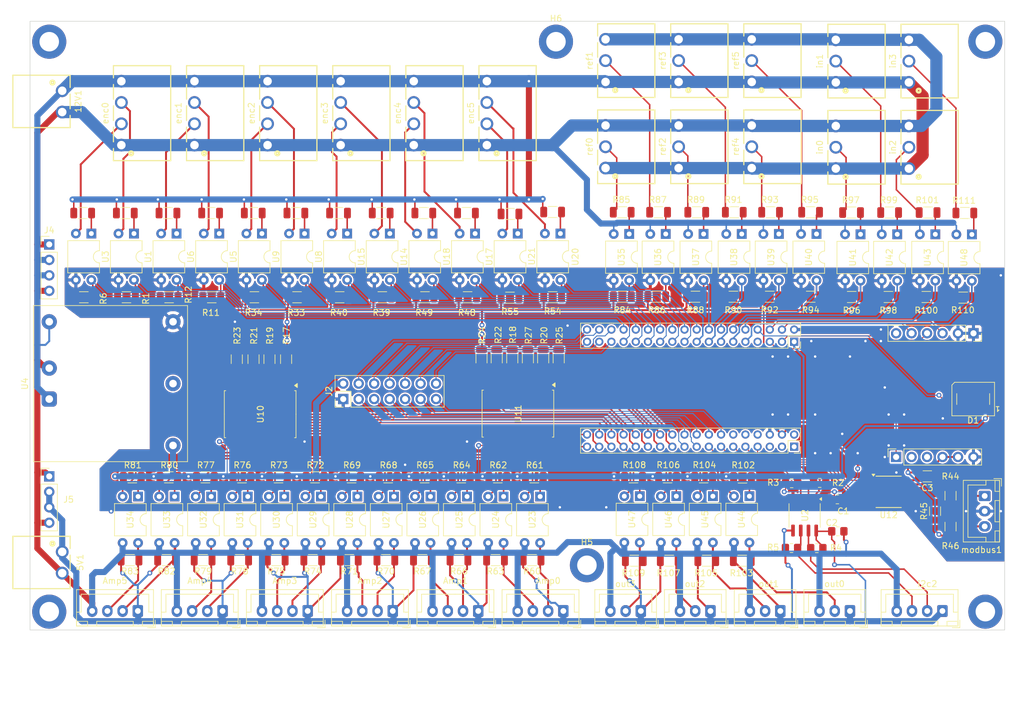
<source format=kicad_pcb>
(kicad_pcb (version 20241229) (generator "pcbnew") (generator_version "9.0")
  (layers (0 "F.Cu" signal) (2 "B.Cu" signal) (13 "F.Paste" user) (15 "B.Paste" user) (5 "F.SilkS" user "F.Silkscreen") (7 "B.SilkS" user "B.Silkscreen") (1 "F.Mask" user) (3 "B.Mask" user) (25 "Edge.Cuts" user))
  (net 0 "")
  (net 1 "ad3")
  (net 2 "reset")
  (net 3 "ad4")
  (net 4 "3v3")
  (net 5 "m7")
  (net 6 "gnd")
  (net 7 "m6")
  (net 8 "ad1")
  (net 9 "p3")
  (net 10 "ad2")
  (net 11 "p2")
  (net 12 "p1")
  (net 13 "m3")
  (net 14 "n1")
  (net 15 "m1")
  (net 16 "l1")
  (net 17 "k3")
  (net 18 "j3")
  (net 19 "j1")
  (net 20 "h3")
  (net 21 "h1")
  (net 22 "g3")
  (net 23 "g1")
  (net 24 "f3")
  (net 25 "e1")
  (net 26 "d1")
  (net 27 "c1")
  (net 28 "d3")
  (net 29 "c3")
  (net 30 "b1")
  (net 31 "a1")
  (net 32 "a2")
  (net 33 "a3")
  (net 34 "c4")
  (net 35 "a4")
  (net 36 "c5")
  (net 37 "5v")
  (net 38 "m12")
  (net 39 "p8")
  (net 40 "n14")
  (net 41 "p14")
  (net 42 "k12")
  (net 43 "l12")
  (net 44 "h11")
  (net 45 "l14")
  (net 46 "j12")
  (net 47 "k14")
  (net 48 "g12")
  (net 49 "h12")
  (net 50 "f12")
  (net 51 "g14")
  (net 52 "e12")
  (net 53 "f14")
  (net 54 "d12")
  (net 55 "e14")
  (net 56 "c12")
  (net 57 "d14")
  (net 58 "b14")
  (net 59 "c14")
  (net 60 "a11")
  (net 61 "a12")
  (net 62 "c10")
  (net 63 "c11")
  (net 64 "a10")
  (net 65 "d10")
  (net 66 "d6")
  (net 67 "d7")
  (net 68 "c7")
  (net 69 "c6")
  (net 70 "a7")
  (net 71 "a6")
  (net 72 "Net-(out1-Pin_2)")
  (net 73 "Net-(out0-Pin_2)")
  (net 74 "F_5V")
  (net 75 "F_GND")
  (net 76 "Net-(U2-SDA2)")
  (net 77 "Net-(U2-SCL2)")
  (net 78 "Net-(U12-B)")
  (net 79 "Net-(U12-A)")
  (net 80 "F_12V")
  (net 84 "Net-(R8-Pad1)")
  (net 85 "Net-(R9-Pad1)")
  (net 86 "Net-(Amp1-Pin_2)")
  (net 87 "Net-(Amp1-Pin_3)")
  (net 88 "Net-(Amp2-Pin_2)")
  (net 89 "Net-(Amp2-Pin_3)")
  (net 90 "Net-(Amp3-Pin_2)")
  (net 91 "Net-(Amp3-Pin_3)")
  (net 92 "Net-(Amp4-Pin_2)")
  (net 93 "Net-(Amp4-Pin_3)")
  (net 94 "Net-(Amp5-Pin_2)")
  (net 95 "Net-(Amp5-Pin_3)")
  (net 96 "Net-(R61-Pad1)")
  (net 97 "Net-(R62-Pad1)")
  (net 98 "Net-(R64-Pad1)")
  (net 99 "Net-(R65-Pad1)")
  (net 100 "Net-(R68-Pad1)")
  (net 101 "Net-(R69-Pad1)")
  (net 102 "Net-(R72-Pad1)")
  (net 103 "Net-(R73-Pad1)")
  (net 104 "Net-(R76-Pad1)")
  (net 105 "Net-(R77-Pad1)")
  (net 106 "Net-(R80-Pad1)")
  (net 107 "Net-(R81-Pad1)")
  (net 108 "Net-(R85-Pad1)")
  (net 109 "Net-(R87-Pad1)")
  (net 110 "Net-(R89-Pad1)")
  (net 111 "Net-(R91-Pad1)")
  (net 112 "Net-(R93-Pad1)")
  (net 113 "Net-(R95-Pad1)")
  (net 114 "Net-(R97-Pad1)")
  (net 115 "Net-(R99-Pad1)")
  (net 116 "Net-(R101-Pad1)")
  (net 117 "Net-(R102-Pad1)")
  (net 118 "Net-(out2-Pin_2)")
  (net 119 "Net-(R104-Pad1)")
  (net 120 "Net-(out3-Pin_2)")
  (net 121 "Net-(R106-Pad1)")
  (net 123 "Net-(R108-Pad1)")
  (net 124 "Net-(Amp0-Pin_3)")
  (net 125 "Net-(R14-Pad1)")
  (net 126 "Net-(R15-Pad1)")
  (net 127 "Net-(R36-Pad1)")
  (net 128 "Net-(R37-Pad1)")
  (net 129 "Net-(R42-Pad1)")
  (net 130 "Net-(R43-Pad1)")
  (net 131 "Net-(R51-Pad1)")
  (net 132 "Net-(R52-Pad1)")
  (net 133 "Net-(R57-Pad1)")
  (net 134 "Net-(R58-Pad1)")
  (net 135 "Net-(R111-Pad1)")
  (net 136 "dir1")
  (net 137 "dir3")
  (net 138 "pwm0")
  (net 139 "dir2")
  (net 140 "dir0")
  (net 141 "pwm3")
  (net 142 "pwm2")
  (net 143 "pwm1")
  (net 144 "dir5")
  (net 145 "dir4")
  (net 146 "pwm4")
  (net 147 "pwm5")
  (net 148 "out1")
  (net 149 "out3")
  (net 150 "out0")
  (net 151 "out2")
  (net 152 "Net-(Amp0-Pin_2)")
  (net 153 "Net-(U3-Pad2)")
  (net 154 "Net-(U1-Pad2)")
  (net 155 "Net-(U5-Pad2)")
  (net 156 "Net-(U6-Pad2)")
  (net 157 "Net-(U8-Pad2)")
  (net 158 "Net-(U9-Pad2)")
  (net 159 "Net-(U15-Pad2)")
  (net 160 "Net-(U14-Pad2)")
  (net 161 "Net-(U18-Pad2)")
  (net 162 "Net-(U17-Pad2)")
  (net 163 "Net-(U20-Pad2)")
  (net 164 "Net-(U21-Pad2)")
  (net 166 "Net-(R85-Pad2)")
  (net 167 "Net-(R87-Pad2)")
  (net 168 "Net-(R89-Pad2)")
  (net 169 "Net-(R91-Pad2)")
  (net 170 "Net-(R93-Pad2)")
  (net 171 "Net-(R95-Pad2)")
  (net 172 "Net-(R97-Pad2)")
  (net 173 "Net-(R99-Pad2)")
  (net 174 "Net-(R101-Pad2)")
  (net 175 "Net-(R111-Pad2)")
  (footprint "Resistor_SMD:R_1206_3216Metric" (layer "F.Cu") (at 160.69 80.34)
    (property "Reference" "R86")
    (property "Value" "1k")
  )
  (footprint "Package_DIP:DIP-4_W7.62mm" (layer "F.Cu") (at 180.73 70.04 -90)
    (property "Reference" "U39")
    (property "Value" "PC817")
  )
  (footprint "Package_DIP:DIP-4_W7.62mm" (layer "F.Cu") (at 81.87 69.97 -90)
    (property "Reference" "U6")
    (property "Value" "PC817")
  )
  (footprint "Resistor_SMD:R_1206_3216Metric" (layer "F.Cu") (at 167.04 80.34)
    (property "Reference" "R88")
    (property "Value" "1k")
  )
  (footprint "MountingHole:MountingHole_3.2mm_M3_DIN965_Pad_TopBottom" (layer "F.Cu") (at 60.96 132.08)
    (property "Reference" "H2" (hide yes))
    (property "Value" "MountingHole" (hide yes))
  )
  (footprint "Resistor_SMD:R_0805_2012Metric_Pad1.20x1.40mm_HandSolder" (layer "F.Cu") (at 190.335 113.63)
    (property "Reference" "C1")
    (property "Value" "100n")
  )
  (footprint "Resistor_SMD:R_1206_3216Metric" (layer "F.Cu") (at 97.110331 90.6025 -90)
    (property "Reference" "R19")
    (property "Value" "10k")
  )
  (footprint "Resistor_SMD:R_1206_3216Metric" (layer "F.Cu") (at 116.22 123.615)
    (property "Reference" "R70")
    (property "Value" "1k")
  )
  (footprint "Resistor_SMD:R_1206_3216Metric" (layer "F.Cu") (at 136.97 90.5025 -90)
    (property "Reference" "R18")
    (property "Value" "10k")
  )
  (footprint "Resistor_SMD:R_1206_3216Metric" (layer "F.Cu") (at 73.45 66.6 180)
    (property "Reference" "R8" (hide yes))
    (property "Value" "3k3")
  )
  (footprint "kicad-lbr:691322110003" (layer "F.Cu") (at 190.08 55.79 90)
    (property "Reference" "in0")
    (property "Value" "691322110003")
    (property "VALUE" "691322110003" (hide yes))
  )
  (footprint "Resistor_SMD:R_0805_2012Metric_Pad1.20x1.40mm_HandSolder" (layer "F.Cu") (at 190.41 118.88)
    (property "Reference" "C2")
    (property "Value" "100n")
  )
  (footprint "kicad-lbr:691322110003" (layer "F.Cu") (at 152.28 55.71 90)
    (property "Reference" "ref0")
    (property "Value" "691322110003")
    (property "VALUE" "691322110003" (hide yes))
  )
  (footprint "Package_DIP:DIP-4_W7.62mm" (layer "F.Cu") (at 141.545 113.165 -90)
    (property "Reference" "U23")
    (property "Value" "PC817")
  )
  (footprint "Resistor_SMD:R_1206_3216Metric" (layer "F.Cu") (at 174.725 123.715)
    (property "Reference" "R103")
    (property "Value" "1k")
  )
  (footprint "Resistor_SMD:R_1206_3216Metric" (layer "F.Cu") (at 143.595 80.42)
    (property "Reference" "R54")
    (property "Value" "1k")
  )
  (footprint "Package_DIP:DIP-4_W7.62mm" (layer "F.Cu") (at 99.545 113.165 -90)
    (property "Reference" "U30")
    (property "Value" "PC817")
  )
  (footprint "Package_DIP:DIP-4_W7.62mm" (layer "F.Cu") (at 111.545 113.165 -90)
    (property "Reference" "U28")
    (property "Value" "PC817")
  )
  (footprint "Resistor_SMD:R_1206_3216Metric" (layer "F.Cu") (at 162.4625 110.015 180)
    (property "Reference" "R106")
    (property "Value" "1k")
  )
  (footprint "Connector_JST:JST_XH_B4B-XH-A_1x04_P2.50mm_Vertical" (layer "F.Cu") (at 75.505 131.97 180)
    (property "Reference" "Amp5")
    (property "Value" "Conn_01x04")
  )
  (footprint "Resistor_SMD:R_1206_3216Metric" (layer "F.Cu") (at 173.265 80.34)
    (property "Reference" "R90")
    (property "Value" "1k")
  )
  (footprint "Package_DIP:DIP-4_W7.62mm" (layer "F.Cu") (at 123.545 113.165 -90)
    (property "Reference" "U26")
    (property "Value" "PC817")
  )
  (footprint "Resistor_SMD:R_1206_3216Metric" (layer "F.Cu") (at 73.64 80.43)
    (property "Reference" "R1")
    (property "Value" "1k")
  )
  (footprint "Resistor_SMD:R_1206_3216Metric" (layer "F.Cu") (at 129.45 66.6 180)
    (property "Reference" "R51" (hide yes))
    (property "Value" "3k3")
  )
  (footprint "Package_SO:SOIC-18W_7.5x11.6mm_P1.27mm" (layer "F.Cu") (at 95.5825 99.64 -90)
    (property "Reference" "U10")
    (property "Value" "ULN2803A")
  )
  (footprint "Connector_JST:JST_XH_B4B-XH-A_1x04_P2.50mm_Vertical" (layer "F.Cu") (at 103.385 131.97 180)
    (property "Reference" "Amp3")
    (property "Value" "Conn_01x04")
  )
  (footprint "Resistor_SMD:R_1206_3216Metric" (layer "F.Cu") (at 87.64 80.43)
    (property "Reference" "R11")
    (property "Value" "1k")
  )
  (footprint "Resistor_SMD:R_1206_3216Metric" (layer "F.Cu") (at 136.595 80.5)
    (property "Reference" "R55")
    (property "Value" "1k")
  )
  (footprint "Package_DIP:DIP-4_W7.62mm" (layer "F.Cu") (at 212.415 70.115 -90)
    (property "Reference" "U48")
    (property "Value" "PC817")
  )
  (footprint "kicad-lbr:691322110003" (layer "F.Cu") (at 176.28 55.71 90)
    (property "Reference" "ref4")
    (property "Value" "691322110003")
    (property "VALUE" "691322110003" (hide yes))
  )
  (footprint "Package_DIP:DIP-4_W7.62mm" (layer "F.Cu") (at 163.9 113.115 -90)
    (property "Reference" "U46")
    (property "Value" "PC817")
  )
  (footprint "Resistor_SMD:R_1206_3216Metric" (layer "F.Cu") (at 144.595 90.5025 -90)
    (property "Reference" "R25")
    (property "Value" "10k")
  )
  (footprint "Package_DIP:DIP-4_W7.62mm" (layer "F.Cu") (at 102.87 69.97 -90)
    (property "Reference" "U8")
    (property "Value" "PC817")
  )
  (footprint "Resistor_SMD:R_1206_3216Metric" (layer "F.Cu") (at 110.595 110.015 180)
    (property "Reference" "R69")
    (property "Value" "1k")
  )
  (footprint "Resistor_SMD:R_1206_3216Metric" (layer "F.Cu") (at 74.595 110.015 180)
    (property "Reference" "R81")
    (property "Value" "1k")
  )
  (footprint "Resistor_SMD:R_1206_3216Metric" (layer "F.Cu") (at 94.495 90.6025 -90)
    (property "Reference" "R21")
    (property "Value" "10k")
  )
  (footprint "Resistor_SMD:R_1206_3216Metric" (layer "F.Cu") (at 66.64 80.43)
    (property "Reference" "R6")
    (property "Value" "1k")
  )
  (footprint "Resistor_SMD:R_1206_3216Metric" (layer "F.Cu") (at 94.64 80.43)
    (property "Reference" "R34")
    (property "Value" "1k")
  )
  (footprint "Resistor_SMD:R_1206_3216Metric" (layer "F.Cu") (at 162.7375 123.715)
    (property "Reference" "R107")
    (property "Value" "1k")
  )
  (footprint "kicad-lbr:691322110004" (layer "F.Cu") (at 132.8 50.19 90)
    (property "Reference" "enc5")
    (property "Value" "691322110004")
    (property "VALUE" "691322110004" (hide yes))
  )
  (footprint "kicad-lbr:691322110004" (layer "F.Cu") (at 84.8 50.19 90)
    (property "Reference" "enc1")
    (property "Value" "691322110004")
    (property "VALUE" "691322110004" (hide yes))
  )
  (footprint "Resistor_SMD:R_1206_3216Metric" (layer "F.Cu") (at 173.415 66.465 180)
    (property "Reference" "R91")
    (property "Value" "3k3")
  )
  (footprint "Resistor_SMD:R_0805_2012Metric_Pad1.20x1.40mm_HandSolder" (layer "F.Cu") (at 186.96 121.655)
    (property "Reference" "R4")
    (property "Value" "4k7")
  )
  (footprint "Resistor_SMD:R_1206_3216Metric" (layer "F.Cu") (at 131.92 90.5025 -90)
    (property "Reference" "R24")
    (property "Value" "10k")
  )
  (footprint "MountingHole:MountingHole_3.2mm_M3_DIN965_Pad_TopBottom" (layer "F.Cu") (at 149.225 124.46)
    (property "Reference" "H5")
    (property "Value" "MountingHole")
  )
  (footprint "kicad-lbr:691322110004" (layer "F.Cu") (at 120.8 50.19 90)
    (property "Reference" "enc4")
    (property "Value" "691322110004")
    (property "VALUE" "691322110004" (hide yes))
  )
  (footprint "Connector_PinSocket_2.54mm:PinSocket_1x06_P2.54mm_Vertical" (layer "F.Cu") (at 199.98 106.67 90)
    (property "Reference" "J15" (hide yes))
    (property "Value" "Conn_01x06")
  )
  (footprint "Resistor_SMD:R_1206_3216Metric" (layer "F.Cu") (at 92.22 123.615)
    (property "Reference" "R78")
    (property "Value" "1k")
  )
  (footprint "Resistor_SMD:R_1206_3216Metric" (layer "F.Cu") (at 86.22 123.615)
    (property "Reference" "R79")
    (property "Value" "1k")
  )
  (footprint "Resistor_SMD:R_1206_3216Metric" (layer "F.Cu") (at 179.2275 80.34)
    (property "Reference" "R92")
    (property "Value" "1k")
  )
  (footprint "Resistor_SMD:R_0805_2012Metric_Pad1.20x1.40mm_HandSolder" (layer "F.Cu") (at 187.435 110.93)
    (property "Reference" "R2")
    (property "Value" "4k7")
  )
  (footprint "Resistor_SMD:R_1206_3216Metric" (layer "F.Cu") (at 108.45 66.6 180)
    (property "Reference" "R43" (hide yes))
    (property "Value" "3k3")
  )
  (footprint "Package_SO:SOIC-8_3.9x4.9mm_P1.27mm" (layer "F.Cu") (at 184.96 116.28 -90)
    (property "Reference" "U2")
    (property "Value" "ISO1540")
  )
  (footprint "kicad-lbr:691322110004" (layer "F.Cu") (at 96.8 50.19 90)
    (property "Reference" "enc2")
    (property "Value" "691322110004")
    (property "VALUE" "691322110004" (hide yes))
  )
  (footprint "Resistor_SMD:R_1206_3216Metric" (layer "F.Cu") (at 98.595 110.015 180)
    (property "Reference" "R73")
    (property "Value" "1k")
  )
  (footprint "Resistor_SMD:R_1206_3216Metric" (layer "F.Cu") (at 208.915 118.11 90)
    (property "Reference" "R46")
    (property "Value" "20k")
  )
  (footprint "Package_DIP:DIP-4_W7.62mm" (layer "F.Cu") (at 137.87 69.97 -90)
    (property "Reference" "U21")
    (property "Value" "PC817")
  )
  (footprint "Resistor_SMD:R_1206_3216Metric" (layer "F.Cu") (at 198.915 66.515 180)
    (property "Reference" "R99")
    (property "Value" "3k3")
  )
  (footprint "Package_DIP:DIP-4_W7.62mm" (layer "F.Cu") (at 117.545 113.165 -90)
    (property "Reference" "U27")
    (property "Value" "PC817")
  )
  (footprint "Resistor_SMD:R_1206_3216Metric" (layer "F.Cu") (at 129.64 80.43)
    (property "Reference" "R48")
    (property "Value" "1k")
  )
  (footprint "LED_SMD:LED_WS2812B_PLCC4_5.0x5.0mm_P3.2mm" (layer "F.Cu") (at 212.635 97.155 180)
    (property "Reference" "D1")
    (property "Value" "WS2812B")
  )
  (footprint "kicad-lbr:691322110003" (layer "F.Cu") (at 164.28 41.56 90)
    (property "Reference" "ref3")
    (property "Value" "691322110003")
    (property "VALUE" "691322110003" (hide yes))
  )
  (footprint "Converter_DCDC:Converter_DCDC_XP_POWER_JTDxxxxxxx_THT" (layer "F.Cu") (at 60.96 97.155 90)
    (property "Reference" "U4")
    (property "Value" "JTD1524D05")
  )
  (footprint "Resistor_SMD:R_0805_2012Metric_Pad1.20x1.40mm_HandSolder" (layer "F.Cu") (at 182.835 110.98 180)
    (property "Reference" "R3")
    (property "Value" "4k7")
  )
  (footprint "Resistor_SMD:R_1206_3216Metric" (layer "F.Cu") (at 128.22 123.615)
    (property "Reference" "R66")
    (property "Value" "1k")
  )
  (footprint "Package_DIP:DIP-4_W7.62mm" (layer "F.Cu") (at 109.87 69.97 -90)
    (property "Reference" "U15")
    (property "Value" "PC817")
  )
  (footprint "Resistor_SMD:R_1206_3216Metric" (layer "F.Cu") (at 179.3775 66.465 180)
    (property "Reference" "R93")
    (property "Value" "3k3")
  )
  (footprint "Connector_JST:JST_XH_B4B-XH-A_1x04_P2.50mm_Vertical" (layer "F.Cu") (at 131.385 131.97 180)
    (property "Reference" "Amp1")
    (property "Value" "Conn_01x04")
  )
  (footprint "Resistor_SMD:R_1206_3216Metric" (layer "F.Cu") (at 156.875 110.015 180)
    (property "Reference" "R108")
    (property "Value" "1k")
  )
  (footprint "Resistor_SMD:R_1206_3216Metric" (layer "F.Cu") (at 92.595 110.015 180)
    (property "Reference" "R76")
    (property "Value" "1k")
  )
  (footprint "Resistor_SMD:R_1206_3216Metric" (layer "F.Cu") (at 155.015 66.465 180)
    (property "Reference" "R85")
    (property "Value" "3k3")
  )
  (footprint "Resistor_SMD:R_1206_3216Metric" (layer "F.Cu") (at 101.64 80.43)
    (property "Reference" "R33")
    (property "Value" "1k")
  )
  (footprint "Resistor_SMD:R_1206_3216Metric" (layer "F.Cu") (at 167.2525 66.465 180)
    (property "Reference" "R89")
    (property "Value" "3k3")
  )
  (footprint "Resistor_SMD:R_1206_3216Metric" (layer "F.Cu") (at 143.595 66.43 180)
    (property "Reference" "R57" (hide yes))
    (property "Value" "3k3")
  )
  (footprint "kicad-lbr:691322110004" (layer "F.Cu") (at 72.8 50.19 90)
    (property "Reference" "enc0")
    (property "Value" "691322110004")
    (property "VALUE" "691322110004" (hide yes))
  )
  (footprint "Connector_PinSocket_2.54mm:PinSocket_1x06_P2.54mm_Vertical" (layer "F.Cu") (at 212.68 86.35 -90)
    (property "Reference" "J16" (hide yes))
    (property "Value" "Conn_01x06")
  )
  (footprint "Connector_JST:JST_XH_B3B-XH-A_1x03_P2.50mm_Vertical" (layer "F.Cu") (at 158.075 131.97 180)
    (property "Reference" "out3")
    (property "Value" "Conn_01x03")
  )
  (footprint "Resistor_SMD:R_1206_3216Metric" (layer "F.Cu") (at 142.045 90.5025 -90)
    (property "Reference" "R20")
    (property "Value" "10k")
  )
  (footprint "Package_DIP:DIP-4_W7.62mm" (layer "F.Cu") (at 105.545 113.165 -90)
    (property "Reference" "U29")
    (property "Value" "PC817")
  )
  (footprint "Package_DIP:DIP-4_W7.62mm" (layer "F.Cu") (at 129.545 113.165 -90)
    (property "Reference" "U25")
    (property "Value" "PC817")
  )
  (footprint "Resistor_SMD:R_1206_3216Metric" (layer "F.Cu") (at 174.7625 110.04 180)
    (property "Reference" "R102")
    (property "Value" "1k")
  )
  (footprint "Package_DIP:DIP-4_W7.62mm" (layer "F.Cu") (at 116.87 69.97 -90)
    (property "Reference" "U14")
    (property "Value" "PC817")
  )
  (footprint "Connector_PinHeader_2.54mm:PinHeader_1x04_P2.54mm_Vertical" (layer "F.Cu") (at 60.96 71.755)
    (property "Reference" "J4")
    (property "Value" "Conn_01x04")
  )
  (footprint "kicad-lbr:691322110004" (layer "F.Cu") (at 108.8 50.19 90)
    (property "Reference" "enc3")
    (property "Value" "691322110004")
    (property "VALUE" "691322110004" (hide yes))
  )
  (footprint "Package_SO:SOIC-18W_7.5x11.6mm_P1.27mm" (layer "F.Cu") (at 137.895 99.54 -90)
    (property "Reference" "U11")
    (property "Value" "ULN2803A")
  )
  (footprint "Package_DIP:DIP-4_W7.62mm" (layer "F.Cu") (at 93.545 113.165 -90)
    (property "Reference" "U31")
    (property "Value" "PC817")
  )
  (footprint "Resistor_SMD:R_1206_3216Metric" (layer "F.Cu") (at 101.45 66.6 180)
    (property "Reference" "R36" (hide yes))
    (property "Value" "3k3")
  )
  (footprint "Resistor_SMD:R_1206_3216Metric" (layer "F.Cu") (at 104.22 123.615)
    (property "Reference" "R74")
    (property "Value" "1k")
  )
  (footprint "Resistor_SMD:R_1206_3216Metric" (layer "F.Cu") (at 122.64 80.43)
    (property "Reference" "R49")
    (property "Value" "1k")
  )
  (footprint "Connector_JST:JST_XH_B3B-XH-A_1x03_P2.50mm_Vertical" (layer "F.Cu") (at 180.975 131.97 180)
    (property "Reference" "out1")
    (property "Value" "Conn_01x03")
  )
  (footprint "Resistor_SMD:R_1206_3216Metric" (layer "F.Cu") (at 211.265 66.59 180)
    (property "Reference" "R111")
    (property "Value" "3k3")
  )
  (footprint "Resistor_SMD:R_1206_3216Metric" (layer "F.Cu") (at 116.595 110.015 180)
    (property "Reference" "R68")
    (property "Value" "1k")
  )
  (footprint "kicad-lbr:691322110003" (layer "F.Cu") (at 202.08 55.79 90)
    (property "Reference" "in2")
    (property "Value" "691322110003")
    (property "VALUE" "691322110003" (hide yes))
  )
  (footprint "Resistor_SMD:R_1206_3216Metric" (layer "F.Cu") (at 115.45 66.6 180)
    (property "Reference" "R42" (hide yes))
    (property "Value" "3k3")
  )
  (footprint "Resistor_SMD:R_1206_3216Metric" (layer "F.Cu") (at 139.53 90.5025 -90)
    (property "Reference" "R27")
    (property "Value" "10k")
  )
  (footprint "kicad-lbr:691322110003" (layer "F.Cu") (at 152.28 41.56 90)
    (property "Reference" "ref1")
    (property "Value" "691322110003")
    (property "VALUE" "691322110003" (hide yes))
  )
  (footprint "Resistor_SMD:R_1206_3216Metric" (layer "F.Cu") (at 185.94 66.465 180)
    (property "Reference" "R95")
    (property "Value" "3k3")
  )
  (footprint "Resistor_SMD:R_0805_2012Metric_Pad1.20x1.40mm_HandSolder" (layer "F.Cu") (at 182.81 121.63 180)
    (property "Reference" "R5")
    (property "Value" "4k7")
  )
  (footprint "Package_DIP:DIP-4_W7.62mm" (layer "F.Cu") (at 74.87 69.97 -90)
    (property "Reference" "U1")
    (property "Value" "PC817")
  )
  (footprint "Connector_JST:JST_XH_B4B-XH-A_1x04_P2.50mm_Vertical" (layer "F.Cu") (at 145.355 131.97 180)
    (property "Reference" "Amp0")
    (property "Value" "Conn_01x04")
  )
  (footprint "Resistor_SMD:R_1206_3216Metric" (layer "F.Cu") (at 168.9 123.715)
    (property "Reference" "R105")
    (property "Value" "1k")
  )
  (footprint "MountingHole:MountingHole_3.2mm_M3_DIN965_Pad_TopBottom" (layer "F.Cu") (at 60.96 38.45)
    (property "Reference" "H4" (hide yes))
    (property "Value" "MountingHole" (hide yes))
  )
  (footprint "Resistor_SMD:R_1206_3216Metric" (layer "F.Cu") (at 204.94 80.39)
    (property "Reference" "R100")
    (property "Value" "1k")
  )
  (footprint "kicad-lbr:691322110002" (layer "F.Cu") (at 63.09 48.26 -90)
    (property "Reference" "12V1")
    (property "Value" "F_12V")
    (property "VALUE" "691322110002" (hide yes))
  )
  (footprint "Package_DIP:DIP-4_W7.62mm" (layer "F.Cu") (at 194.14 70.09 -90)
    (property "Reference" "U41")
    (property "Value" "PC817")
  )
  (footprint "Package_DIP:DIP-4_W7.62mm" (layer "F.Cu") (at 144.87 69.97 -90)
    (property "Reference" "U20")
    (property "Value" "PC817")
  )
  (footprint "Resistor_SMD:R_1206_3216Metric" (layer "F.Cu") (at 122.595 110.015 180)
    (property "Reference" "R65")
    (property "Value" "1k")
  )
  (footprint "Resistor_SMD:R_1206_3216Metric" (layer "F.Cu") (at 140.595 110.015 180)
    (property "Reference" "R61")
    (property "Value" "1k")
  )
  (footprint "Resistor_SMD:R_1206_3216Metric" (layer "F.Cu") (at 80.22 123.615)
    (property "Reference" "R82")
    (property "Value" "1k")
  )
  (footprint "Resistor_SMD:R_1206_3216Metric" (layer "F.Cu") (at 155.04 80.34)
    (property "Reference" "R84")
    (property "Value" "1k")
  )
  (footprint "Resistor_SMD:R_1206_3216Metric" (layer "F.Cu") (at 205.2275 66.515 180)
    (property "Reference" "R101")
    (property "Value" "3k3")
  )
  (footprint "Package_DIP:DIP-4_W7.62mm" (layer "F.Cu") (at 75.545 113.165 -90)
    (property "Reference" "U34")
    (property "Value" "PC817")
  )
  (footprint "Connector_JST:JST_XH_B3B-XH-A_1x03_P2.50mm_Vertical" (layer "F.Cu") (at 214.52 113.07 -90)
    (property "Reference" "modbus1")
    (property "Value" "Conn_01x03")
  )
  (footprint "Resistor_SMD:R_1206_3216Metric" (layer "F.Cu") (at 122.22 123.615)
    (property "Reference" "R67")
    (property "Value" "1k")
  )
  (footprint "Package_DIP:DIP-4_W7.62mm" (layer "F.Cu") (at 67.87 69.97 -90)
    (property "Reference" "U3")
    (property "Value" "PC817")
  )
  (footprint "Package_DIP:DIP-4_W7.62mm" (layer "F.Cu") (at 157.9 113.115 -90)
    (property "Reference" "U47")
    (property "Value" "PC817")
  )
  (footprint "Resistor_SMD:R_1206_3216Metric" (layer "F.Cu") (at 136.595 66.75 180)
    (property "Reference" "R58" (hide yes))
    (property "Value" "3k3")
  )
  (footprint "Package_DIP:DIP-4_W7.62mm" (layer "F.Cu") (at 168.38 70.04 -90)
    (property "Reference" "U37")
    (property "Value" "PC817")
  )
  (footprint "Package_DIP:DIP-4_W7.62mm" (layer "F.Cu") (at 130.87 69.97 -90)
    (property "Reference" "U17")
    (property "Value" "PC817")
  )
  (footprint "Package_DIP:DIP-4_W7.62mm" (layer "F.Cu") (at 169.9 113.115 -90)
    (property "Reference" "U45")
    (property "Value" "PC817")
  )
  (footprint "Resistor_SMD:R_1206_3216Metric" (layer "F.Cu") (at 104.595 110.015 180)
    (property "Reference" "R72")
    (property "Value" "1k")
  )
  (footprint "Resistor_SMD:R_1206_3216Metric" (layer "F.Cu") (at 91.745 90.6025 -90)
    (property "Reference" "R23")
    (property "Value" "10k")
  )
  (footprint "Connector_PinHeader_2.54mm:PinHeader_1x04_P2.54mm_Vertical" (layer "F.Cu") (at 60.96 109.855)
    (property "Reference" "J5")
    (property "Value" "Conn_01x04")
  )
  (footprint "Resistor_SMD:R_1206_3216Metric" (layer "F.Cu") (at 192.665 66.515 180)
    (property "Reference" "R97")
    (property "Value" "3k3")
  )
  (footprint "Resistor_SMD:R_1206_3216Metric" (layer "F.Cu") (at 80.64 80.43)
    (property "Reference" "R12")
    (property "Value" "1k")
  )
  (footprint "kicad-lbr:691322110003" (layer "F.Cu") (at 164.28 55.71 90)
    (property "Reference" "ref2")
    (property "Value" "691322110003")
    (property "VALUE" "691322110003" (hide yes))
  )
  (footprint "Capacitor_SMD:C_1206_3216Metric" (layer "F.Cu") (at 205.105 109.855)
    (property "Reference" "C3")
    (property "Value" "100n")
  )
  (footprint "Package_DIP:DIP-4_W7.62mm" (layer "F.Cu") (at 174.64 70.04 -90)
    (property "Reference" "U38")
    (property "Value" "PC817")
  )
  (footprint "Resistor_SMD:R_1206_3216Metric" (layer "F.Cu") (at 208.915 113.03 90)
    (property "Reference" "R44")
    (property "Value" "20k")
  )
  (footprint "Package_SO:Diodes_SO-8EP" (layer "F.Cu") (at 198.755 112.395)
    (property "Reference" "U12")
    (property "Value" "MAX485E")
  )
  (footprint "Resistor_SMD:R_1206_3216Metric" (layer "F.Cu") (at 66.45 66.6 180)
    (property "Reference" "R9" (hide yes))
    (property "Value" "3k3")
  )
  (footprint "Connector_JST:JST_XH_B4B-XH-A_1x04_P2.50mm_Vertical" (layer "F.Cu") (at 117.355 131.97 180)
    (property "Reference" "Amp2")
    (property "Value" "Conn_01x04")
  )
  (footprint "Resistor_SMD:R_1206_3216Metric" (layer "F.Cu") (at 110.22 123.615)
    (property "Reference" "R71")
    (property "Value" "1k")
  )
  (footprint "Resistor_SMD:R_1206_3216Metric" (layer "F.Cu") (at 210.99 80.49)
    (property "Reference" "R110")
    (property "Value" "1k")
  )
  (footprint "Resistor_SMD:R_1206_3216Metric" (layer "F.Cu") (at 192.69 80.39)
    (property "Reference" "R96")
    (property "Value" "1k")
  )
  (footprint "Package_DIP:DIP-4_W7.62mm" (layer "F.Cu") (at 135.545 113.165 -90)
    (property "Reference" "U24")
    (property "Value" "PC817")
  )
  (footprint "Resistor_SMD:R_1206_3216Metric" (layer "F.Cu") (at 160.99 66.465 180)
    (property "Reference" "R87")
    (property "Value" "3k3")
  )
  (footprint "MountingHole:MountingHole_3.2mm_M3_DIN965_Pad_TopBottom" (layer "F.Cu") (at 214.63 38.45)
    (property "Reference" "H3" (hide yes))
    (property "Value" "MountingHole" (hide yes))
  )
  (footprint "Resistor_SMD:R_1206_3216Metric" (layer "F.Cu") (at 87.45 66.6 180)
    (property "Reference" "R14" (hide yes))
    (property "Value" "3k3")
  )
  (footprint "Package_DIP:DIP-4_W7.62mm" (layer "F.Cu") (at 88.87 69.97 -90)
    (property "Reference" "U5")
    (property "Value" "PC817")
  )
  (footprint "Connector_JST:JST_XH_B4B-XH-A_1x04_P2.50mm_Vertical" (layer "F.Cu") (at 207.585 131.97 180)
    (property "Reference" "i2c2")
    (property "Value" "Conn_01x04")
  )
  (footprint "Package_DIP:DIP-4_W7.62mm" (layer "F.Cu") (at 87.545 113.165 -90)
    (property "Reference" "U32")
    (property "Value" "PC817")
  )
  (footprint "Connector_JST:JST_XH_B3B-XH-A_1x03_P2.50mm_Vertical" (layer "F.Cu") (at 192.405 131.97 180)
    (property "Reference" "out0")
    (property "Value" "Conn_01x03")
  )
  (footprint "Resistor_SMD:R_1206_3216Metric" (layer "F.Cu") (at 98.22 123.615)
    (property "Reference" "R75")
    (property "Value" "1k")
  )
  (footprint "Connector_JST:JST_XH_B4B-XH-A_1x04_P2.50mm_Vertical" (layer "F.Cu") (at 89.415 131.97 180)
    (property "Reference" "Amp4")
    (property "Value" "Conn_01x04")
  )
  (footprint "Resistor_SMD:R_1206_3216Metric" (layer "F.Cu") (at 94.45 66.6 180)
    (property "Reference" "R37" (hide yes))
    (property "Value" "3k3")
  )
  (footprint "Package_DIP:DIP-4_W7.62mm" (layer "F.Cu") (at 81.545 113.165 -90)
    (property "Reference" "U33")
    (property "Value" "PC817")
  )
  (footprint "Resistor_SMD:R_1206_3216Metric" (layer "F.Cu") (at 128.595 110.015 180)
    (property "Reference" "R64")
    (property "Value" "1k")
  )
  (footprint "Package_DIP:DIP-4_W7.62mm" (layer "F.Cu") (at 186.915 70.04 -90)
    (property "Reference" "U40")
    (property "Value" "PC817")
  )
  (footprint "Resistor_SMD:R_1206_3216Metric" (layer "F.Cu") (at 80.595 110.015 180)
    (property "Reference" "R80")
    (property "Value" "1k")
  )
  (footprint "Package_DIP:DIP-4_W7.62mm" (layer "F.Cu") (at 95.87 69.97 -90)
    (property "Reference" "U9")
    (property "Value" "PC817")
  )
  (footprint "Resistor_SMD:R_1206_3216Metric" (layer "F.Cu") (at 168.3875 110.015 180)
    (property "Reference" "R104")
    (property "Value" "1k")
  )
  (footprint "kicad-lbr:691322110003" (layer "F.Cu") (at 176.28 41.56 90)
    (property "Reference" "ref5")
    (property "Value" "691322110003")
    (property "VALUE" "691322110003" (hide yes))
  )
  (footprint "Connector_PinSocket_2.00mm:PinSocket_2x18_P2.00mm_Vertical" (layer "F.Cu") (at 183.245 104.98 -90)
    (property "Reference" "pl2" (hide yes))
    (property "Value" "Conn_02x18_Odd_Even")
  )
  (footprint "Resistor_SMD:R_1206_3216Metric" (layer "F.Cu") (at 99.845 90.6025 -90)
    (property "Reference" "R17")
    (property "Value" "10k")
  )
  (footprint "Resistor_SMD:R_1206_3216Metric" (layer "F.Cu") (at 206.375 115.57 90)
    (property "Reference" "R45")
    (property "Value" "120")
  )
  (footprint "Resistor_SMD:R_1206_3216Metric" (layer "F.Cu") (at 134.42 90.5025 -90)
    (property "Reference" "R22")
    (property "Value" "10k")
  )
  (footprint "MountingHole:MountingHole_3.2mm_M3_DIN965_Pad_TopBottom" (layer "F.Cu") (at 144.145 38.45)
    (property "Reference" "H6")
    (property "Value" "MountingHole")
  )
  (footprint "Resistor_SMD:R_1206_3216Metric" (layer "F.Cu") (at 140.22 123.615)
    (property "Reference" "R60")
    (property "Value" "1k")
  )
  (footprint "Package_DIP:DIP-4_W7.62mm" (layer "F.Cu") (at 123.87 69.97 -90)
    (property "Reference" "U18")
    (property "Value" "PC817")
  )
  (footprint "Resistor_SMD:R_1206_3216Metric" (layer "F.Cu") (at 74.22 123.615)
    (property "Reference" "R83")
    (property "Value" "1k")
  )
  (footprint "Resistor_SMD:R_1206_3216Metric" (layer "F.Cu") (at 80.45 66.6 180)
    (property "Reference" "R15" (hide yes))
    (property "Value" "3k3")
  )
  (footprint "kicad-lbr:691322110002" (layer "F.Cu") (at 63.09 124 -90)
    (property "Reference" "5V1")
    (property "Value" "F_5V")
    (property "VALUE" "691322110002" (hide yes))
  )
  (footprint "Connector_PinSocket_2.00mm:PinSocket_2x18_P2.00mm_Vertical" (layer "F.Cu") (at 183.245 87.74 -90)
    (property "Reference" "pl3" (hide yes))
    (property "Value" "Conn_02x18_Odd_Even" (hide yes))
  )
  (footprint "Resistor_SMD:R_1206_3216Metric" (layer "F.Cu") (at 108.64 80.43)
    (property "Reference" "R40")
    (property "Value" "1k")
  )
  (footprint "Resistor_SMD:R_1206_3216Metric" (layer "F.Cu") (at 86.595 110.015 180)
    (property "Reference" "R77")
    (property "Value" "1k")
  )
  (footprint "Resistor_SMD:R_1206_3216Metric" (layer "F.Cu") (at 134.22 123.615)
    (property "Reference" "R63")
    (property "Value" "1k")
  )
  (footprint "Resistor_SMD:R_1206_3216Metric" (layer "F.Cu") (at 122.45 66.6 180)
    (property "Reference" "R52" (hide yes))
    (property "Value" "3k3")
  )
  (footprint "kicad-lbr:691322110003" (layer "F.Cu") (at 190.08 41.64 90)
    (property "Reference" "in1")
    (property "Value" "691322110003")
    (property "VALUE" "691322110003" (hide yes))
  )
  (footprint "MountingHole:MountingHole_3.2mm_M3_DIN965_Pad_TopBottom" (layer "F.Cu") (at 214.63 132.08)
    (property "Reference" "H1" (hide yes))
    (property "Value" "MountingHole" (hide yes))
  )
  (footprint "Connector_PinHeader_2.54mm:PinHeader_2x07_P2.54mm_Vertical" (layer "F.Cu") (at 109.22 97.155 90)
    (property "Reference" "J2")
    (property "Value" "Conn_02x07_Odd_Even")
  )
  (footprint "Package_DIP:DIP-4_W7.62mm" (layer "F.Cu") (at 206.415 70.09 -90)
    (property "Reference" "U43")
    (property "Value" "PC817")
  )
  (footprint "Resistor_SMD:R_1206_3216Metric" (layer "F.Cu") (at 157 123.715)
    (property "Reference" "R109")
    (property "Value" "1k")
  )
  (footprint "Package_DIP:DIP-4_W7.62mm" (layer "F.Cu") (at 175.9 113.115 -90)
    (property "Reference" "U44")
    (property "Value" "PC817")
  )
  (footprint "kicad-lbr:691322110003" (layer "F.Cu") (at 202.08 41.64 90)
    (property "Reference" "in3")
    (property "Value" "691322110003")
    (property "VALUE" "691322110003" (hide yes))
  )
  (footprint "Package_DIP:DIP-4_W7.62mm" (layer "F.Cu") (at 162.165 70.04 -90)
    (property "Reference" "U36")
    (property "Value" "PC817")
  )
  (footprint "Connector_JST:JST_XH_B3B-XH-A_1x03_P2.50mm_Vertical" (layer "F.Cu") (at 169.505 131.97 180)
    (property "Reference" "out2")
    (property "Value" "Conn_01x03")
  )
  (footprint "Resistor_SMD:R_1206_3216Metric" (layer "F.Cu") (at 115.64 80.43)
    (property "Reference" "R39")
    (property "Value" "1k")
  )
  (footprint "Resistor_SMD:R_1206_3216Metric" (layer "F.Cu") (at 198.715 80.39)
    (property "Reference" "R98")
    (property "Value" "1k")
  )
  (footprint "Resistor_SMD:R_1206_3216Metric" (layer "F.Cu") (at 185.965 80.34)
    (property "Reference" "R94")
    (property "Value" "1k")
  )
  (footprint "Resistor_SMD:R_1206_3216Metric" (layer "F.Cu") (at 134.595 110.015 180)
    (property "Reference" "R62")
    (property "Value" "1k")
  )
  (footprint "Package_DIP:DIP-4_W7.62mm" (layer "F.Cu") (at 156.165 70.04 -90)
    (property "Reference" "U35")
    (property "Value" "PC817")
  )
  (footprint "Package_DIP:DIP-4_W7.62mm" (layer "F.Cu") (at 200.165 70.09 -90)
    (property "Reference" "U42")
    (property "Value" "PC817")
  )
  (gr_rect (start 57.805 35.09) (end 217.805 135.09) (stroke (width 0.1)) (fill no) (layer "Edge.Cuts"))
  (segment (start 183.26 100.965) (end 181.245 102.98) (width 0.32) (layer "F.Cu") (net 4))
  (segment (start 85.725 82.55) (end 93.345 82.55) (width 0.32) (layer "F.Cu") (net 4))
  (segment (start 207.6 106.67) (end 206.32 107.95) (width 0.32) (layer "F.Cu") (net 4))
  (segment (start 203.4775 82.2725) (end 203.2 82.55) (width 0.32) (layer "F.Cu") (net 4))
  (segment (start 191.2275 80.39) (end 191.2275 82.4575) (width 0.32) (layer "F.Cu") (net 4))
  (segment (start 135.255 82.55) (end 142.24 82.55) (width 0.32) (layer "F.Cu") (net 4))
  (segment (start 100 87.5) (end 100 88.985) (width 0.32) (layer "F.Cu") (net 4))
  (segment (start 193.675 108.585) (end 193.675 107.95) (width 0.16) (layer "F.Cu") (net 4))
  (segment (start 184.5025 80.34) (end 184.5025 82.2675) (width 0.32) (layer "F.Cu") (net 4))
  (segment (start 178.435 82.55) (end 184.785 82.55) (width 0.32) (layer "F.Cu") (net 4))
  (segment (start 159.385 82.55) (end 165.1 82.55) (width 0.32) (layer "F.Cu") (net 4))
  (segment (start 186.69 100.965) (end 183.26 100.965) (width 0.32) (layer "F.Cu") (net 4))
  (segment (start 187.04 113.63) (end 186.865 113.805) (width 0.25) (layer "F.Cu") (net 4))
  (segment (start 201.93 107.95) (end 193.675 107.95) (width 0.32) (layer "F.Cu") (net 4))
  (segment (start 86.1775 82.0975) (end 85.725 82.55) (width 0.32) (layer "F.Cu") (net 4))
  (segment (start 132 86.5) (end 132 88.96) (width 0.32) (layer "F.Cu") (net 4))
  (segment (start 189.865 112.395) (end 189.865 112.36) (width 0.16) (layer "F.Cu") (net 4))
  (segment (start 79.1775 82.3525) (end 79.375 82.55) (width 0.32) (layer "F.Cu") (net 4))
  (segment (start 72.39 82.55) (end 79.375 82.55) (width 0.32) (layer "F.Cu") (net 4))
  (segment (start 136.97 89.04) (end 139.53 89.04) (width 0.25) (layer "F.Cu") (net 4))
  (segment (start 135.1325 82.4275) (end 135.255 82.55) (width 0.32) (layer "F.Cu") (net 4))
  (segment (start 201.93 109.22) (end 201.93 107.95) (width 0.32) (layer "F.Cu") (net 4))
  (segment (start 132 88.96) (end 131.92 89.04) (width 0.32) (layer "F.Cu") (net 4))
  (segment (start 203.2 82.55) (end 207.4675 82.55) (width 0.32) (layer "F.Cu") (net 4))
  (segment (start 202.995 110.49) (end 203.63 109.855) (width 0.32) (layer "F.Cu") (net 4))
  (segment (start 184.5025 82.2675) (end 184.785 82.55) (width 0.32) (layer "F.Cu") (net 4))
  (segment (start 181.835 110.98) (end 181.835 112.17) (width 0.16) (layer "F.Cu") (net 4))
  (segment (start 178.245 88.154214) (end 178.245 82.74) (width 0.25) (layer "F.Cu") (net 4))
  (segment (start 107.1775 80.43) (end 107.1775 82.4125) (width 0.32) (layer "F.Cu") (net 4))
  (segment (start 132 82.55) (end 135.255 82.55) (width 0.32) (layer "F.Cu") (net 4))
  (segment (start 91.745 89.14) (end 94.495 89.14) (width 0.25) (layer "F.Cu") (net 4))
  (segment (start 181.245 102.98) (end 178.28 100.015) (width 0.32) (layer "F.Cu") (net 4))
  (segment (start 191.135 82.55) (end 196.85 82.55) (width 0.32) (layer "F.Cu") (net 4))
  (segment (start 177.765 80.34) (end 177.765 82.515) (width 0.32) (layer "F.Cu") (net 4))
  (segment (start 197.2525 82.1475) (end 196.85 82.55) (width 0.32) (layer "F.Cu") (net 4))
  (segment (start 114.1775 80.43) (end 114.1775 82.4275) (width 0.32) (layer "F.Cu") (net 4))
  (segment (start 189.335 113.63) (end 187.04 113.63) (width 0.25) (layer "F.Cu") (net 4))
  (segment (start 114.3 82.55) (end 121.285 82.55) (width 0.32) (layer "F.Cu") (net 4))
  (segment (start 79.375 82.55) (end 85.725 82.55) (width 0.32) (layer "F.Cu") (net 4))
  (segment (start 65.1775 80.43) (end 67.2975 82.55) (width 0.32) (layer "F.Cu") (net 4))
  (segment (start 172.085 82.55) (end 177.8 82.55) (width 0.32) (layer "F.Cu") (net 4))
  (segment (start 187.31 112.055) (end 187.31 112.255) (width 0.25) (layer "F.Cu") (net 4))
  (segment (start 128.27 82.55) (end 132 82.55) (width 0.32) (layer "F.Cu") (net 4))
  (segment (start 178.245 82.74) (end 178.435 82.55) (width 0.25) (layer "F.Cu") (net 4))
  (segment (start 107.1775 82.4125) (end 107.315 82.55) (width 0.32) (layer "F.Cu") (net 4))
  (segment (start 207.4675 82.55) (end 209.5275 80.49) (width 0.32) (layer "F.Cu") (net 4))
  (segment (start 134.42 89.04) (end 136.97 89.04) (width 0.25) (layer "F.Cu") (net 4))
  (segment (start 208.915 119.5725) (end 207.2025 119.5725) (width 0.32) (layer "F.Cu") (net 4))
  (segment (start 177.8 82.55) (end 178.435 82.55) (width 0.32) (layer "F.Cu") (net 4))
  (segment (start 171.8025 80.34) (end 171.8025 82.2675) (width 0.32) (layer "F.Cu") (net 4))
  (segment (start 153.67 82.55) (end 159.385 82.55) (width 0.32) (layer "F.Cu") (net 4))
  (segment (start 181.835 112.17) (end 181.61 112.395) (width 0.16) (layer "F.Cu") (net 4))
  (segment (start 128.1775 80.43) (end 128.1775 82.4575) (width 0.32) (layer "F.Cu") (net 4))
  (segment (start 93.345 82.55) (end 99.695 82.55) (width 0.32) (layer "F.Cu") (net 4))
  (segment (start 153.5775 82.4575) (end 153.67 82.55) (width 0.32) (layer "F.Cu") (net 4))
  (segment (start 100 82.55) (end 107.315 82.55) (width 0.32) (layer "F.Cu") (net 4))
  (segment (start 100 82.55) (end 100 84.5) (width 0.32) (layer "F.Cu") (net 4))
  (segment (start 201.2525 110.49) (end 202.995 110.49) (width 0.32) (layer "F.Cu") (net 4))
  (segment (start 142.1325 80.42) (end 142.1325 82.4425) (width 0.32) (layer "F.Cu") (net 4))
  (segment (start 67.2975 82.55) (end 72.39 82.55) (width 0.32) (layer "F.Cu") (net 4))
  (segment (start 94.495 89.14) (end 97.110331 89.14) (width 0.25) (layer "F.Cu") (net 4))
  (segment (start 99.695 82.55) (end 100 82.55) (width 0.32) (layer "F.Cu") (net 4))
  (segment (start 186.865 112.7) (end 186.865 113.805) (width 0.25) (layer "F.Cu") (net 4))
  (segment (start 203.4775 80.39) (end 203.4775 82.2725) (width 0.32) (layer "F.Cu") (net 4))
  (segment (start 165.5775 80.34) (end 165.5775 82.0725) (width 0.32) (layer "F.Cu") (net 4))
  (segment (start 207.2025 119.5725) (end 207.01 119.38) (width 0.32) (layer "F.Cu") (net 4))
  (segment (start 207.6 106.67) (end 210.14 106.67) (width 0.32) (layer "F.Cu") (net 4))
  (segment (start 165.5775 82.0725) (end 165.1 82.55) (width 0.32) (layer "F.Cu") (net 4))
  (segment (start 100 88.985) (end 99.845 89.14) (width 0.32) (layer "F.Cu") (net 4))
  (segment (start 165.1 82.55) (end 172.085 82.55) (width 0.32) (layer "F.Cu") (net 4))
  (segment (start 135.1325 80.5) (end 135.1325 82.4275) (width 0.32) (layer "F.Cu") (net 4))
  (segment (start 132 82.55) (end 132 85) (width 0.32) (layer "F.Cu") (net 4))
  (segment (start 187.31 112.255) (end 186.865 112.7) (width 0.25) (layer "F.Cu") (net 4))
  (segment (start 93.1775 82.3825) (end 93.345 82.55) (width 0.32) (layer "F.Cu") (net 4))
  (segment (start 188.435 110.93) (end 187.31 112.055) (width 0.25) (layer "F.Cu") (net 4))
  (segment (start 178.28 100.015) (end 178.28 88.189214) (width 0.25) (layer "F.Cu") (net 4))
  (segment (start 142.24 82.55) (end 153.67 82.55) (width 0.32) (layer "F.Cu") (net 4))
  (segment (start 202.995 109.22) (end 203.63 109.855) (width 0.32) (layer "F.Cu") (net 4))
  (segment (start 159.2275 80.34) (end 159.2275 82.3925) (width 0.32) (layer "F.Cu") (net 4))
  (segment (start 121.1775 80.43) (end 121.1775 82.4425) (width 0.32) (layer "F.Cu") (net 4))
  (segment (start 79.1775 80.43) (end 79.1775 82.3525) (width 0.32) (layer "F.Cu") (net 4))
  (segment (start 196.85 82.55) (end 203.2 82.55) (width 0.32) (layer "F.Cu") (net 4))
  (segment (start 128.1775 82.4575) (end 128.27 82.55) (width 0.32) (layer "F.Cu") (net 4))
  (segment (start 72.1775 80.43) (end 72.1775 82.3375) (width 0.32) (layer "F.Cu") (net 4))
  (segment (start 201.93 109.22) (end 202.995 109.22) (width 0.32) (layer "F.Cu") (net 4))
  (segment (start 142.1325 82.4425) (end 142.24 82.55) (width 0.32) (layer "F.Cu") (net 4))
  (segment (start 178.28 88.189214) (end 178.245 88.154214) (width 0.25) (layer "F.Cu") (net 4))
  (segment (start 184.785 82.55) (end 191.135 82.55) (width 0.32) (layer "F.Cu") (net 4))
  (segment (start 189.865 112.395) (end 189.865 113.1) (width 0.16) (layer "F.Cu") (net 4))
  (segment (start 153.5775 80.34) (end 153.5775 82.4575) (width 0.32) (layer "F.Cu") (net 4))
  (segment (start 191.2275 82.4575) (end 191.135 82.55) (width 0.32) (layer "F.Cu") (net 4))
  (segment (start 177.765 82.515) (end 177.8 82.55) (width 0.32) (layer "F.Cu") (net 4))
  (segment (start 189.865 113.1) (end 189.335 113.63) (width 0.16) (layer "F.Cu") (net 4))
  (segment (start 93.1775 80.43) (end 93.1775 82.3825) (width 0.32) (layer "F.Cu") (net 4))
  (segment (start 100.1775 82.0675) (end 99.695 82.55) (width 0.32) (layer "F.Cu") (net 4))
  (segment (start 86.1775 80.43) (end 86.1775 82.0975) (width 0.32) (layer "F.Cu") (net 4))
  (segment (start 114.1775 82.4275) (end 114.3 82.55) (width 0.32) (layer "F.Cu") (net 4))
  (segment (start 171.8025 82.2675) (end 172.085 82.55) (width 0.32) (layer "F.Cu") (net 4))
  (segment (start 159.2275 82.3925) (end 159.385 82.55) (width 0.32) (layer "F.Cu") (net 4))
  (segment (start 142.045 89.04) (end 144.595 89.04) (width 0.25) (layer "F.Cu") (net 4))
  (segment (start 121.285 82.55) (end 128.27 82.55) (width 0.32) (layer "F.Cu") (net 4))
  (segment (start 197.2525 80.39) (end 197.2525 82.1475) (width 0.32) (layer "F.Cu") (net 4))
  (segment (start 193.675 107.95) (end 186.69 100.965) (width 0.32) (layer "F.Cu") (net 4))
  (segment (start 121.1775 82.4425) (end 121.285 82.55) (width 0.32) (layer "F.Cu") (net 4))
  (segment (start 131.92 89.04) (end 134.42 89.04) (width 0.25) (layer "F.Cu") (net 4))
  (segment (start 100.1775 80.43) (end 100.1775 82.0675) (width 0.32) (layer "F.Cu") (net 4))
  (segment (start 206.32 107.95) (end 201.93 107.95) (width 0.32) (layer "F.Cu") (net 4))
  (segment (start 139.53 89.04) (end 142.045 89.04) (width 0.25) (layer "F.Cu") (net 4))
  (segment (start 107.315 82.55) (end 114.3 82.55) (width 0.32) (layer "F.Cu") (net 4))
  (segment (start 97.110331 89.14) (end 99.845 89.14) (width 0.25) (layer "F.Cu") (net 4))
  (segment (start 72.1775 82.3375) (end 72.39 82.55) (width 0.32) (layer "F.Cu") (net 4))
  (via (at 181.61 112.395) (size 0.8) (drill 0.4) (layers "F.Cu" "B.Cu") (net 4))
  (via (at 132 86.5) (size 0.8) (drill 0.4) (layers "F.Cu" "B.Cu") (net 4))
  (via (at 100 87.5) (size 0.8) (drill 0.4) (layers "F.Cu" "B.Cu") (net 4))
  (via (at 193.675 108.585) (size 0.8) (drill 0.4) (layers "F.Cu" "B.Cu") (net 4))
  (via (at 132 85) (size 0.8) (drill 0.4) (layers "F.Cu" "B.Cu") (net 4))
  (via (at 207.01 119.38) (size 0.8) (drill 0.4) (layers "F.Cu" "B.Cu") (net 4))
  (via (at 201.93 109.22) (size 0.8) (drill 0.4) (layers "F.Cu" "B.Cu") (net 4))
  (via (at 100 84.5) (size 0.8) (drill 0.4) (layers "F.Cu" "B.Cu") (net 4))
  (via (at 189.865 112.395) (size 0.8) (drill 0.4) (layers "F.Cu" "B.Cu") (net 4))
  (segment (start 191.135 112.395) (end 193.675 109.855) (width 0.16) (layer "B.Cu") (net 4))
  (segment (start 193.675 109.855) (end 193.675 108.585) (width 0.16) (layer "B.Cu") (net 4))
  (segment (start 189.23 112.395) (end 189.865 112.395) (width 0.16) (layer "B.Cu") (net 4))
  (segment (start 206.375 113.665) (end 201.93 109.22) (width 0.32) (layer "B.Cu") (net 4))
  (segment (start 100 84.5) (end 100 87.5) (width 0.32) (layer "B.Cu") (net 4))
  (segment (start 132 85) (end 132 86.5) (width 0.32) (layer "B.Cu") (net 4))
  (segment (start 189.23 112.395) (end 191.135 112.395) (width 0.16) (layer "B.Cu") (net 4))
  (segment (start 206.375 118.745) (end 206.375 113.665) (width 0.32) (layer "B.Cu") (net 4))
  (segment (start 181.61 112.395) (end 189.23 112.395) (width 0.16) (layer "B.Cu") (net 4))
  (segment (start 207.01 119.38) (end 206.375 118.745) (width 0.32) (layer "B.Cu") (net 4))
  (via (at 71.12 115.57) (size 0.8) (drill 0.4) (layers "F.Cu" "B.Cu") (net 6))
  (via (at 186.69 106.045) (size 0.8) (drill 0.4) (layers "F.Cu" "B.Cu") (net 6))
  (via (at 197.485 85.725) (size 0.8) (drill 0.4) (layers "F.Cu" "B.Cu") (net 6))
  (via (at 144.78 114.935) (size 0.8) (drill 0.4) (layers "F.Cu" "B.Cu") (net 6))
  (via (at 146.05 85.09) (size 0.8) (drill 0.4) (layers "F.Cu" "B.Cu") (net 6))
  (via (at 198.755 104.775) (size 0.8) (drill 0.4) (layers "F.Cu" "B.Cu") (net 6))
  (via (at 91.44 84.455) (size 0.8) (drill 0.4) (layers "F.Cu" "B.Cu") (net 6))
  (via (at 189.23 106.045) (size 0.8) (drill 0.4) (layers "F.Cu" "B.Cu") (net 6))
  (via (at 152.4 114.935) (size 0.8) (drill 0.4) (layers "F.Cu" "B.Cu") (net 6))
  (via (at 129.54 104.14) (size 0.8) (drill 0.4) (layers "F.Cu" "B.Cu") (net 6))
  (via (at 197.485 87.63) (size 0.8) (drill 0.4) (layers "F.Cu" "B.Cu") (net 6))
  (via (at 102.87 104.14) (size 0.8) (drill 0.4) (layers "F.Cu" "B.Cu") (net 6))
  (via (at 217.17 76.835) (size 0.8) (drill 0.4) (layers "F.Cu" "B.Cu") (net 6))
  (via (at 201.295 104.775) (size 0.8) (drill 0.4) (layers "F.Cu" "B.Cu") (net 6))
  (via (at 119.38 107.95) (size 0.8) (drill 0.4) (layers "F.Cu" "B.Cu") (net 6))
  (via (at 198.755 99.695) (size 0.8) (drill 0.4) (layers "F.Cu" "B.Cu") (net 6))
  (via (at 179.705 90.17) (size 0.8) (drill 0.4) (layers "F.Cu" "B.Cu") (net 6))
  (via (at 186.69 99.695) (size 0.8) (drill 0.4) (layers "F.Cu" "B.Cu") (net 6))
  (via (at 198.12 95.25) (size 0.8) (drill 0.4) (layers "F.Cu" "B.Cu") (net 6))
  (via (at 201.295 99.695) (size 0.8) (drill 0.4) (layers "F.Cu" "B.Cu") (net 6))
  (via (at 211.455 115.57) (size 0.8) (drill 0.4) (layers "F.Cu" "B.Cu") (net 6))
  (via (at 192.405 90.17) (size 0.8) (drill 0.4) (layers "F.Cu" "B.Cu") (net 6))
  (via (at 182.245 99.695) (size 0.8) (drill 0.4) (layers "F.Cu" "B.Cu") (net 6))
  (via (at 182.245 90.17) (size 0.8) (drill 0.4) (layers "F.Cu" "B.Cu") (net 6))
  (via (at 194.945 87.63) (size 0.8) (drill 0.4) (layers "F.Cu" "B.Cu") (net 6))
  (via (at 217.17 115.57) (size 0.8) (drill 0.4) (layers "F.Cu" "B.Cu") (net 6))
  (via (at 193.675 106.045) (size 0.8) (drill 0.4) (layers "F.Cu" "B.Cu") (net 6))
  (via (at 191.135 102.87) (size 0.8) (drill 0.4) (layers "F.Cu" "B.Cu") (net 6))
  (via (at 200.025 109.22) (size 0.8) (drill 0.4) (layers "F.Cu" "B.Cu") (net 6))
  (via (at 207.645 100.33) (size 0.8) (drill 0.4) (layers "F.Cu" "B.Cu") (net 6))
  (via (at 179.705 99.695) (size 0.8) (drill 0.4) (layers "F.Cu" "B.Cu") (net 6))
  (via (at 203.2 115.57) (size 0.8) (drill 0.4) (layers "F.Cu" "B.Cu") (net 6))
  (via (at 186.69 90.17) (size 0.8) (drill 0.4) (layers "F.Cu" "B.Cu") (net 6))
  (via (at 186.055 87.63) (size 0.8) (drill 0.4) (layers "F.Cu" "B.Cu") (net 6))
  (via (at 198.12 106.68) (size 0.8) (drill 0.4) (layers "F.Cu" "B.Cu") (net 6))
  (segment (start 191.644116 110.49) (end 196.2575 110.49) (width 0.16) (layer "F.Cu") (net 7))
  (segment (start 177.245 106.59) (end 177.8 107.145) (width 0.16) (layer "F.Cu") (net 7))
  (segment (start 190.5 109.22) (end 190.5 109.345884) (width 0.16) (layer "F.Cu") (net 7))
  (segment (start 190.5 109.345884) (end 191.644116 110.49) (width 0.16) (layer "F.Cu") (net 7))
  (segment (start 177.245 104.98) (end 177.245 106.59) (width 0.16) (layer "F.Cu") (net 7))
  (segment (start 188.425 107.145) (end 190.5 109.22) (width 0.16) (layer "F.Cu") (net 7))
  (segment (start 177.8 107.145) (end 188.425 107.145) (width 0.16) (layer "F.Cu") (net 7))
  (segment (start 175.245 105.099117) (end 177.650883 107.505) (width 0.16) (layer "F.Cu") (net 9))
  (segment (start 196.2575 111.76) (end 196.2575 113.03) (width 0.32) (layer "F.Cu") (net 9))
  (segment (start 175.245 104.98) (end 175.245 105.099117) (width 0.16) (layer "F.Cu") (net 9))
  (segment (start 177.650883 107.505) (end 188.15 107.505) (width 0.16) (layer "F.Cu") (net 9))
  (segment (start 192.405 111.76) (end 196.2575 111.76) (width 0.16) (layer "F.Cu") (net 9))
  (segment (start 188.15 107.505) (end 192.405 111.76) (width 0.16) (layer "F.Cu") (net 9))
  (segment (start 174.31 106.045) (end 175.681766 106.045) (width 0.16) (layer "F.Cu") (net 11))
  (segment (start 177.501766 107.865) (end 187.875 107.865) (width 0.16) (layer "F.Cu") (net 11))
  (segment (start 173.245 104.98) (end 174.31 106.045) (width 0.16) (layer "F.Cu") (net 11))
  (segment (start 175.681766 106.045) (end 177.501766 107.865) (width 0.16) (layer "F.Cu") (net 11))
  (segment (start 187.875 107.865) (end 194.31 114.3) (width 0.16) (layer "F.Cu") (net 11))
  (segment (start 194.31 114.3) (end 196.2575 114.3) (width 0.16) (layer "F.Cu") (net 11))
  (segment (start 183.73 108.225) (end 186.435 110.93) (width 0.16) (layer "F.Cu") (net 13))
  (segment (start 177.352649 108.225) (end 183.73 108.225) (width 0.16) (layer "F.Cu") (net 13))
  (segment (start 172.67 106.405) (end 175.532649 106.405) (width 0.16) (layer "F.Cu") (net 13))
  (segment (start 185.595 113.805) (end 185.595 111.77) (width 0.25) (layer "F.Cu") (net 13))
  (segment (start 171.245 104.98) (end 172.67 106.405) (width 0.16) (layer "F.Cu") (net 13))
  (segment (start 175.532649 106.405) (end 177.352649 108.225) (width 0.16) (layer "F.Cu") (net 13))
  (segment (start 185.595 111.77) (end 186.435 110.93) (width 0.25) (layer "F.Cu") (net 13))
  (segment (start 124.46 97.155) (end 126.47 99.165) (width 0.16) (layer "B.Cu") (net 14))
  (segment (start 126.47 99.165) (end 168.38 99.165) (width 0.16) (layer "B.Cu") (net 14))
  (segment (start 168.38 99.165) (end 171.245 102.03) (width 0.16) (layer "B.Cu") (net 14))
  (segment (start 171.245 102.03) (end 171.245 102.98) (width 0.16) (layer "B.Cu") (net 14))
  (segment (start 181.44 108.585) (end 183.835 110.98) (width 0.16) (layer "F.Cu") (net 15))
  (segment (start 175.383532 106.765) (end 177.203532 108.585) (width 0.16) (layer "F.Cu") (net 15))
  (segment (start 171.03 106.765) (end 175.383532 106.765) (width 0.16) (layer "F.Cu") (net 15))
  (segment (start 184.325 111.47) (end 183.835 110.98) (width 0.25) (layer "F.Cu") (net 15))
  (segment (start 169.245 104.98) (end 171.03 106.765) (width 0.16) (layer "F.Cu") (net 15))
  (segment (start 184.325 113.805) (end 184.325 111.47) (width 0.25) (layer "F.Cu") (net 15))
  (segment (start 177.203532 108.585) (end 181.44 108.585) (width 0.16) (layer "F.Cu") (net 15))
  (segment (start 166.622787 99.525) (end 124.29 99.525) (width 0.16) (layer "B.Cu") (net 16))
  (segment (start 169.245 102.147213) (end 166.622787 99.525) (width 0.16) (layer "B.Cu") (net 16))
  (segment (start 124.29 99.525) (end 121.92 97.155) (width 0.16) (layer "B.Cu") (net 16))
  (segment (start 169.245 102.98) (end 169.245 102.147213) (width 0.16) (layer "B.Cu") (net 16))
  (segment (start 166.37 103.505) (end 166.2 103.335) (width 0.16) (layer "B.Cu") (net 17))
  (segment (start 166.2 102.007213) (end 164.437787 100.245) (width 0.16) (layer "B.Cu") (net 17))
  (segment (start 166.2 103.335) (end 166.2 102.007213) (width 0.16) (layer "B.Cu") (net 17))
  (segment (start 166.37 104.105) (end 166.37 103.505) (width 0.16) (layer "B.Cu") (net 17))
  (segment (start 119.93 100.245) (end 116.84 97.155) (width 0.16) (layer "B.Cu") (net 17))
  (segment (start 164.437787 100.245) (end 119.93 100.245) (width 0.16) (layer "B.Cu") (net 17))
  (segment (start 167.245 104.98) (end 166.37 104.105) (width 0.16) (layer "B.Cu") (net 17))
  (segment (start 165.29 99.885) (end 122.11 99.885) (width 0.16) (layer "B.Cu") (net 18))
  (segment (start 122.11 99.885) (end 119.38 97.155) (width 0.16) (layer "B.Cu") (net 18))
  (segment (start 167.245 102.98) (end 167.245 101.84) (width 0.16) (layer "B.Cu") (net 18))
  (segment (start 167.245 101.84) (end 165.29 99.885) (width 0.16) (layer "B.Cu") (net 18))
  (segment (start 164.29 104.025) (end 165.245 104.98) (width 0.16) (layer "B.Cu") (net 19))
  (segment (start 164.29 102.004713) (end 164.29 104.025) (width 0.16) (layer "B.Cu") (net 19))
  (segment (start 115.57 100.965) (end 163.250287 100.965) (width 0.16) (layer "B.Cu") (net 19))
  (segment (start 163.250287 100.965) (end 164.29 102.004713) (width 0.16) (layer "B.Cu") (net 19))
  (segment (start 111.76 97.155) (end 115.57 100.965) (width 0.16) (layer "B.Cu") (net 19))
  (segment (start 164.105 100.605) (end 117.75 100.605) (width 0.16) (layer "B.Cu") (net 20))
  (segment (start 117.75 100.605) (end 114.3 97.155) (width 0.16) (layer "B.Cu") (net 20))
  (segment (start 165.245 101.745) (end 164.105 100.605) (width 0.16) (layer "B.Cu") (net 20))
  (segment (start 165.245 102.98) (end 165.245 101.745) (width 0.16) (layer "B.Cu") (net 20))
  (segment (start 162.245 103.98) (end 163.245 104.98) (width 0.25) (layer "F.Cu") (net 21))
  (segment (start 142.305001 96.515) (end 156.194214 96.515) (width 0.25) (layer "F.Cu") (net 21))
  (segment (start 141.705 94.89) (end 141.705 95.914999) (width 0.25) (layer "F.Cu") (net 21))
  (segment (start 141.705 95.914999) (end 142.305001 96.515) (width 0.25) (layer "F.Cu") (net 21))
  (segment (start 162.245 102.565786) (end 162.245 103.98) (width 0.25) (layer "F.Cu") (net 21))
  (segment (start 141.705 94.89) (end 141.705 92.305) (width 0.25) (layer "F.Cu") (net 21))
  (segment (start 156.194214 96.515) (end 162.245 102.565786) (width 0.25) (layer "F.Cu") (net 21))
  (segment (start 141.705 92.305) (end 142.045 91.965) (width 0.25) (layer "F.Cu") (net 21))
  (segment (start 143.22 96.065) (end 156.38061 96.065) (width 0.25) (layer "F.Cu") (net 22))
  (segment (start 163.245 102.92939) (end 163.245 102.98) (width 0.25) (layer "F.Cu") (net 22))
  (segment (start 156.38061 96.065) (end 163.245 102.92939) (width 0.25) (layer "F.Cu") (net 22))
  (segment (start 142.975 95.82) (end 143.22 96.065) (width 0.25) (layer "F.Cu") (net 22))
  (segment (start 144.595 91.965) (end 142.975 93.585) (width 0.25) (layer "F.Cu") (net 22))
  (segment (start 142.975 93.585) (end 142.975 94.89) (width 0.25) (layer "F.Cu") (net 22))
  (segment (start 142.975 94.89) (end 142.975 95.82) (width 0.25) (layer "F.Cu") (net 22))
  (segment (start 139.165 94.89) (end 139.165 95.96) (width 0.25) (layer "F.Cu") (net 23))
  (segment (start 160.245 102.38901) (end 160.245 103.98) (width 0.25) (layer "F.Cu") (net 23))
  (segment (start 139.165 94.89) (end 139.165 94.16) (width 0.25) (layer "F.Cu") (net 23))
  (segment (start 155.27099 97.415) (end 160.245 102.38901) (width 0.25) (layer "F.Cu") (net 23))
  (segment (start 160.245 103.98) (end 161.245 104.98) (width 0.25) (layer "F.Cu") (net 23))
  (segment (start 139.165 95.96) (end 140.62 97.415) (width 0.25) (layer "F.Cu") (net 23))
  (segment (start 139.165 94.16) (end 136.97 91.965) (width 0.25) (layer "F.Cu") (net 23))
  (segment (start 140.62 97.415) (end 155.27099 97.415) (width 0.25) (layer "F.Cu") (net 23))
  (segment (start 140.435 92.87) (end 139.53 91.965) (width 0.25) (layer "F.Cu") (net 24))
  (segment (start 155.457386 96.965) (end 161.245 102.752614) (width 0.25) (layer "F.Cu") (net 24))
  (segment (start 141.485001 96.965) (end 155.457386 96.965) (width 0.25) (layer "F.Cu") (net 24))
  (segment (start 140.435 95.914999) (end 141.485001 96.965) (width 0.25) (layer "F.Cu") (net 24))
  (segment (start 140.435 94.89) (end 140.435 95.914999) (width 0.25) (layer "F.Cu") (net 24))
  (segment (start 140.435 94.89) (end 140.435 92.87) (width 0.25) (layer "F.Cu") (net 24))
  (segment (start 161.245 102.752614) (end 161.245 102.98) (width 0.25) (layer "F.Cu") (net 24))
  (segment (start 136.6775 94.6375) (end 136.625 94.69) (width 0.25) (layer "F.Cu") (net 25))
  (segment (start 158.245 103.98) (end 159.245 104.98) (width 0.25) (layer "F.Cu") (net 25))
  (segment (start 136.625 97.095) (end 137.845 98.315) (width 0.25) (layer "F.Cu") (net 25))
  (segment (start 153.994214 98.315) (end 158.245 102.565786) (width 0.25) (layer "F.Cu") (net 25))
  (segment (start 136.625 94.89) (end 136.625 97.095) (width 0.25) (layer "F.Cu") (net 25))
  (segment (start 137.845 98.315) (end 153.994214 98.315) (width 0.25) (layer "F.Cu") (net 25))
  (segment (start 158.245 102.565786) (end 158.245 103.98) (width 0.25) (layer "F.Cu") (net 25))
  (segment (start 136.882499 92.8525) (end 135.3075 92.8525) (width 0.25) (layer "F.Cu") (net 26))
  (segment (start 137.895 93.865001) (end 136.882499 92.8525) (width 0.25) (layer "F.Cu") (net 26))
  (segment (start 155.084594 97.865) (end 159.245 102.025406) (width 0.25) (layer "F.Cu") (net 26))
  (segment (start 138.97 97.865) (end 155.084594 97.865) (width 0.25) (layer "F.Cu") (net 26))
  (segment (start 159.245 102.025406) (end 159.245 102.98) (width 0.25) (layer "F.Cu") (net 26))
  (segment (start 135.3075 92.8525) (end 134.42 91.965) (width 0.25) (layer "F.Cu") (net 26))
  (segment (start 137.895 94.89) (end 137.895 96.79) (width 0.25) (layer "F.Cu") (net 26))
  (segment (start 137.895 94.89) (end 137.895 93.865001) (width 0.25) (layer "F.Cu") (net 26))
  (segment (start 137.895 96.79) (end 138.97 97.865) (width 0.25) (layer "F.Cu") (net 26))
  (segment (start 156.245 103.98) (end 157.245 104.98) (width 0.25) (layer "F.Cu") (net 27))
  (segment (start 134.085 94.89) (end 134.085 97.48) (width 0.25) (layer "F.Cu") (net 27))
  (segment (start 135.82 99.215) (end 152.894214 99.215) (width 0.25) (layer "F.Cu") (net 27))
  (segment (start 152.894214 99.215) (end 156.245 102.565786) (width 0.25) (layer "F.Cu") (net 27))
  (segment (start 156.245 102.565786) (end 156.245 103.98) (width 0.25) (layer "F.Cu") (net 27))
  (segment (start 134.085 97.48) (end 135.82 99.215) (width 0.25) (layer "F.Cu") (net 27))
  (segment (start 135.355 94.89) (end 135.355 97.45) (width 0.25) (layer "F.Cu") (net 28))
  (segment (start 134.342499 92.8525) (end 132.8075 92.8525) (width 0.25) (layer "F.Cu") (net 28))
  (segment (start 136.67 98.765) (end 153.08061 98.765) (width 0.25) (layer "F.Cu") (net 28))
  (segment (start 132.8075 92.8525) (end 131.92 91.965) (width 0.25) (layer "F.Cu") (net 28))
  (segment (start 135.355 97.45) (end 136.67 98.765) (width 0.25) (layer "F.Cu") (net 28))
  (segment (start 135.355 93.865001) (end 134.342499 92.8525) (width 0.25) (layer "F.Cu") (net 28))
  (segment (start 157.245 102.92939) (end 157.245 102.98) (width 0.25) (layer "F.Cu") (net 28))
  (segment (start 153.08061 98.765) (end 157.245 102.92939) (width 0.25) (layer "F.Cu") (net 28))
  (segment (start 135.355 94.89) (end 135.355 93.865001) (width 0.25) (layer "F.Cu") (net 28))
  (segment (start 99.3925 97.9375) (end 101.57 100.115) (width 0.25) (layer "F.Cu") (net 29))
  (segment (start 99.3925 94.99) (end 99.3925 97.9375) (width 0.25) (layer "F.Cu") (net 29))
  (segment (start 154.245 104.065) (end 155.72 105.54) (width 0.25) (layer "F.Cu") (net 29))
  (segment (start 154.245 102.38901) (end 154.245 104.065) (width 0.25) (layer "F.Cu") (net 29))
  (segment (start 101.57 100.115) (end 151.97099 100.115) (width 0.25) (layer "F.Cu") (net 29))
  (segment (start 151.97099 100.115) (end 154.245 102.38901) (width 0.25) (layer "F.Cu") (net 29))
  (segment (start 100.6625 94.99) (end 100.6625 97.9825) (width 0.25) (layer "F.Cu") (net 30))
  (segment (start 102.345 99.665) (end 152.515786 99.665) (width 0.25) (layer "F.Cu") (net 30))
  (segment (start 100.6625 97.9825) (end 102.345 99.665) (width 0.25) (layer "F.Cu") (net 30))
  (segment (start 155.245 102.394214) (end 155.245 102.98) (width 0.25) (layer "F.Cu") (net 30))
  (segment (start 152.515786 99.665) (end 155.245 102.394214) (width 0.25) (layer "F.Cu") (net 30))
  (segment (start 99.845 92.065) (end 100.6625 92.8825) (width 0.25) (layer "F.Cu") (net 30))
  (segment (start 100.6625 92.8825) (end 100.6625 94.99) (width 0.25) (layer "F.Cu") (net 30))
  (segment (start 99.62 101.015) (end 96.8525 98.2475) (width 0.25) (layer "F.Cu") (net 31))
  (segment (start 152.245393 103.980393) (end 152.245393 102.065393) (width 0.25) (layer "F.Cu") (net 31))
  (segment (start 151.195 101.015) (end 99.62 101.015) (width 0.25) (layer "F.Cu") (net 31))
  (segment (start 96.8525 98.2475) (end 96.8525 94.99) (width 0.25) (layer "F.Cu") (net 31))
  (segment (start 152.245393 102.065393) (end 151.195 101.015) (width 0.25) (layer "F.Cu") (net 31))
  (segment (start 153.245 104.98) (end 152.245393 103.980393) (width 0.25) (layer "F.Cu") (net 31))
  (segment (start 153.245 102.025406) (end 153.245 102.98) (width 0.25) (layer "F.Cu") (net 32))
  (segment (start 97.110331 92.065) (end 98.1225 93.077169) (width 0.25) (layer "F.Cu") (net 32))
  (segment (start 98.1225 98.2675) (end 100.42 100.565) (width 0.25) (layer "F.Cu") (net 32))
  (segment (start 98.1225 93.077169) (end 98.1225 94.99) (width 0.25) (layer "F.Cu") (net 32))
  (segment (start 151.784594 100.565) (end 153.245 102.025406) (width 0.25) (layer "F.Cu") (net 32))
  (segment (start 100.42 100.565) (end 151.784594 100.565) (width 0.25) (layer "F.Cu") (net 32))
  (segment (start 98.1225 94.99) (end 98.1225 98.2675) (width 0.25) (layer "F.Cu") (net 32))
  (segment (start 150.245 102.565786) (end 149.619214 101.94) (width 0.25) (layer "F.Cu") (net 33))
  (segment (start 151.245 104.98) (end 150.245 103.98) (width 0.25) (layer "F.Cu") (net 33))
  (segment (start 94.3125 99.7075) (end 94.3125 94.99) (width 0.25) (layer "F.Cu") (net 33))
  (segment (start 96.545 101.94) (end 94.3125 99.7075) (width 0.25) (layer "F.Cu") (net 33))
  (segment (start 150.245 103.98) (end 150.245 102.565786) (width 0.25) (layer "F.Cu") (net 33))
  (segment (start 149.619214 101.94) (end 96.545 101.94) (width 0.25) (layer "F.Cu") (net 33))
  (segment (start 151.245 102.98) (end 151.245 102.025406) (width 0.25) (layer "F.Cu") (net 34))
  (segment (start 95.5825 98.9025) (end 95.5825 94.99) (width 0.25) (layer "F.Cu") (net 34))
  (segment (start 151.245 102.025406) (end 150.709594 101.49) (width 0.25) (layer "F.Cu") (net 34))
  (segment (start 94.495 92.065) (end 95.5825 93.1525) (width 0.25) (layer "F.Cu") (net 34))
  (segment (start 150.709594 101.49) (end 98.17 101.49) (width 0.25) (layer "F.Cu") (net 34))
  (segment (start 98.17 101.49) (end 95.5825 98.9025) (width 0.25) (layer "F.Cu") (net 34))
  (segment (start 95.5825 93.1525) (end 95.5825 94.99) (width 0.25) (layer "F.Cu") (net 34))
  (segment (start 146.685 104.98) (end 144.57 102.865) (width 0.25) (layer "F.Cu") (net 35))
  (segment (start 143.350908 102.865) (end 143.325908 102.84) (width 0.25) (layer "F.Cu") (net 35))
  (segment (start 91.7725 99.3175) (end 91.7725 94.99) (width 0.25) (layer "F.Cu") (net 35))
  (segment (start 144.57 102.865) (end 143.350908 102.865) (width 0.25) (layer "F.Cu") (net 35))
  (segment (start 95.295 102.84) (end 91.7725 99.3175) (width 0.25) (layer "F.Cu") (net 35))
  (segment (start 143.325908 102.84) (end 95.295 102.84) (width 0.25) (layer "F.Cu") (net 35))
  (segment (start 149.245 104.98) (end 146.685 104.98) (width 0.25) (layer "F.Cu") (net 35))
  (segment (start 145.321396 102.98) (end 144.731396 102.39) (width 0.25) (layer "F.Cu") (net 36))
  (segment (start 96.27 102.39) (end 93.0425 99.1625) (width 0.25) (layer "F.Cu") (net 36))
  (segment (start 144.731396 102.39) (end 96.27 102.39) (width 0.25) (layer "F.Cu") (net 36))
  (segment (start 93.0425 99.1625) (end 93.0425 94.99) (width 0.25) (layer "F.Cu") (net 36))
  (segment (start 93.0425 93.3625) (end 93.0425 94.99) (width 0.25) (layer "F.Cu") (net 36))
  (segment (start 91.745 92.065) (end 93.0425 93.3625) (width 0.25) (layer "F.Cu") (net 36))
  (segment (start 149.245 102.98) (end 145.321396 102.98) (width 0.25) (layer "F.Cu") (net 36))
  (segment (start 113.825 110.015) (end 113.665 109.855) (width 0.16) (layer "F.Cu") (net 37))
  (segment (start 79.1325 110.015) (end 78.265 110.015) (width 0.16) (layer "F.Cu") (net 37))
  (segment (start 131.445 104.775) (end 132.23 104.775) (width 0.16) (layer "F.Cu") (net 37))
  (segment (start 132.24 110.015) (end 132.08 109.855) (width 0.16) (layer "F.Cu") (net 37))
  (segment (start 115.1325 110.015) (end 113.825 110.015) (width 0.16) (layer "F.Cu") (net 37))
  (segment (start 121.1325 110.015) (end 120.175 110.015) (width 0.16) (layer "F.Cu") (net 37))
  (segment (start 155.4125 110.015) (end 153.83 110.015) (width 0.16) (layer "F.Cu") (net 37))
  (segment (start 71.915 110.015) (end 71.755 109.855) (width 0.16) (layer "F.Cu") (net 37))
  (segment (start 172.27 110.04) (end 172.085 109.855) (width 0.16) (layer "F.Cu") (net 37))
  (segment (start 120.175 110.015) (end 120.015 109.855) (width 0.16) (layer "F.Cu") (net 37))
  (segment (start 96.045 110.015) (end 95.885 109.855) (width 0.16) (layer "F.Cu") (net 37))
  (segment (start 160.18 110.015) (end 160.02 109.855) (width 0.16) (layer "F.Cu") (net 37))
  (segment (start 173.3 110.04) (end 172.27 110.04) (width 0.16) (layer "F.Cu") (net 37))
  (segment (start 166.925 110.015) (end 165.895 110.015) (width 0.16) (layer "F.Cu") (net 37))
  (segment (start 89.695 110.015) (end 89.535 109.855) (width 0.16) (layer "F.Cu") (net 37))
  (segment (start 215.085 98.805) (end 215.085 99.875) (width 0.32) (layer "F.Cu") (net 37))
  (segment (start 103.1325 110.015) (end 101.76 110.015) (width 0.16) (layer "F.Cu") (net 37))
  (segment (start 88.9 104.14) (end 89.05 104.29) (width 0.16) (layer "F.Cu") (net 37))
  (segment (start 108.11 110.015) (end 107.95 109.855) (width 0.16) (layer "F.Cu") (net 37))
  (segment (start 161 110.015) (end 160.18 110.015) (width 0.16) (layer "F.Cu") (net 37))
  (segment (start 91.1325 110.015) (end 89.695 110.015) (width 0.16) (layer "F.Cu") (net 37))
  (segment (start 85.1325 110.015) (end 83.98 110.015) (width 0.16) (layer "F.Cu") (net 37))
  (segment (start 101.76 110.015) (end 101.6 109.855) (width 0.16) (layer "F.Cu") (net 37))
  (segment (start 137.955 110.015) (end 137.795 109.855) (width 0.16) (layer "F.Cu") (net 37))
  (segment (start 139.1325 110.015) (end 137.955 110.015) (width 0.16) (layer "F.Cu") (net 37))
  (segment (start 109.1325 110.015) (end 108.11 110.015) (width 0.16) (layer "F.Cu") (net 37))
  (segment (start 132.23 104.775) (end 132.815 104.19) (width 0.16) (layer "F.Cu") (net 37))
  (segment (start 215.085 99.875) (end 214.63 100.33) (width 0.32) (layer "F.Cu") (net 37))
  (segment (start 83.98 110.015) (end 83.82 109.855) (width 0.16) (layer "F.Cu") (net 37))
  (segment (start 165.895 110.015) (end 165.735 109.855) (width 0.16) (layer "F.Cu") (net 37))
  (segment (start 97.1325 110.015) (end 96.045 110.015) (width 0.16) (layer "F.Cu") (net 37))
  (segment (start 133.1325 110.015) (end 132.24 110.015) (width 0.16) (layer "F.Cu") (net 37))
  (segment (start 78.265 110.015) (end 78.105 109.855) (width 0.16) (layer "F.Cu") (net 37))
  (segment (start 73.1325 110.015) (end 71.915 110.015) (width 0.16) (layer "F.Cu") (net 37))
  (segment (start 127.1325 110.015) (end 125.89 110.015) (width 0.16) (layer "F.Cu") (net 37))
  (segment (start 125.89 110.015) (end 125.73 109.855) (width 0.16) (layer "F.Cu") (net 37))
  (segment (start 153.83 110.015) (end 153.67 109.855) (width 0.16) (layer "F.Cu") (net 37))
  (segment (start 89.05 104.29) (end 90.5025 104.29) (width 0.16) (layer "F.Cu") (net 37))
  (via (at 113.665 109.855) (size 0.8) (drill 0.4) (layers "F.Cu" "B.Cu") (net 37))
  (via (at 125.73 109.855) (size 0.8) (drill 0.4) (layers "F.Cu" "B.Cu") (net 37))
  (via (at 131.445 104.775) (size 0.8) (drill 0.4) (layers "F.Cu" "B.Cu") (net 37))
  (via (at 78.105 109.855) (size 0.8) (drill 0.4) (layers "F.Cu" "B.Cu") (net 37))
  (via (at 95.885 109.855) (size 0.8) (drill 0.4) (layers "F.Cu" "B.Cu") (net 37))
  (via (at 172.085 109.855) (size 0.8) (drill 0.4) (layers "F.Cu" "B.Cu") (net 37))
  (via (at 83.82 109.855) (size 0.8) (drill 0.4) (layers "F.Cu" "B.Cu") (net 37))
  (via (at 120.015 109.855) (size 0.8) (drill 0.4) (layers "F.Cu" "B.Cu") (net 37))
  (via (at 132.08 109.855) (size 0.8) (drill 0.4) (layers "F.Cu" "B.Cu") (net 37))
  (via (at 88.9 104.14) (size 0.8) (drill 0.4) (layers "F.Cu" "B.Cu") (net 37))
  (via (at 165.735 109.855) (size 0.8) (drill 0.4) (layers "F.Cu" "B.Cu") (net 37))
  (via (at 71.755 109.855) (size 0.8) (drill 0.4) (layers "F.Cu" "B.Cu") (net 37))
  (via (at 153.67 109.855) (size 0.8) (drill 0.4) (layers "F.Cu" "B.Cu") (net 37))
  (via (at 137.795 109.855) (size 0.8) (drill 0.4) (layers "F.Cu" "B.Cu") (net 37))
  (via (at 101.6 109.855) (size 0.8) (drill 0.4) (layers "F.Cu" "B.Cu") (net 37))
  (via (at 214.63 100.33) (size 0.8) (drill 0.4) (layers "F.Cu" "B.Cu") (net 37))
  (via (at 107.95 109.855) (size 0.8) (drill 0.4) (layers "F.Cu" "B.Cu") (net 37))
  (via (at 89.535 109.855) (size 0.8) (drill 0.4) (layers "F.Cu" "B.Cu") (net 37))
  (via (at 160.02 109.855) (size 0.8) (drill 0.4) (layers "F.Cu" "B.Cu") (net 37))
  (segment (start 81.28 104.775) (end 81.28 109.855) (width 1) (layer "B.Cu") (net 37))
  (segment (start 83.82 109.855) (end 89.535 109.855) (width 0.16) (layer "B.Cu") (net 37))
  (segment (start 184.785 90.17) (end 184.785 109.855) (width 0.32) (layer "B.Cu") (net 37))
  (segment (start 125.73 109.855) (end 131.445 109.855) (width 0.16) (layer "B.Cu") (net 37))
  (segment (start 131.445 109.855) (end 131.445 104.775) (width 0.16) (layer "B.Cu") (net 37))
  (segment (start 194.945 101.6) (end 191.135 105.41) (width 0.32) (layer "B.Cu") (net 37))
  (segment (start 183.245 88.63) (end 184.785 90.17) (width 0.32) (layer "B.Cu") (net 37))
  (segment (start 107.95 109.855) (end 113.665 109.855) (width 0.16) (layer "B.Cu") (net 37))
  (segment (start 81.28 109.855) (end 83.82 109.855) (width 0.16) (layer "B.Cu") (net 37))
  (segment (start 120.015 109.855) (end 125.73 109.855) (width 0.16) (layer "B.Cu") (net 37))
  (segment (start 183.245 87.74) (end 183.245 88.63) (width 0.32) (layer "B.Cu") (net 37))
  (segment (start 80.645 109.855) (end 71.755 109.855) (width 0.32) (layer "B.Cu") (net 37))
  (segment (start 78.105 109.855) (end 81.28 109.855) (width 0.16) (layer "B.Cu") (net 37))
  (segment (start 104.775 109.855) (end 172.085 109.855) (width 1) (layer "B.Cu") (net 37))
  (segment (start 137.795 109.855) (end 153.67 109.855) (width 0.16) (layer "B.Cu") (net 37))
  (segment (start 104.775 97.857919) (end 108.017919 94.615) (width 1) (layer "B.Cu") (net 37))
  (segment (start 89.535 109.855) (end 90.17 109.855) (width 0.16) (layer "B.Cu") (net 37))
  (segment (start 90.17 105.41) (end 88.9 104.14) (width 0.16) (layer "B.Cu") (net 37))
  (segment (start 71.755 109.855) (end 78.105 109.855) (width 0.16) (layer "B.Cu") (net 37))
  (segment (start 113.665 109.855) (end 120.015 109.855) (width 0.16) (layer "B.Cu") (net 37))
  (segment (start 165.735 109.855) (end 172.085 109.855) (width 0.16) (layer "B.Cu") (net 37))
  (segment (start 184.785 109.855) (end 191.135 109.855) (width 1) (layer "B.Cu") (net 37))
  (segment (start 81.28 109.855) (end 80.645 109.855) (width 0.32) (layer "B.Cu") (net 37))
  (segment (start 213.36 101.6) (end 194.945 101.6) (width 0.32) (layer "B.Cu") (net 37))
  (segment (start 108.017919 94.615) (end 109.22 94.615) (width 1) (layer "B.Cu") (net 37))
  (segment (start 90.17 109.855) (end 90.17 105.41) (width 0.16) (layer "B.Cu") (net 37))
  (segment (start 160.02 109.855) (end 165.735 109.855) (width 0.16) (layer "B.Cu") (net 37))
  (segment (start 132.08 109.855) (end 137.795 109.855) (width 0.16) (layer "B.Cu") (net 37))
  (segment (start 81.915 109.855) (end 104.775 109.855) (width 1) (layer "B.Cu") (net 37))
  (segment (start 95.885 109.855) (end 101.6 109.855) (width 0.16) (layer "B.Cu") (net 37))
  (segment (start 214.63 100.33) (end 213.36 101.6) (width 0.32) (layer "B.Cu") (net 37))
  (segment (start 81.915 109.855) (end 71.755 109.855) (width 1) (layer "B.Cu") (net 37))
  (segment (start 153.67 109.855) (end 160.02 109.855) (width 0.16) (layer "B.Cu") (net 37))
  (segment (start 191.135 105.41) (end 191.135 109.855) (width 0.32) (layer "B.Cu") (net 37))
  (segment (start 104.775 109.855) (end 104.775 97.857919) (width 1) (layer "B.Cu") (net 37))
  (segment (start 172.085 109.855) (end 184.785 109.855) (width 1) (layer "B.Cu") (net 37))
  (segment (start 131.445 109.855) (end 132.08 109.855) (width 0.16) (layer "B.Cu") (net 37))
  (segment (start 80.645 109.855) (end 81.915 109.855) (width 1) (layer "B.Cu") (net 37))
  (segment (start 90.17 109.855) (end 95.885 109.855) (width 0.16) (layer "B.Cu") (net 37))
  (segment (start 101.6 109.855) (end 107.95 109.855) (width 0.16) (layer "B.Cu") (net 37))
  (segment (start 203.93 87.48) (end 205.06 86.35) (width 0.16) (layer "F.Cu") (net 38))
  (segment (start 181.245 87.74) (end 182.2 86.785) (width 0.16) (layer "F.Cu") (net 38))
  (segment (start 198.545 86.785) (end 199.24 87.48) (width 0.16) (layer "F.Cu") (net 38))
  (segment (start 199.24 87.48) (end 203.93 87.48) (width 0.16) (layer "F.Cu") (net 38))
  (segment (start 182.2 86.785) (end 198.545 86.785) (width 0.16) (layer "F.Cu") (net 38))
  (segment (start 200.955 84.785) (end 182.2 84.785) (width 0.16) (layer "F.Cu") (net 39))
  (segment (start 202.52 86.35) (end 200.955 84.785) (width 0.16) (layer "F.Cu") (net 39))
  (segment (start 182.2 84.785) (end 181.245 85.74) (width 0.16) (layer "F.Cu") (net 39))
  (segment (start 199.98 95.205) (end 193.675 88.9) (width 0.16) (layer "F.Cu") (net 40))
  (segment (start 199.98 106.67) (end 199.98 95.205) (width 0.16) (layer "F.Cu") (net 40))
  (segment (start 180.405 88.9) (end 179.245 87.74) (width 0.16) (layer "F.Cu") (net 40))
  (segment (start 193.675 88.9) (end 180.405 88.9) (width 0.16) (layer "F.Cu") (net 40))
  (segment (start 180.56 84.425) (end 179.245 85.74) (width 0.16) (layer "F.Cu") (net 41))
  (segment (start 205.675 84.425) (end 180.56 84.425) (width 0.16) (layer "F.Cu") (net 41))
  (segment (start 207.6 86.35) (end 205.675 84.425) (width 0.16) (layer "F.Cu") (net 41))
  (segment (start 209.295 98.805) (end 210.185 98.805) (width 0.16) (layer "F.Cu") (net 43))
  (segment (start 207.01 96.52) (end 209.295 98.805) (width 0.16) (layer "F.Cu") (net 43))
  (via (at 207.01 96.52) (size 0.8) (drill 0.4) (layers "F.Cu" "B.Cu") (net 43))
  (segment (start 195.37 86.785) (end 178.29 86.785) (width 0.16) (layer "B.Cu") (net 43))
  (segment (start 207.01 96.52) (end 205.105 96.52) (width 0.16) (layer "B.Cu") (net 43))
  (segment (start 205.105 96.52) (end 195.37 86.785) (width 0.16) (layer "B.Cu") (net 43))
  (segment (start 178.29 86.785) (end 177.245 85.74) (width 0.16) (layer "B.Cu") (net 43))
  (segment (start 212.415 80.4525) (end 212.4525 80.49) (width 0.25) (layer "F.Cu") (net 44))
  (segment (start 212.415 77.735) (end 212.415 80.4525) (width 0.25) (layer "F.Cu") (net 44))
  (segment (start 208.63 84.74) (end 212.415 80.955) (width 0.25) (layer "B.Cu") (net 44))
  (segment (start 176.830786 84.74) (end 208.63 84.74) (width 0.25) (layer "B.Cu") (net 44))
  (segment (start 175.245 87.74) (end 176.245 86.74) (width 0.25) (layer "B.Cu") (net 44))
  (segment (start 176.245 86.74) (end 176.245 85.325786) (width 0.25) (layer "B.Cu") (net 44))
  (segment (start 176.245 85.325786) (end 176.830786 84.74) (width 0.25) (layer "B.Cu") (net 44))
  (segment (start 212.415 80.955) (end 212.415 77.735) (width 0.25) (layer "B.Cu") (net 44))
  (segment (start 206.415 77.71) (end 206.415 80.3775) (width 0.25) (layer "F.Cu") (net 45))
  (segment (start 206.415 80.3775) (end 206.4025 80.39) (width 0.25) (layer "F.Cu") (net 45))
  (segment (start 202.73 84.29) (end 206.375 80.645) (width 0.25) (layer "B.Cu") (net 45))
  (segment (start 175.740406 84.29) (end 202.73 84.29) (width 0.25) (layer "B.Cu") (net 45))
  (segment (start 175.245 84.785406) (end 175.740406 84.29) (width 0.25) (layer "B.Cu") (net 45))
  (segment (start 175.245 85.74) (end 175.245 84.785406) (width 0.25) (layer "B.Cu") (net 45))
  (segment (start 206.375 80.01) (end 206.415 79.97) (width 0.25) (layer "B.Cu") (net 45))
  (segment (start 206.415 79.97) (end 206.415 77.71) (width 0.25) (layer "B.Cu") (net 45))
  (segment (start 206.375 80.645) (end 206.375 80.01) (width 0.25) (layer "B.Cu") (net 45))
  (segment (start 200.165 80.3775) (end 200.1775 80.39) (width 0.25) (layer "F.Cu") (net 46))
  (segment (start 200.165 77.71) (end 200.165 80.3775) (width 0.25) (layer "F.Cu") (net 46))
  (segment (start 173.245 87.154214) (end 174.245 86.154214) (width 0.25) (layer "B.Cu") (net 46))
  (segment (start 196.85 83.82) (end 200.025 80.645) (width 0.25) (layer "B.Cu") (net 46))
  (segment (start 174.245 85.14901) (end 175.57401 83.82) (width 0.25) (layer "B.Cu") (net 46))
  (segment (start 175.57401 83.82) (end 196.85 83.82) (width 0.25) (layer "B.Cu") (net 46))
  (segment (start 200.165 79.87) (end 200.165 77.71) (width 0.25) (layer "B.Cu") (net 46))
  (segment (start 174.245 86.154214) (end 174.245 85.14901) (width 0.25) (layer "B.Cu") (net 46))
  (segment (start 173.245 87.74) (end 173.245 87.154214) (width 0.25) (layer "B.Cu") (net 46))
  (segment (start 200.025 80.645) (end 200.025 80.01) (width 0.25) (layer "B.Cu") (net 46))
  (segment (start 200.025 80.01) (end 200.165 79.87) (width 0.25) (layer "B.Cu") (net 46))
  (segment (start 194.14 80.3775) (end 194.1525 80.39) (width 0.25) (layer "F.Cu") (net 47))
  (segment (start 194.14 77.71) (end 194.14 80.3775) (width 0.25) (layer "F.Cu") (net 47))
  (segment (start 194.14 80.815) (end 194.14 77.71) (width 0.25) (layer "B.Cu") (net 47))
  (segment (start 173.245 85.512614) (end 175.387614 83.37) (width 0.25) (layer "B.Cu") (net 47))
  (segment (start 173.245 85.74) (end 173.245 85.512614) (width 0.25) (layer "B.Cu") (net 47))
  (segment (start 191.585 83.37) (end 194.14 80.815) (width 0.25) (layer "B.Cu") (net 47))
  (segment (start 175.387614 83.37) (end 191.585 83.37) (width 0.25) (layer "B.Cu") (net 47))
  (segment (start 186.915 77.66) (end 186.915 79.8275) (width 0.25) (layer "F.Cu") (net 48))
  (segment (start 186.915 79.8275) (end 187.4275 80.34) (width 0.25) (layer "F.Cu") (net 48))
  (segment (start 172.245 84.93) (end 174.255 82.92) (width 0.25) (layer "B.Cu") (net 48))
  (segment (start 186.915 79.785) (end 186.915 77.66) (width 0.25) (layer "B.Cu") (net 48))
  (segment (start 171.245 87.2) (end 172.245 86.2) (width 0.25) (layer "B.Cu") (net 48))
  (segment (start 171.245 87.74) (end 171.245 87.2) (width 0.25) (layer "B.Cu") (net 48))
  (segment (start 174.255 82.92) (end 183.78 82.92) (width 0.25) (layer "B.Cu") (net 48))
  (segment (start 183.78 82.92) (end 186.915 79.785) (width 0.25) (layer "B.Cu") (net 48))
  (segment (start 172.245 86.2) (end 172.245 84.93) (width 0.25) (layer "B.Cu") (net 48))
  (segment (start 180.73 77.66) (end 180.73 80.3) (width 0.25) (layer "F.Cu") (net 49))
  (segment (start 180.73 80.3) (end 180.69 80.34) (width 0.25) (layer "F.Cu") (net 49))
  (segment (start 177.88 82.47) (end 180.73 79.62) (width 0.25) (layer "B.Cu") (net 49))
  (segment (start 171.245 84.785406) (end 173.560406 82.47) (width 0.25) (layer "B.Cu") (net 49))
  (segment (start 180.73 79.62) (end 180.73 77.66) (width 0.25) (layer "B.Cu") (net 49))
  (segment (start 173.560406 82.47) (end 177.88 82.47) (width 0.25) (layer "B.Cu") (net 49))
  (segment (start 171.245 85.74) (end 171.245 84.785406) (width 0.25) (layer "B.Cu") (net 49))
  (segment (start 174.64 77.66) (end 174.64 80.2525) (width 0.25) (layer "F.Cu") (net 50))
  (segment (start 174.64 80.2525) (end 174.7275 80.34) (width 0.25) (layer "F.Cu") (net 50))
  (segment (start 170.245 85.155) (end 170.18 85.09) (width 0.25) (layer "B.Cu") (net 50))
  (segment (start 170.18 85.09) (end 174.64 80.63) (width 0.25) (layer "B.Cu") (net 50))
  (segment (start 170.245 86.74) (end 170.245 85.155) (width 0.25) (layer "B.Cu") (net 50))
  (segment (start 174.64 80.63) (end 174.64 77.66) (width 0.25) (layer "B.Cu") (net 50))
  (segment (start 169.245 87.74) (end 170.245 86.74) (width 0.25) (layer "B.Cu") (net 50))
  (segment (start 168.38 80.2175) (end 168.5025 80.34) (width 0.25) (layer "F.Cu") (net 51))
  (segment (start 168.38 77.66) (end 168.38 80.2175) (width 0.25) (layer "F.Cu") (net 51))
  (segment (start 169.245 78.525) (end 168.38 77.66) (width 0.25) (layer "B.Cu") (net 51))
  (segment (start 169.245 85.74) (end 169.245 78.525) (width 0.25) (layer "B.Cu") (net 51))
  (segment (start 162.165 77.66) (end 162.165 80.3275) (width 0.25) (layer "F.Cu") (net 52))
  (segment (start 162.165 80.3275) (end 162.1525 80.34) (width 0.25) (layer "F.Cu") (net 52))
  (segment (start 168.275 83.82) (end 162.165 77.71) (width 0.25) (layer "B.Cu") (net 52))
  (segment (start 167.245 87.74) (end 168.245 86.74) (width 0.25) (layer "B.Cu") (net 52))
  (segment (start 168.245 86.74) (end 168.245 85.12) (width 0.25) (layer "B.Cu") (net 52))
  (segment (start 168.245 85.12) (end 168.275 85.09) (width 0.25) (layer "B.Cu") (net 52))
  (segment (start 162.165 77.71) (end 162.165 77.66) (width 0.25) (layer "B.Cu") (net 52))
  (segment (start 168.275 85.09) (end 168.275 83.82) (width 0.25) (layer "B.Cu") (net 52))
  (segment (start 156.165 77.66) (end 156.165 80.0025) (width 0.25) (layer "F.Cu") (net 53))
  (segment (start 156.165 80.0025) (end 156.5025 80.34) (width 0.25) (layer "F.Cu") (net 53))
  (segment (start 167.245 85.74) (end 167.245 84.695) (width 0.16) (layer "B.Cu") (net 53))
  (segment (start 161.925 79.375) (end 157.88 79.375) (width 0.16) (layer "B.Cu") (net 53))
  (segment (start 157.88 79.375) (end 156.165 77.66) (width 0.16) (layer "B.Cu") (net 53))
  (segment (start 167.245 84.695) (end 161.925 79.375) (width 0.16) (layer "B.Cu") (net 53))
  (segment (start 145.0575 77.7775) (end 144.87 77.59) (width 0.25) (layer "F.Cu") (net 54))
  (segment (start 145.0575 80.42) (end 145.0575 77.7775) (width 0.25) (layer "F.Cu") (net 54))
  (segment (start 166.245 84.648198) (end 161.331802 79.735) (width 0.16) (layer "B.Cu") (net 54))
  (segment (start 147.015 79.735) (end 144.87 77.59) (width 0.16) (layer "B.Cu") (net 54))
  (segment (start 165.245 87.74) (end 166.245 86.74) (width 0.16) (layer "B.Cu") (net 54))
  (segment (start 161.331802 79.735) (end 147.015 79.735) (width 0.16) (layer "B.Cu") (net 54))
  (segment (start 166.245 86.74) (end 166.245 84.648198) (width 0.16) (layer "B.Cu") (net 54))
  (segment (start 138.0575 77.7775) (end 137.87 77.59) (width 0.25) (layer "F.Cu") (net 55))
  (segment (start 138.0575 80.5) (end 138.0575 77.7775) (width 0.25) (layer "F.Cu") (net 55))
  (segment (start 160.74 80.095) (end 140.375 80.095) (width 0.16) (layer "B.Cu") (net 55))
  (segment (start 165.245 84.6) (end 160.74 80.095) (width 0.16) (layer "B.Cu") (net 55))
  (segment (start 140.375 80.095) (end 137.87 77.59) (width 0.16) (layer "B.Cu") (net 55))
  (segment (start 165.245 85.74) (end 165.245 84.6) (width 0.16) (layer "B.Cu") (net 55))
  (segment (start 131.1025 80.43) (end 131.1025 77.8225) (width 0.25) (layer "F.Cu") (net 56))
  (segment (start 131.1025 77.8225) (end 130.87 77.59) (width 0.25) (layer "F.Cu") (net 56))
  (segment (start 164.245 86.74) (end 164.245 84.681175) (width 0.16) (layer "B.Cu") (net 56))
  (segment (start 160.018825 80.455) (end 133.735 80.455) (width 0.16) (layer "B.Cu") (net 56))
  (segment (start 164.245 84.681175) (end 160.018825 80.455) (width 0.16) (layer "B.Cu") (net 56))
  (segment (start 163.245 87.74) (end 164.245 86.74) (width 0.16) (layer "B.Cu") (net 56))
  (segment (start 133.735 80.455) (end 130.87 77.59) (width 0.16) (layer "B.Cu") (net 56))
  (segment (start 124.1025 80.43) (end 124.1025 77.8225) (width 0.25) (layer "F.Cu") (net 57))
  (segment (start 124.1025 77.8225) (end 123.87 77.59) (width 0.25) (layer "F.Cu") (net 57))
  (segment (start 163.245 85.74) (end 163.245 84.505) (width 0.16) (layer "B.Cu") (net 57))
  (segment (start 127.095 80.815) (end 123.87 77.59) (width 0.16) (layer "B.Cu") (net 57))
  (segment (start 163.245 84.505) (end 159.555 80.815) (width 0.16) (layer "B.Cu") (net 57))
  (segment (start 159.555 80.815) (end 127.095 80.815) (width 0.16) (layer "B.Cu") (net 57))
  (segment (start 117.1025 77.8225) (end 116.87 77.59) (width 0.25) (layer "F.Cu") (net 58))
  (segment (start 117.1025 80.43) (end 117.1025 77.8225) (width 0.25) (layer "F.Cu") (net 58))
  (segment (start 162.245 86.74) (end 162.245 84.4575) (width 0.16) (layer "B.Cu") (net 58))
  (segment (start 161.245 87.74) (end 162.245 86.74) (width 0.16) (layer "B.Cu") (net 58))
  (segment (start 158.9625 81.175) (end 120.455 81.175) (width 0.16) (layer "B.Cu") (net 58))
  (segment (start 120.455 81.175) (end 116.87 77.59) (width 0.16) (layer "B.Cu") (net 58))
  (segment (start 162.245 84.4575) (end 158.9625 81.175) (width 0.16) (layer "B.Cu") (net 58))
  (segment (start 110.1025 77.8225) (end 109.87 77.59) (width 0.25) (layer "F.Cu") (net 59))
  (segment (start 110.1025 80.43) (end 110.1025 77.8225) (width 0.25) (layer "F.Cu") (net 59))
  (segment (start 113.815 81.535) (end 109.87 77.59) (width 0.16) (layer "B.Cu") (net 59))
  (segment (start 161.245 84.41) (end 158.37 81.535) (width 0.16) (layer "B.Cu") (net 59))
  (segment (start 158.37 81.535) (end 113.815 81.535) (width 0.16) (layer "B.Cu") (net 59))
  (segment (start 161.245 85.74) (end 161.245 84.41) (width 0.16) (layer "B.Cu") (net 59))
  (segment (start 103.1025 77.8225) (end 102.87 77.59) (width 0.25) (layer "F.Cu") (net 60))
  (segment (start 103.1025 80.43) (end 103.1025 77.8225) (width 0.25) (layer "F.Cu") (net 60))
  (segment (start 159.245 87.74) (end 160.245 86.74) (width 0.16) (layer "B.Cu") (net 60))
  (segment (start 157.38 81.895) (end 107.175 81.895) (width 0.16) (layer "B.Cu") (net 60))
  (segment (start 160.245 86.74) (end 160.245 84.76) (width 0.16) (layer "B.Cu") (net 60))
  (segment (start 160.245 84.76) (end 157.38 81.895) (width 0.16) (layer "B.Cu") (net 60))
  (segment (start 107.175 81.895) (end 102.87 77.59) (width 0.16) (layer "B.Cu") (net 60))
  (segment (start 96.1025 80.43) (end 96.1025 77.8225) (width 0.25) (layer "F.Cu") (net 61))
  (segment (start 96.1025 77.8225) (end 95.87 77.59) (width 0.25) (layer "F.Cu") (net 61))
  (segment (start 159.245 85.74) (end 159.245 84.6325) (width 0.16) (layer "B.Cu") (net 61))
  (segment (start 159.245 84.6325) (end 156.8675 82.255) (width 0.16) (layer "B.Cu") (net 61))
  (segment (start 156.8675 82.255) (end 100.535 82.255) (width 0.16) (layer "B.Cu") (net 61))
  (segment (start 100.535 82.255) (end 95.87 77.59) (width 0.16) (layer "B.Cu") (net 61))
  (segment (start 89.1025 80.43) (end 89.1025 77.8225) (width 0.25) (layer "F.Cu") (net 62))
  (segment (start 89.1025 77.8225) (end 88.87 77.59) (width 0.25) (layer "F.Cu") (net 62))
  (segment (start 156.275 82.615) (end 158.245 84.585) (width 0.16) (layer "B.Cu") (net 62))
  (segment (start 88.87 77.59) (end 93.895 82.615) (width 0.16) (layer "B.Cu") (net 62))
  (segment (start 158.245 86.74) (end 157.245 87.74) (width 0.16) (layer "B.Cu") (net 62))
  (segment (start 158.245 84.585) (end 158.245 86.74) (width 0.16) (layer "B.Cu") (net 62))
  (segment (start 93.895 82.615) (end 156.275 82.615) (width 0.16) (layer "B.Cu") (net 62))
  (segment (start 82.1025 80.43) (end 82.1025 77.8225) (width 0.25) (layer "F.Cu") (net 63))
  (segment (start 82.1025 77.8225) (end 81.87 77.59) (width 0.25) (layer "F.Cu") (net 63))
  (segment (start 90.145883 79.375) (end 83.655 79.375) (width 0.16) (layer "B.Cu") (net 63))
  (segment (start 155.365 82.975) (end 93.745883 82.975) (width 0.16) (layer "B.Cu") (net 63))
  (segment (start 93.745883 82.975) (end 90.145883 79.375) (width 0.16) (layer "B.Cu") (net 63))
  (segment (start 157.245 84.855) (end 155.365 82.975) (width 0.16) (layer "B.Cu") (net 63))
  (segment (start 157.245 85.74) (end 157.245 84.855) (width 0.16) (layer "B.Cu") (net 63))
  (segment (start 83.655 79.375) (end 81.87 77.59) (width 0.16) (layer "B.Cu") (net 63))
  (segment (start 75.1025 80.43) (end 75.1025 77.8225) (width 0.25) (layer "F.Cu") (net 64))
  (segment (start 75.1025 77.8225) (end 74.87 77.59) (width 0.25) (layer "F.Cu") (net 64))
  (segment (start 89.996766 79.735) (end 77.015 79.735) (width 0.16) (layer "B.Cu") (net 64))
  (segment (start 156.21 86.775) (end 156.21 84.455) (width 0.16) (layer "B.Cu") (net 64))
  (segment (start 93.596766 83.335) (end 89.996766 79.735) (width 0.16) (layer "B.Cu") (net 64))
  (segment (start 156.21 84.455) (end 155.09 83.335) (width 0.16) (layer "B.Cu") (net 64))
  (segment (start 77.015 79.735) (end 74.87 77.59) (width 0.16) (layer "B.Cu") (net 64))
  (segment (start 155.09 83.335) (end 93.596766 83.335) (width 0.16) (layer "B.Cu") (net 64))
  (segment (start 155.245 87.74) (end 156.21 86.775) (width 0.16) (layer "B.Cu") (net 64))
  (segment (start 68.1025 77.8225) (end 67.87 77.59) (width 0.25) (layer "F.Cu") (net 65))
  (segment (start 68.1025 80.43) (end 68.1025 77.8225) (width 0.25) (layer "F.Cu") (net 65))
  (segment (start 155.245 84.76) (end 154.18 83.695) (width 0.16) (layer "B.Cu") (net 65))
  (segment (start 93.447649 83.695) (end 89.847649 80.095) (width 0.16) (layer "B.Cu") (net 65))
  (segment (start 70.375 80.095) (end 67.87 77.59) (width 0.16) (layer "B.Cu") (net 65))
  (segment (start 155.245 85.74) (end 155.245 84.76) (width 0.16) (layer "B.Cu") (net 65))
  (segment (start 154.18 83.695) (end 93.447649 83.695) (width 0.16) (layer "B.Cu") (net 65))
  (segment (start 89.847649 80.095) (end 70.375 80.095) (width 0.16) (layer "B.Cu") (net 65))
  (segment (start 124.46 92.584116) (end 127.629116 89.415) (width 0.16) (layer "B.Cu") (net 66))
  (segment (start 127.629116 89.415) (end 151.57 89.415) (width 0.16) (layer "B.Cu") (net 66))
  (segment (start 151.57 89.415) (end 153.245 87.74) (width 0.16) (layer "B.Cu") (net 66))
  (segment (start 124.46 94.615) (end 124.46 92.584116) (width 0.16) (layer "B.Cu") (net 66))
  (segment (start 150.29 88.045574) (end 150.29 87.344426) (width 0.16) (layer "B.Cu") (net 67))
  (segment (start 150.29 87.344426) (end 150.849426 86.785) (width 0.16) (layer "B.Cu") (net 67))
  (segment (start 150.849426 86.785) (end 152.2 86.785) (width 0.16) (layer "B.Cu") (net 67))
  (segment (start 119.38 93.345) (end 124.03 88.695) (width 0.16) (layer "B.Cu") (net 67))
  (segment (start 149.640574 88.695) (end 150.29 88.045574) (width 0.16) (layer "B.Cu") (net 67))
  (segment (start 152.2 86.785) (end 153.245 85.74) (width 0.16) (layer "B.Cu") (net 67))
  (segment (start 119.38 94.615) (end 119.38 93.345) (width 0.16) (layer "B.Cu") (net 67))
  (segment (start 124.03 88.695) (end 149.640574 88.695) (width 0.16) (layer "B.Cu") (net 67))
  (segment (start 121.92 93.345) (end 126.21 89.055) (width 0.16) (layer "B.Cu") (net 68))
  (segment (start 149.93 89.055) (end 151.245 87.74) (width 0.16) (layer "B.Cu") (net 68))
  (segment (start 121.92 94.615) (end 121.92 93.345) (width 0.16) (layer "B.Cu") (net 68))
  (segment (start 126.21 89.055) (end 149.93 89.055) (width 0.16) (layer "B.Cu") (net 68))
  (segment (start 119.67 87.975) (end 147.61 87.975) (width 0.16) (layer "B.Cu") (net 69))
  (segment (start 150.29 86.695) (end 151.245 85.74) (width 0.16) (layer "B.Cu") (net 69))
  (segment (start 148.89 86.695) (end 150.29 86.695) (width 0.16) (layer "B.Cu") (net 69))
  (segment (start 114.3 94.615) (end 114.3 93.345) (width 0.16) (layer "B.Cu") (net 69))
  (segment (start 147.61 87.975) (end 148.89 86.695) (width 0.16) (layer "B.Cu") (net 69))
  (segment (start 114.3 93.345) (end 119.67 87.975) (width 0.16) (layer "B.Cu") (net 69))
  (segment (start 116.84 93.345) (end 121.85 88.335) (width 0.16) (layer "B.Cu") (net 70))
  (segment (start 116.84 94.615) (end 116.84 93.345) (width 0.16) (layer "B.Cu") (net 70))
  (segment (start 148.65 88.335) (end 149.245 87.74) (width 0.16) (layer "B.Cu") (net 70))
  (segment (start 121.85 88.335) (end 148.65 88.335) (width 0.16) (layer "B.Cu") (net 70))
  (segment (start 111.76 93.345) (end 117.49 87.615) (width 0.16) (layer "B.Cu") (net 71))
  (segment (start 117.49 87.615) (end 147.37 87.615) (width 0.16) (layer "B.Cu") (net 71))
  (segment (start 147.37 87.615) (end 149.245 85.74) (width 0.16) (layer "B.Cu") (net 71))
  (segment (start 111.76 94.615) (end 111.76 93.345) (width 0.16) (layer "B.Cu") (net 71))
  (segment (start 172.72 128.27) (end 169.9 125.45) (width 0.32) (layer "F.Cu") (net 72))
  (segment (start 169.9 120.735) (end 169.9 123.2525) (width 0.25) (layer "F.Cu") (net 72))
  (segment (start 178.475 131.97) (end 178.475 131.485) (width 0.32) (layer "F.Cu") (net 72))
  (segment (start 175.26 128.27) (end 172.72 128.27) (width 0.32) (layer "F.Cu") (net 72))
  (segment (start 178.475 131.485) (end 175.26 128.27) (width 0.32) (layer "F.Cu") (net 72))
  (segment (start 169.9 125.45) (end 169.9 120.735) (width 0.32) (layer "F.Cu") (net 72))
  (segment (start 169.9 123.2525) (end 170.3625 123.715) (width 0.25) (layer "F.Cu") (net 72))
  (segment (start 189.905 131.97) (end 189.905 130.215) (width 0.32) (layer "F.Cu") (net 73))
  (segment (start 189.905 130.215) (end 188.595 128.905) (width 0.32) (layer "F.Cu") (net 73))
  (segment (start 175.9 124.465) (end 175.9 120.735) (width 0.32) (layer "F.Cu") (net 73))
  (segment (start 175.9 120.735) (end 175.9 123.4275) (width 0.25) (layer "F.Cu") (net 73))
  (segment (start 175.9 123.4275) (end 176.1875 123.715) (width 0.25) (layer "F.Cu") (net 73))
  (segment (start 188.595 128.905) (end 180.34 128.905) (width 0.32) (layer "F.Cu") (net 73))
  (segment (start 180.34 128.905) (end 175.9 124.465) (width 0.32) (layer "F.Cu") (net 73))
  (segment (start 132.7575 130.5975) (end 131.385 131.97) (width 0.32) (layer "F.Cu") (net 74))
  (segment (start 90.7575 125.6825) (end 90.805 125.73) (width 0.32) (layer "F.Cu") (net 74))
  (segment (start 90.7575 123.615) (end 90.7575 125.6825) (width 0.32) (layer "F.Cu") (net 74))
  (segment (start 161.275 123.715) (end 161.275 128.77) (width 0.32) (layer "F.Cu") (net 74))
  (segment (start 189.865 120.65) (end 189.41 120.195) (width 0.25) (layer "F.Cu") (net 74))
  (segment (start 126.7575 126.1225) (end 127.635 127) (width 0.32) (layer "F.Cu") (net 74))
  (segment (start 114.7575 125.5525) (end 114.935 125.73) (width 0.32) (layer "F.Cu") (net 74))
  (segment (start 84.7575 125.3975) (end 86.36 127) (width 0.32) (layer "F.Cu") (net 74))
  (segment (start 138.7575 124.7875) (end 140.97 127) (width 0.32) (layer "F.Cu") (net 74))
  (segment (start 189.41 120.195) (end 189.41 118.88) (width 0.25) (layer "F.Cu") (net 74))
  (segment (start 102.7575 125.6175) (end 102.87 125.73) (width 0.32) (layer "F.Cu") (net 74))
  (segment (start 155.5375 123.715) (end 155.5375 126.3275) (width 0.32) (layer "F.Cu") (net 74))
  (segment (start 78.7575 124.4425) (end 77.47 125.73) (width 0.32) (layer "F.Cu") (net 74))
  (segment (start 155.5375 126.3275) (end 156.21 127) (width 0.32) (layer "F.Cu") (net 74))
  (segment (start 181.81 121.63) (end 181.81 124.025) (width 0.32) (layer "F.Cu") (net 74))
  (segment (start 72.7575 125.4625) (end 73.025 125.73) (width 0.32) (layer "F.Cu") (net 74))
  (segment (start 96.7575 123.615) (end 96.7575 124.6975) (width 0.32) (layer "F.Cu") (net 74))
  (segment (start 102.7575 123.615) (end 102.7575 125.6175) (width 0.32) (layer "F.Cu") (net 74))
  (segment (start 108.7575 123.615) (end 108.7575 126.5975) (width 0.32) (layer "F.Cu") (net 74))
  (segment (start 138.7575 123.615) (end 138.7575 124.7875) (width 0.32) (layer "F.Cu") (net 74))
  (segment (start 120.7575 123.615) (end 120.7575 128.5675) (width 0.32) (layer "F.Cu") (net 74))
  (segment (start 180.975 131.4275) (end 180.975 131.97) (width 0.32) (layer "F.Cu") (net 74))
  (segment (start 189.775 124.37) (end 189.865 124.37) (width 0.25) (layer "F.Cu") (net 74))
  (segment (start 72.7575 123.615) (end 72.7575 125.4625) (width 0.32) (layer "F.Cu") (net 74))
  (segment (start 126.7575 123.615) (end 126.7575 126.1225) (width 0.32) (layer "F.Cu") (net 74))
  (segment (start 189.41 118.88) (end 186.99 118.88) (width 0.25) (layer "F.Cu") (net 74))
  (segment (start 161.275 128.77) (end 158.075 131.97) (width 0.32) (layer "F.Cu") (net 74))
  (segment (start 186.865 120.285) (end 186.865 118.755) (width 0.25) (layer "F.Cu") (net 74))
  (segment (start 120.7575 128.5675) (end 117.355 131.97) (width 0.32) (layer "F.Cu") (net 74))
  (segment (start 173.2625 123.715) (end 180.975 131.4275) (width 0.32) (layer "F.Cu") (net 74))
  (segment (start 189.865 124.37) (end 189.865 120.65) (width 0.25) (layer "F.Cu") (net 74))
  (segment (start 186.99 118.88) (end 186.865 118.755) (width 0.25) (layer "F.Cu") (net 74))
  (segment (start 181.81 124.025) (end 182.245 124.46) (width 0.32) (layer "F.Cu") (net 74))
  (segment (start 132.7575 123.615) (end 132.7575 130.5975) (width 0.32) (layer "F.Cu") (net 74))
  (segment (start 114.7575 123.615) (end 114.7575 125.5525) (width 0.32) (layer "F.Cu") (net 74))
  (segment (start 96.7575 124.6975) (end 97.79 125.73) (width 0.32) (layer "F.Cu") (net 74))
  (segment (start 78.7575 123.615) (end 78.7575 124.4425) (width 0.32) (layer "F.Cu") (net 74))
  (segment (start 167.4375 123.715) (end 167.4375 129.9025) (width 0.32) (layer "F.Cu") (net 74))
  (segment (start 167.4375 129.9025) (end 169.505 131.97) (width 0.32) (layer "F.Cu") (net 74))
  (segment (start 187.96 121.655) (end 187.96 121.38) (width 0.25) (layer "F.Cu") (net 74))
  (segment (start 84.7575 123.615) (end 84.7575 125.3975) (width 0.32) (layer "F.Cu") (net 74))
  (segment (start 108.7575 126.5975) (end 103.385 131.97) (width 0.32) (layer "F.Cu") (net 74))
  (segment (start 187.96 121.38) (end 186.865 120.285) (width 0.25) (layer "F.Cu") (net 74))
  (via (at 86.36 127) (size 0.8) (drill 0.4) (layers "F.Cu" "B.Cu") (net 74))
  (via (at 90.805 125.73) (size 0.8) (drill 0.4) (layers "F.Cu" "B.Cu") (net 74))
  (via (at 77.47 125.73) (size 0.8) (drill 0.4) (layers "F.Cu" "B.Cu") (net 74))
  (via (at 156.21 127) (size 0.8) (drill 0.4) (layers "F.Cu" "B.Cu") (net 74))
  (via (at 73.025 125.73) (size 0.8) (drill 0.4) (layers "F.Cu" "B.Cu") (net 74))
  (via (at 102.87 125.73) (size 0.8) (drill 0.4) (layers "F.Cu" "B.Cu") (net 74))
  (via (at 97.79 125.73) (size 0.8) (drill 0.4) (layers "F.Cu" "B.Cu") (net 74))
  (via (at 127.635 127) (size 0.8) (drill 0.4) (layers "F.Cu" "B.Cu") (net 74))
  (via (at 114.935 125.73) (size 0.8) (drill 0.4) (layers "F.Cu" "B.Cu") (net 74))
  (via (at 140.97 127) (size 0.8) (drill 0.4) (layers "F.Cu" "B.Cu") (net 74))
  (via (at 189.865 124.37) (size 0.8) (drill 0.4) (layers "F.Cu" "B.Cu") (net 74))
  (via (at 182.245 124.46) (size 0.8) (drill 0.4) (layers "F.Cu" "B.Cu") (net 74))
  (segment (start 74.99 127.695) (end 75.505 127.695) (width 0.32) (layer "B.Cu") (net 74))
  (segment (start 182.245 124.46) (end 182.88 125.095) (width 0.32) (layer "B.Cu") (net 74))
  (segment (start 131.445 133.645) (end 117.475 133.645) (width 1) (layer "B.Cu") (net 74))
  (segment (start 182.88 133.645) (end 180.975 133.645) (width 1) (layer "B.Cu") (net 74))
  (segment (start 169.505 131.97) (end 169.505 133.605) (width 1) (layer "B.Cu") (net 74))
  (segment (start 194.945 127) (end 194.945 133.645) (width 0.25) (layer "B.Cu") (net 74))
  (segment (start 140.97 127) (end 140.97 128.27) (width 0.32) (layer "B.Cu") (net 74))
  (segment (start 117.475 133.645) (end 103.505 133.645) (width 1) (layer "B.Cu") (net 74))
  (segment (start 145.355 133.585) (end 145.415 133.645) (width 1) (layer "B.Cu") (net 74))
  (segment (start 75.565 132.03) (end 75.505 131.97) (width 1) (layer "B.Cu") (net 74))
  (segment (start 75.565 133.645) (end 66.335 133.645) (width 1) (layer "B.Cu") (net 74))
  (segment (start 114.935 125.73) (end 117.355 128.15) (width 0.32) (layer "B.Cu") (net 74))
  (segment (start 90.805 125.73) (end 89.415 127.12) (width 0.32) (layer "B.Cu") (net 74))
  (segment (start 192.405 133.645) (end 182.88 133.645) (width 1) (layer "B.Cu") (net 74))
  (segment (start 131.385 133.585) (end 131.445 133.645) (width 1) (layer "B.Cu") (net 74))
  (segment (start 88.9 133.645) (end 89.415 133.13) (width 1) (layer "B.Cu") (net 74))
  (segment (start 88.9 133.645) (end 75.565 133.645) (width 1) (layer "B.Cu") (net 74))
  (segment (start 158.075 131.97) (end 158.075 133.605) (width 1) (layer "B.Cu") (net 74))
  (segment (start 158.075 133.605) (end 158.115 133.645) (width 1) (layer "B.Cu") (net 74))
  (segment (start 65.405 132.715) (end 65.405 125.590126) (width 1) (layer "B.Cu") (net 74))
  (segment (start 117.355 128.15) (end 117.355 131.97) (width 0.32) (layer "B.Cu") (net 74))
  (segment (start 131.385 131.97) (end 131.385 133.585) (width 1) (layer "B.Cu") (net 74))
  (segment (start 144.02 130.635) (end 145.355 131.97) (width 0.32) (layer "B.Cu") (net 74))
  (segment (start 103.505 133.645) (end 103.385 133.525) (width 1) (layer "B.Cu") (net 74))
  (segment (start 117.475 133.645) (end 117.475 132.09) (width 1) (layer "B.Cu") (net 74))
  (segment (start 89.415 127.12) (end 89.415 131.97) (width 0.32) (layer "B.Cu") (net 74))
  (segment (start 66.335 133.645) (end 65.405 132.715) (width 1) (layer "B.Cu") (net 74))
  (segment (start 73.025 125.73) (end 74.99 127.695) (width 0.32) (layer "B.Cu") (net 74))
  (segment (start 143.335 130.635) (end 144.02 130.635) (width 0.32) (layer "B.Cu") (net 74))
  (segment (start 192.315 124.37) (end 194.945 127) (width 0.25) (layer "B.Cu") (net 74))
  (segment (start 98.425 126.365) (end 97.79 125.73) (width 0.32) (layer "B.Cu") (net 74))
  (segment (start 75.505 127.695) (end 75.505 131.97) (width 0.32) (layer "B.Cu") (net 74))
  (segment (start 140.97 128.27) (end 143.335 130.635) (width 0.32) (layer "B.Cu") (net 74))
  (segment (start 158.075 128.865) (end 158.075 131.97) (width 0.32) (layer "B.Cu") (net 74))
  (segment (start 117.475 132.09) (end 117.355 131.97) (width 1) (layer "B.Cu") (net 74))
  (segment (start 192.405 131.97) (end 192.405 133.645) (width 1) (layer "B.Cu") (net 74))
  (segment (start 103.385 126.365) (end 98.425 126.365) (width 0.32) (layer "B.Cu") (net 74))
  (segment (start 102.87 125.73) (end 103.385 126.245) (width 0.32) (layer "B.Cu") (net 74))
  (segment (start 182.88 125.095) (end 182.88 133.645) (width 0.32) (layer "B.Cu") (net 74))
  (segment (start 63.09 117.065) (end 60.96 114.935) (width 1) (layer "B.Cu") (net 74))
  (segment (start 131.385 130.75) (end 131.385 131.97) (width 0.32) (layer "B.Cu") (net 74))
  (segment (start 156.21 127) (end 158.075 128.865) (width 0.32) (layer "B.Cu") (net 74))
  (segment (start 103.385 126.365) (end 103.385 131.97) (width 0.32) (layer "B.Cu") (net 74))
  (segment (start 63.09 123.275126) (end 63.09 117.065) (width 1) (layer "B.Cu") (net 74))
  (segment (start 127.635 127) (end 131.385 130.75) (width 0.32) (layer "B.Cu") (net 74))
  (segment (start 207.585 131.97) (end 205.91 133.645) (width 1) (layer "B.Cu") (net 74))
  (segment (start 189.865 124.37) (end 192.315 124.37) (width 0.25) (layer "B.Cu") (net 74))
  (segment (start 205.91 133.645) (end 194.945 133.645) (width 1) (layer "B.Cu") (net 74))
  (segment (start 169.545 133.645) (end 158.115 133.645) (width 1) (layer "B.Cu") (net 74))
  (segment (start 89.415 133.13) (end 89.415 131.97) (width 1) (layer "B.Cu") (net 74))
  (segment (start 86.36 127) (end 89.295 127) (width 0.32) (layer "B.Cu") (net 74))
  (segment (start 180.975 133.645) (end 169.545 133.645) (width 1) (layer "B.Cu") (net 74))
  (segment (start 103.385 126.245) (end 103.385 126.365) (width 0.32) (layer "B.Cu") (net 74))
  (segment (start 169.505 133.605) (end 169.545 133.645) (width 1) (layer "B.Cu") (net 74))
  (segment (start 89.295 127) (end 89.415 127.12) (width 0.32) (layer "B.Cu") (net 74))
  (segment (start 75.565 133.645) (end 75.565 132.03) (width 1) (layer "B.Cu") (net 74))
  (segment (start 60.96 112.395) (end 60.96 114.935) (width 1) (layer "B.Cu") (net 74))
  (segment (start 158.115 133.645) (end 145.415 133.645) (width 1) (layer "B.Cu") (net 74))
  (segment (start 145.415 133.645) (end 131.445 133.645) (width 1) (layer "B.Cu") (net 74))
  (segment (start 65.405 125.590126) (end 63.09 123.275126) (width 1) (layer "B.Cu") (net 74))
  (segment (start 103.385 133.525) (end 103.385 131.97) (width 1) (layer "B.Cu") (net 74))
  (segment (start 103.505 133.645) (end 88.9 133.645) (width 1) (layer "B.Cu") (net 74))
  (segment (start 194.945 133.645) (end 192.405 133.645) (width 1) (layer "B.Cu") (net 74))
  (segment (start 145.355 131.97) (end 145.355 133.585) (width 1) (layer "B.Cu") (net 74))
  (segment (start 77.47 125.73) (end 75.505 127.695) (width 0.32) (layer "B.Cu") (net 74))
  (segment (start 180.975 131.97) (end 180.975 133.645) (width 1) (layer "B.Cu") (net 74))
  (segment (start 60.325 109.22) (end 60.96 109.855) (width 1) (layer "F.Cu") (net 75))
  (segment (start 59.01 71.755) (end 59.01 53.385) (width 1) (layer "F.Cu") (net 75))
  (segment (start 68.005 130.665) (end 68.005 131.97) (width 1) (layer "F.Cu") (net 75))
  (segment (start 62.385 50.01) (end 63.09 50.01) (width 1) (layer "F.Cu") (net 75))
  (segment (start 183.055 118.755) (end 181.62 118.755) (width 0.32) (layer "F.Cu") (net 75))
  (segment (start 191.41 118.88) (end 191.41 120.29) (width 0.32) (layer "F.Cu") (net 75))
  (segment (start 60.96 92.075) (end 60.325 92.075) (width 1) (layer "F.Cu") (net 75))
  (segment (start 60.325 92.075) (end 59.01 90.76) (width 1) (layer "F.Cu") (net 75))
  (segment (start 59.01 109.22) (end 60.325 109.22) (width 1) (layer "F.Cu") (net 75))
  (segment (start 59.01 117.475) (end 59.01 121.67) (width 1) (layer "F.Cu") (net 75))
  (segment (start 59.01 109.22) (end 59.01 117.475) (width 1) (layer "F.Cu") (net 75))
  (segment (start 59.01 53.385) (end 62.385 50.01) (width 1) (layer "F.Cu") (net 75))
  (segment (start 59.01 79.375) (end 59.01 71.755) (width 1) (layer "F.Cu") (net 75))
  (segment (start 59.01 90.76) (end 59.01 109.22) (width 1) (layer "F.Cu") (net 75))
  (segment (start 191.41 120.29) (end 191.77 120.65) (width 0.32) (layer "F.Cu") (net 75))
  (segment (start 59.01 117.475) (end 60.96 117.475) (width 1) (layer "F.Cu") (net 75))
  (segment (start 59.01 79.375) (end 60.96 79.375) (width 1) (layer "F.Cu") (net 75))
  (segment (start 181.62 118.755) (end 181.61 118.745) (width 0.32) (layer "F.Cu") (net 75))
  (segment (start 59.01 71.755) (end 60.96 71.755) (width 1) (layer "F.Cu") (net 75))
  (segment (start 59.01 90.76) (end 59.01 79.375) (width 1) (layer "F.Cu") (net 75))
  (segment (start 59.01 121.67) (end 68.005 130.665) (width 1) (layer "F.Cu") (net 75))
  (via (at 181.61 118.745) (size 0.8) (drill 0.4) (layers "F.Cu" "B.Cu") (net 75))
  (via (at 191.77 120.65) (size 0.8) (drill 0.4) (layers "F.Cu" "B.Cu") (net 75))
  (segment (start 144.3 122.4) (end 146.05 120.65) (width 1) (layer "B.Cu") (net 75))
  (segment (start 120.8 55.44) (end 108.8 55.44) (width 2) (layer "B.Cu") (net 75))
  (segment (start 91.005 120.785) (end 91.005 121.965) (width 1) (layer "B.Cu") (net 75))
  (segment (start 121.285 122.4) (end 123.825 122.4) (width 1) (layer "B.Cu") (net 75))
  (segment (start 164.28 38.06) (end 176.28 38.06) (width 2) (layer "B.Cu") (net 75))
  (segment (start 165.84 70.04) (end 165.84 68.26) (width 0.25) (layer "B.Cu") (net 75))
  (segment (start 154.94 122.555) (end 161.29 122.555) (width 1) (layer "B.Cu") (net 75))
  (segment (start 132.715 122.4) (end 137.795 122.4) (width 1) (layer "B.Cu") (net 75))
  (segment (start 176.36 52.29) (end 176.28 52.21) (width 2) (layer "B.Cu") (net 75))
  (segment (start 191.6 68.22) (end 191.63 68.19) (width 0.25) (layer "B.Cu") (net 75))
  (segment (start 197.625 70.09) (end 197.625 68.195) (width 0.25) (layer "B.Cu") (net 75))
  (segment (start 209.38 68.19) (end 203.85 68.19) (width 1) (layer "B.Cu") (net 75))
  (segment (start 68.58 125.575) (end 70.005 125.575) (width 1) (layer "B.Cu") (net 75))
  (segment (start 191.77 122.555) (end 197.485 122.555) (width 1) (layer "B.Cu") (net 75))
  (segment (start 72.8 55.44) (end 71.695 55.44) (width 2) (layer "B.Cu") (net 75))
  (segment (start 178.19 68.2) (end 178.18 68.19) (width 0.25) (layer "B.Cu") (net 75))
  (segment (start 191.77 120.65) (end 191.77 122.555) (width 0.32) (layer "B.Cu") (net 75))
  (segment (start 137.855 131.97) (end 137.855 122.46) (width 1) (layer "B.Cu") (net 75))
  (segment (start 127.005 120.785) (end 127.005 122.395) (width 1) (layer "B.Cu") (net 75))
  (segment (start 137.795 122.4) (end 139.065 122.4) (width 1) (layer "B.Cu") (net 75))
  (segment (start 153.9875 121.6025) (end 154.94 122.555) (width 1) (layer "B.Cu") (net 75))
  (segment (start 209.875 68.685) (end 209.38 68.19) (width 0.25) (layer "B.Cu") (net 75))
  (segment (start 97.005 120.785) (end 97.005 122.25) (width 1) (layer "B.Cu") (net 75))
  (segment (start 127 122.4) (end 132.715 122.4) (width 1) (layer "B.Cu") (net 75))
  (segment (start 73.005 122.38) (end 73.025 122.4) (width 1) (layer "B.Cu") (net 75))
  (segment (start 133.005 122.11) (end 132.715 122.4) (width 1) (layer "B.Cu") (net 75))
  (segment (start 184.375 68.235) (end 184.33 68.19) (width 0.25) (layer "B.Cu") (net 75))
  (segment (start 159.625 68.245) (end 159.68 68.19) (width 0.25) (layer "B.Cu") (net 75))
  (segment (start 209.875 70.115) (end 209.875 68.685) (width 0.25) (layer "B.Cu") (net 75))
  (segment (start 137.855 122.46) (end 137.795 122.4) (width 1) (layer "B.Cu") (net 75))
  (segment (start 190.08 38.14) (end 202.08 38.14) (width 2) (layer "B.Cu") (net 75))
  (segment (start 115.57 122.4) (end 121.285 122.4) (width 1) (layer "B.Cu") (net 75))
  (segment (start 203.875 70.09) (end 203.875 68.215) (width 0.25) (layer "B.Cu") (net 75))
  (segment (start 187.325 122.555) (end 191.77 122.555) (width 1) (layer "B.Cu") (net 75))
  (segment (start 123.885 131.97) (end 123.885 122.46) (width 1) (layer "B.Cu") (net 75))
  (segment (start 173.355 122.555) (end 176.53 122.555) (width 1) (layer "B.Cu") (net 75))
  (segment (start 103.005 122.265) (end 102.87 122.4) (width 1) (layer "B.Cu") (net 75))
  (segment (start 204.11 52.29) (end 206.59 49.81) (width 2) (layer "B.Cu") (net 75))
  (segment (start 200.085 125.155) (end 200.085 131.97) (width 1) (layer "B.Cu") (net 75))
  (segment (start 165.77 68.19) (end 159.68 68.19) (width 1) (layer "B.Cu") (net 75))
  (segment (start 176.28 38.06) (end 190 38.06) (width 2) (layer "B.Cu") (net 75))
  (segment (start 149.225 66.04) (end 151.5025 68.3175) (width 1) (layer "B.Cu") (net 75))
  (segment (start 146.05 120.65) (end 153.035 120.65) (width 1) (layer "B.Cu") (net 75))
  (segment (start 155.36 122.135) (end 154.94 122.555) (width 1) (layer "B.Cu") (net 75))
  (segment (start 187.405 131.97) (end 187.405 122.635) (width 1) (layer "B.Cu") (net 75))
  (segment (start 190 38.06) (end 190.08 38.14) (width 2) (layer "B.Cu") (net 75))
  (segment (start 85.09 122.4) (end 91.44 122.4) (width 1) (layer "B.Cu") (net 75))
  (segment (start 73.025 122.4) (end 78.74 122.4) (width 1) (layer "B.Cu") (net 75))
  (segment (start 178.18 68.19) (end 172.1 68.19) (width 1) (layer "B.Cu") (net 75))
  (segment (start 181.61 118.745) (end 181.61 122.555) (width 0.32) (layer "B.Cu") (net 75))
  (segment (start 149.225 61.125) (end 149.225 66.04) (width 1) (layer "B.Cu") (net 75))
  (segment (start 191.6 70.09) (end 191.6 68.22) (width 0.25) (layer "B.Cu") (net 75))
  (segment (start 109.855 131.97) (end 109.855 122.4) (width 1) (layer "B.Cu") (net 75))
  (segment (start 109.855 122.4) (end 115.57 122.4) (width 1) (layer "B.Cu") (net 75))
  (segment (start 175.975 131.97) (end 175.975 123.11) (width 1) (layer "B.Cu") (net 75))
  (segment (start 197.625 68.195) (end 197.63 68.19) (width 0.25) (layer "B.Cu") (net 75))
  (segment (start 115.005 120.785) (end 115.005 121.835) (width 1) (layer "B.Cu") (net 75))
  (segment (start 173.36 122.55) (end 173.355 122.555) (width 1) (layer "B.Cu") (net 75))
  (segment (start 95.885 122.4) (end 97.155 122.4) (width 1) (layer "B.Cu") (net 75))
  (segment (start 153.075 122.515) (end 153.9875 121.6025) (width 1) (layer "B.Cu") (net 75))
  (segment (start 153.075 131.97) (end 153.075 122.515) (width 1) (layer "B.Cu") (net 75))
  (segment (start 155.36 120.735) (end 155.36 122.135) (width 1) (layer "B.Cu") (net 75))
  (segment (start 132.8 55.44) (end 120.8 55.44) (width 2) (layer "B.Cu") (net 75))
  (segment (start 133.005 120.785) (end 133.005 122.11) (width 1) (layer "B.Cu") (net 75))
  (segment (start 206.59 40.96) (end 203.77 38.14) (width 2) (layer "B.Cu") (net 75))
  (segment (start 123.885 122.46) (end 123.825 122.4) (width 1) (layer "B.Cu") (net 75))
  (segment (start 91.44 122.4) (end 95.885 122.4) (width 1) (layer "B.Cu") (net 75))
  (segment (start 178.19 70.04) (end 178.19 68.2) (width 0.25) (layer "B.Cu") (net 75))
  (segment (start 79.005 120.785) (end 79.005 122.135) (width 1) (layer "B.Cu") (net 75))
  (segment (start 197.485 122.555) (end 200.085 125.155) (width 1) (layer "B.Cu") (net 75))
  (segment (start 165.84 68.26) (end 165.77 68.19) (width 0.25) (layer "B.Cu") (net 75))
  (segment (start 143.54 55.44) (end 149.225 61.125) (width 1) (layer "B.Cu") (net 75))
  (segment (start 95.885 131.97) (end 95.885 122.4) (width 1) (layer "B.Cu") (net 75))
  (segment (start 151.5025 68.3175) (end 154.0425 68.3175) (width 1) (layer "B.Cu") (net 75))
  (segment (start 70.005 125.575) (end 73.025 122.555) (width 1) (layer "B.Cu") (net 75))
  (segment (start 79.005 122.135) (end 78.74 122.4) (width 1) (layer "B.Cu") (net 75))
  (segment (start 190.08 52.29) (end 176.36 52.29) (width 2) (layer "B.Cu") (net 75))
  (segment (start 68.005 131.97) (end 68.005 126.15) (width 1) (layer "B.Cu") (net 75))
  (segment (start 202.08 52.29) (end 190.08 52.29) (width 2) (layer "B.Cu") (net 75))
  (segment (start 159.625 70.04) (end 159.625 68.245) (width 0.25) (layer "B.Cu") (net 75))
  (segment (start 176.53 122.555) (end 181.61 122.555) (width 1) (layer "B.Cu") (net 75))
  (segment (start 108.8 55.44) (end 96.8 55.44) (width 2) (layer "B.Cu") (net 75))
  (segment (start 164.28 52.21) (end 152.28 52.21) (width 2) (layer "B.Cu") (net 75))
  (segment (start 172.1 70.04) (end 172.1 68.19) (width 0.25) (layer "B.Cu") (net 75))
  (segment (start 159.68 68.19) (end 154.17 68.19) (width 1) (layer "B.Cu") (net 75))
  (segment (start 197.63 68.19) (end 191.63 68.19) (width 1) (layer "B.Cu") (net 75))
  (segment (start 167.36 122.2) (end 167.005 122.555) (width 1) (layer "B.Cu") (net 75))
  (segment (start 152.28 38.06) (end 164.28 38.06) (width 2) (layer "B.Cu") (net 75))
  (segment (start 139.005 120.785) (end 139.005 122.34) (width 1) (layer "B.Cu") (net 75))
  (segment (start 161.36 122.485) (end 161.29 122.555) (width 1) (layer "B.Cu") (net 75))
  (segment (start 176.28 52.21) (end 164.28 52.21) (width 2) (layer "B.Cu") (net 75))
  (segment (start 97.005 122.25) (end 97.155 122.4) (width 1) (layer "B.Cu") (net 75))
  (segment (start 164.465 122.555) (end 167.005 122.555) (width 1) (layer "B.Cu") (net 75))
  (segment (start 81.915 122.4) (end 85.09 122.4) (width 1) (layer "B.Cu") (net 75))
  (segment (start 115.005 121.835) (end 115.57 122.4) (width 1) (layer "B.Cu") (net 75))
  (segment (start 181.61 122.555) (end 187.325 122.555) (width 1) (layer "B.Cu") (net 75))
  (segment (start 152.28 52.21) (end 146.77 52.21) (width 2) (layer "B.Cu") (net 75))
  (segment (start 191.63 68.19) (end 184.33 68.19) (width 1) (layer "B.Cu") (net 75))
  (segment (start 81.915 131.97) (end 81.915 122.4) (width 1) (layer "B.Cu") (net 75))
  (segment (start 102.87 122.4) (end 108.585 122.4) (width 1) (layer "B.Cu") (net 75))
  (segment (start 154.17 68.19) (end 153.625 68.735) (width 0.25) (layer "B.Cu") (net 75))
  (segment (start 154.17 68.19) (end 154.0425 68.3175) (width 0.25) (layer "B.Cu") (net 75))
  (segment (start 206.59 49.81) (end 206.59 40.96) (width 2) (layer "B.Cu") (net 75))
  (segment (start 103.005 120.785) (end 103.005 122.265) (width 1) (layer "B.Cu") (net 75))
  (segment (start 73.005 120.785) (end 73.005 122.38) (width 1) (layer "B.Cu") (net 75))
  (segment (start 66.265 50.01) (end 63.09 50.01) (width 2) (layer "B.Cu") (net 75))
  (segment (start 153.625 68.735) (end 153.625 70.04) (width 0.25) (layer "B.Cu") (net 75))
  (segment (start 203.875 68.215) (end 203.85 68.19) (width 0.25) (layer "B.Cu") (net 75))
  (segment (start 71.695 55.44) (end 66.265 50.01) (width 2) (layer "B.Cu") (net 75))
  (segment (start 121.005 120.785) (end 121.005 122.12) (width 1) (layer "B.Cu") (net 75))
  (segment (start 127.005 122.395) (end 127 122.4) (width 1) (layer "B.Cu") (net 75))
  (segment (start 164.505 122.595) (end 164.465 122.555) (width 1) (layer "B.Cu") (net 75))
  (segment (start 184.375 70.04) (end 184.375 68.235) (width 0.25) (layer "B.Cu") (net 75))
  (segment (start 139.005 122.34) (end 139.065 122.4) (width 1) (layer "B.Cu") (net 75))
  (segment (start 203.85 68.19) (end 197.63 68.19) (width 1) (layer "B.Cu") (net 75))
  (segment (start 184.33 68.19) (end 178.18 68.19) (width 1) (layer "B.Cu") (net 75))
  (segment (start 187.405 122.635) (end 187.325 122.555) (width 1) (layer "B.Cu") (net 75))
  (segment (start 175.975 123.11) (end 176.53 122.555) (width 1) (layer "B.Cu") (net 75))
  (segment (start 85.005 120.785) (end 85.005 122.315) (width 1) (layer "B.Cu") (net 75))
  (segment (start 164.505 131.97) (end 164.505 122.595) (width 1) (layer "B.Cu") (net 75))
  (segment (start 153.035 120.65) (end 153.9875 121.6025) (width 1) (layer "B.Cu") (net 75))
  (segment (start 139.065 122.4) (end 144.3 122.4) (width 1) (layer "B.Cu") (net 75))
  (segment (start 85.005 122.315) (end 85.09 122.4) (width 1) (layer "B.Cu") (net 75))
  (segment (start 109.005 121.98) (end 108.585 122.4) (width 1) (layer "B.Cu") (net 75))
  (segment (start 123.825 122.4) (end 127 122.4) (width 1) (layer "B.Cu") (net 75))
  (segment (start 172.1 68.19) (end 165.77 68.19) (width 1) (layer "B.Cu") (net 75))
  (segment (start 167.005 122.555) (end 173.355 122.555) (width 1) (layer "B.Cu") (net 75))
  (segment (start 68.005 126.15) (end 68.58 125.575) (width 1) (layer "B.Cu") (net 75))
  (segment (start 143.54 55.44) (end 132.8 55.44) (width 2) (layer "B.Cu") (net 75))
  (segment (start 121.005 122.12) (end 121.285 122.4) (width 1) (layer "B.Cu") (net 75))
  (segment (start 161.36 120.735) (end 161.36 122.485) (width 1) (layer "B.Cu") (net 75))
  (segment (start 202.08 52.29) (end 204.11 52.29) (width 2) (layer "B.Cu") (net 75))
  (segment (start 161.29 122.555) (end 164.465 122.555) (width 1) (layer "B.Cu") (net 75))
  (segment (start 91.005 121.965) (end 91.44 122.4) (width 1) (layer "B.Cu") (net 75))
  (segment (start 84.8 55.44) (end 72.8 55.44) (width 2) (layer "B.Cu") (net 75))
  (segment (start 97.155 122.4) (end 102.87 122.4) (width 1) (layer "B.Cu") (net 75))
  (segment (start 173.36 120.735) (end 173.36 122.55) (width 1) (layer "B.Cu") (net 75))
  (segment (start 73.025 122.555) (end 73.025 122.4) (width 1) (layer "B.Cu") (net 75))
  (segment (start 167.36 120.735) (end 167.36 122.2) (width 1) (layer "B.Cu") (net 75))
  (segment (start 108.585 122.4) (end 109.855 122.4) (width 1) (layer "B.Cu") (net 75))
  (segment (start 96.8 55.44) (end 84.8 55.44) (width 2) (layer "B.Cu") (net 75))
  (segment (start 203.77 38.14) (end 202.08 38.14) (width 2) (layer "B.Cu") (net 75))
  (segment (start 109.005 120.785) (end 109.005 121.98) (width 1) (layer "B.Cu") (net 75))
  (segment (start 146.77 52.21) (end 143.54 55.44) (width 2) (layer "B.Cu") (net 75))
  (segment (start 78.74 122.4) (end 81.915 122.4) (width 1) (layer "B.Cu") (net 75))
  (segment (start 187.325 125.095) (end 201.295 125.095) (width 0.25) (layer "F.Cu") (net 76))
  (segment (start 185.96 123.73) (end 187.325 125.095) (width 0.25) (layer "F.Cu") (net 76))
  (segment (start 185.595 121.29) (end 185.96 121.655) (width 0.25) (layer "F.Cu") (net 76))
  (segment (start 201.295 125.095) (end 205.085 128.885) (width 0.25) (layer "F.Cu") (net 76))
  (segment (start 185.96 121.655) (end 185.96 123.73) (width 0.25) (layer "F.Cu") (net 76))
  (segment (start 185.595 118.755) (end 185.595 121.29) (width 0.25) (layer "F.Cu") (net 76))
  (segment (start 205.085 128.885) (end 205.085 131.97) (width 0.25) (layer "F.Cu") (net 76))
  (segment (start 186.69 125.73) (end 198.755 125.73) (width 0.25) (layer "F.Cu") (net 77))
  (segment (start 198.755 125.73) (end 202.585 129.56) (width 0.25) (layer "F.Cu") (net 77))
  (segment (start 202.585 129.56) (end 202.585 131.97) (width 0.25) (layer "F.Cu") (net 77))
  (segment (start 184.325 121.115) (end 183.81 121.63) (width 0.25) (layer "F.Cu") (net 77))
  (segment (start 183.81 121.63) (end 183.81 122.85) (width 0.25) (layer "F.Cu") (net 77))
  (segment (start 183.81 122.85) (end 186.69 125.73) (width 0.25) (layer "F.Cu") (net 77))
  (segment (start 184.325 118.755) (end 184.325 121.115) (width 0.25) (layer "F.Cu") (net 77))
  (segment (start 208.915 114.4925) (end 209.9925 114.4925) (width 0.32) (layer "F.Cu") (net 78))
  (segment (start 208.53 114.1075) (end 208.915 114.4925) (width 0.32) (layer "F.Cu") (net 78))
  (segment (start 211.495 113.07) (end 214.52 113.07) (width 0.32) (layer "F.Cu") (net 78))
  (segment (start 204.0275 111.76) (end 206.375 114.1075) (width 0.32) (layer "F.Cu") (net 78))
  (segment (start 209.9925 114.4925) (end 211.455 113.03) (width 0.32) (layer "F.Cu") (net 78))
  (segment (start 201.2525 111.76) (end 204.0275 111.76) (width 0.32) (layer "F.Cu") (net 78))
  (segment (start 206.375 114.1075) (end 208.53 114.1075) (width 0.32) (layer "F.Cu") (net 78))
  (segment (start 211.455 113.03) (end 211.495 113.07) (width 0.32) (layer "F.Cu") (net 78))
  (segment (start 206.375 117.0325) (end 208.53 117.0325) (width 0.32) (layer "F.Cu") (net 79))
  (segment (start 208.53 117.0325) (end 208.915 116.6475) (width 0.32) (layer "F.Cu") (net 79))
  (segment (start 205.105 115.7625) (end 206.375 117.0325) (width 0.32) (layer "F.Cu") (net 79))
  (segment (start 208.915 116.6475) (end 209.9925 116.6475) (width 0.32) (layer "F.Cu") (net 79))
  (segment (start 212.725 118.11) (end 212.765 118.07) (width 0.32) (layer "F.Cu") (net 79))
  (segment (start 201.2525 113.03) (end 202.565 113.03) (width 0.32) (layer "F.Cu") (net 79))
  (segment (start 202.565 113.03) (end 205.105 115.57) (width 0.32) (layer "F.Cu") (net 79))
  (segment (start 211.455 118.11) (end 212.725 118.11) (width 0.32) (layer "F.Cu") (net 79))
  (segment (start 205.105 115.57) (end 205.105 115.7625) (width 0.32) (layer "F.Cu") (net 79))
  (segment (start 212.765 118.07) (end 214.52 118.07) (width 0.32) (layer "F.Cu") (net 79))
  (segment (start 209.9925 116.6475) (end 211.455 118.11) (width 0.32) (layer "F.Cu") (net 79))
  (segment (start 120.9875 66.6) (end 120.9875 64.4575) (width 0.25) (layer "F.Cu") (net 80))
  (segment (start 204.33 47.390001) (end 204.33 57.04) (width 2) (layer "F.Cu") (net 80))
  (segment (start 204.33 57.04) (end 202.08 59.29) (width 2) (layer "F.Cu") (net 80))
  (segment (start 99.9875 66.6) (end 99.9875 64.4875) (width 0.25) (layer "F.Cu") (net 80))
  (segment (start 92.9875 66.6) (end 92.9875 64.4375) (width 0.25) (layer "F.Cu") (net 80))
  (segment (start 127.9875 64.6175) (end 127.74 64.37) (width 0.25) (layer "F.Cu") (net 80))
  (segment (start 127.9875 66.6) (end 127.9875 64.6175) (width 0.25) (layer "F.Cu") (net 80))
  (segment (start 135.1325 64.6125) (end 134.89 64.37) (width 0.25) (layer "F.Cu") (net 80))
  (segment (start 141.97 66.2675) (end 142.1325 66.43) (width 0.25) (layer "F.Cu") (net 80))
  (segment (start 106.9875 66.6) (end 106.9875 64.5175) (width 0.25) (layer "F.Cu") (net 80))
  (segment (start 141.97 64.27) (end 141.97 66.2675) (width 0.25) (layer "F.Cu") (net 80))
  (segment (start 92.9875 64.4375) (end 92.92 64.37) (width 0.25) (layer "F.Cu") (net 80))
  (segment (start 85.9875 64.3775) (end 85.98 64.37) (width 0.25) (layer "F.Cu") (net 80))
  (segment (start 135.1325 66.75) (end 135.1325 64.6125) (width 0.25) (layer "F.Cu") (net 80))
  (segment (start 106.9875 64.5175) (end 106.84 64.37) (width 0.25) (layer "F.Cu") (net 80))
  (segment (start 71.9875 66.6) (end 71.9875 64.4325) (width 0.25) (layer "F.Cu") (net 80))
  (segment (start 71.9875 64.4325) (end 72.05 64.37) (width 0.25) (layer "F.Cu") (net 80))
  (segment (start 113.9875 66.6) (end 113.9875 64.4675) (width 0.25) (layer "F.Cu") (net 80))
  (segment (start 85.9875 66.6) (end 85.9875 64.3775) (width 0.25) (layer "F.Cu") (net 80))
  (segment (start 139.7 64.37) (end 139.7 44.94) (width 1) (layer "F.Cu") (net 80))
  (segment (start 78.9875 64.5575) (end 78.8 64.37) (width 0.25) (layer "F.Cu") (net 80))
  (segment (start 120.9875 64.4575) (end 120.9 64.37) (width 0.25) (layer "F.Cu") (net 80))
  (segment (start 78.9875 66.6) (end 78.9875 64.5575) (width 0.25) (layer "F.Cu") (net 80))
  (segment (start 64.9875 66.6) (end 64.9875 64.5775) (width 0.25) (layer "F.Cu") (net 80))
  (segment (start 64.9875 64.5775) (end 64.78 64.37) (width 0.25) (layer "F.Cu") (net 80))
  (segment (start 99.9875 64.4875) (end 99.87 64.37) (width 0.25) (layer "F.Cu") (net 80))
  (segment (start 204.064009 47.12401) (end 204.33 47.390001) (width 2) (layer "F.Cu") (net 80))
  (segment (start 202.08 45.14) (end 204.064009 47.12401) (width 2) (layer "F.Cu") (net 80))
  (segment (start 113.9875 64.4675) (end 113.89 64.37) (width 0.25) (layer "F.Cu") (net 80))
  (via (at 139.7 44.94) (size 0.8) (drill 0.4) (layers "F.Cu" "B.Cu") (net 80))
  (via (at 134.89 64.37) (size 0.8) (drill 0.4) (layers "F.Cu" "B.Cu") (net 80))
  (via (at 92.92 64.37) (size 0.8) (drill 0.4) (layers "F.Cu" "B.Cu") (net 80))
  (via (at 78.8 64.37) (size 0.8) (drill 0.4) (layers "F.Cu" "B.Cu") (net 80))
  (via (at 99.87 64.37) (size 0.8) (drill 0.4) (layers "F.Cu" "B.Cu") (net 80))
  (via (at 127.74 64.37) (size 0.8) (drill 0.4) (layers "F.Cu" "B.Cu") (net 80))
  (via (at 85.98 64.37) (size 0.8) (drill 0.4) (layers "F.Cu" "B.Cu") (net 80))
  (via (at 113.89 64.37) (size 0.8) (drill 0.4) (layers "F.Cu" "B.Cu") (net 80))
  (via (at 141.97 64.27) (size 0.8) (drill 0.4) (layers "F.Cu" "B.Cu") (net 80))
  (via (at 139.7 64.37) (size 0.8) (drill 0.4) (layers "F.Cu" "B.Cu") (net 80))
  (via (at 120.9 64.37) (size 0.8) (drill 0.4) (layers "F.Cu" "B.Cu") (net 80))
  (via (at 106.84 64.37) (size 0.8) (drill 0.4) (layers "F.Cu" "B.Cu") (net 80))
  (via (at 72.05 64.37) (size 0.8) (drill 0.4) (layers "F.Cu" "B.Cu") (net 80))
  (via (at 64.78 64.37) (size 0.8) (drill 0.4) (layers "F.Cu" "B.Cu") (net 80))
  (segment (start 141.87 64.37) (end 141.97 64.27) (width 1) (layer "B.Cu") (net 80))
  (segment (start 60.96 97.155) (end 59.01 95.205) (width 1) (layer "B.Cu") (net 80))
  (segment (start 152.16 44.94) (end 152.28 45.06) (width 2) (layer "B.Cu") (net 80))
  (segment (start 59.01 95.205) (end 59.01 88.265) (width 1) (layer "B.Cu") (net 80))
  (segment (start 202.08 45.14) (end 190.08 45.14) (width 2) (layer "B.Cu") (net 80))
  (segment (start 164.28 59.21) (end 152.28 59.21) (width 2) (layer "B.Cu") (net 80))
  (segment (start 60.96 76.835) (end 59.01 76.835) (width 1) (layer "B.Cu") (net 80))
  (segment (start 72.8 44.94) (end 84.8 44.94) (width 2) (layer "B.Cu") (net 80))
  (segment (start 64.78 64.37) (end 141.87 64.37) (width 1) (layer "B.Cu") (net 80))
  (segment (start 59.01 50.59) (end 59.01 74.295) (width 1) (layer "B.Cu") (net 80))
  (segment (start 60.96 87.63) (end 60.325 88.265) (width 0.32) (layer "B.Cu") (net 80))
  (segment (start 60.325 88.265) (end 59.01 88.265) (width 0.32) (layer "B.Cu") (net 80))
  (segment (start 59.01 88.265) (end 59.01 76.835) (width 1) (layer "B.Cu") (net 80))
  (segment (start 164.28 45.06) (end 152.28 45.06) (width 2) (layer "B.Cu") (net 80))
  (segment (start 63.09 46.51) (end 64.66 44.94) (width 2) (layer "B.Cu") (net 80))
  (segment (start 176.36 59.29) (end 176.28 59.21) (width 2) (layer "B.Cu") (net 80))
  (segment (start 176.36 45.14) (end 176.28 45.06) (width 2) (layer "B.Cu") (net 80))
  (segment (start 120.8 44.94) (end 132.8 44.94) (width 2) (layer "B.Cu") (net 80))
  (segment (start 84.8 44.94) (end 96.8 44.94) (width 2) (layer "B.Cu") (net 80))
  (segment (start 96.8 44.94) (end 108.8 44.94) (width 2) (layer "B.Cu") (net 80))
  (segment (start 64.66 44.94) (end 72.8 44.94) (width 2) (layer "B.Cu") (net 80))
  (segment (start 63.09 46.51) (end 59.01 50.59) (width 1) (layer "B.Cu") (net 80))
  (segment (start 190.08 45.14) (end 176.36 45.14) (width 2) (layer "B.Cu") (net 80))
  (segment (start 108.8 44.94) (end 120.8 44.94) (width 2) (layer "B.Cu") (net 80))
  (segment (start 202.08 59.29) (end 190.08 59.29) (width 2) (layer "B.Cu") (net 80))
  (segment (start 190.08 59.29) (end 176.36 59.29) (width 2) (layer "B.Cu") (net 80))
  (segment (start 60.96 84.455) (end 60.96 87.63) (width 0.32) (layer "B.Cu") (net 80))
  (segment (start 139.7 44.94) (end 152.16 44.94) (width 2) (layer "B.Cu") (net 80))
  (segment (start 176.28 59.21) (end 164.28 59.21) (width 2) (layer "B.Cu") (net 80))
  (segment (start 60.96 74.295) (end 59.01 74.295) (width 1) (layer "B.Cu") (net 80))
  (segment (start 176.28 45.06) (end 164.28 45.06) (width 2) (layer "B.Cu") (net 80))
  (segment (start 59.01 76.835) (end 59.01 74.295) (width 1) (layer "B.Cu") (net 80))
  (segment (start 132.8 44.94) (end 139.7 44.94) (width 2) (layer "B.Cu") (net 80))
  (segment (start 74.87 69.97) (end 74.87 66.6425) (width 0.25) (layer "F.Cu") (net 84))
  (segment (start 74.87 66.6425) (end 74.9125 66.6) (width 0.25) (layer "F.Cu") (net 84))
  (segment (start 67.87 69.97) (end 67.87 66.6425) (width 0.25) (layer "F.Cu") (net 85))
  (segment (start 67.87 66.6425) (end 67.9125 66.6) (width 0.25) (layer "F.Cu") (net 85))
  (segment (start 128.885 131.97) (end 128.885 125.75) (width 0.32) (layer "F.Cu") (net 86))
  (segment (start 129.545 125.09) (end 129.545 120.785) (width 0.32) (layer "F.Cu") (net 86))
  (segment (start 128.885 125.75) (end 129.545 125.09) (width 0.32) (layer "F.Cu") (net 86))
  (segment (start 129.545 120.785) (end 129.545 123.4775) (width 0.25) (layer "F.Cu") (net 86))
  (segment (start 129.545 123.4775) (end 129.6825 123.615) (width 0.25) (layer "F.Cu") (net 86))
  (segment (start 123.545 120.785) (end 123.545 123.4775) (width 0.25) (layer "F.Cu") (net 87))
  (segment (start 126.385 129.56) (end 123.545 126.72) (width 0.32) (layer "F.Cu") (net 87))
  (segment (start 123.545 123.4775) (end 123.6825 123.615) (width 0.25) (layer "F.Cu") (net 87))
  (segment (start 123.545 126.72) (end 123.545 120.785) (width 0.32) (layer "F.Cu") (net 87))
  (segment (start 126.385 131.97) (end 126.385 129.56) (width 0.32) (layer "F.Cu") (net 87))
  (segment (start 114.855 131.97) (end 114.855 128.985) (width 0.32) (layer "F.Cu") (net 88))
  (segment (start 117.545 123.4775) (end 117.6825 123.615) (width 0.25) (layer "F.Cu") (net 88))
  (segment (start 114.855 128.985) (end 117.545 126.295) (width 0.32) (layer "F.Cu") (net 88))
  (segment (start 117.545 126.295) (end 117.545 120.785) (width 0.32) (layer "F.Cu") (net 88))
  (segment (start 117.545 120.785) (end 117.545 123.4775) (width 0.25) (layer "F.Cu") (net 88))
  (segment (start 112.355 126.96) (end 111.76 126.365) (width 0.32) (layer "F.Cu") (net 89))
  (segment (start 112.355 131.97) (end 112.355 126.96) (width 0.32) (layer "F.Cu") (net 89))
  (segment (start 111.545 123.4775) (end 111.6825 123.615) (width 0.25) (layer "F.Cu") (net 89))
  (segment (start 111.76 126.365) (end 111.76 125.73) (width 0.32) (layer "F.Cu") (net 89))
  (segment (start 111.545 125.515) (end 111.545 120.785) (width 0.32) (layer "F.Cu") (net 89))
  (segment (start 111.76 125.73) (end 111.545 125.515) (width 0.32) (layer "F.Cu") (net 89))
  (segment (start 111.545 120.785) (end 111.545 123.4775) (width 0.25) (layer "F.Cu") (net 89))
  (segment (start 105.545 123.4775) (end 105.6825 123.615) (width 0.25) (layer "F.Cu") (net 90))
  (segment (start 100.885 130.255) (end 105.545 125.595) (width 0.32) (layer "F.Cu") (net 90))
  (segment (start 100.885 131.97) (end 100.885 130.255) (width 0.32) (layer "F.Cu") (net 90))
  (segment (start 105.545 125.595) (end 105.545 120.785) (width 0.32) (layer "F.Cu") (net 90))
  (segment (start 105.545 120.785) (end 105.545 123.4775) (width 0.25) (layer "F.Cu") (net 90))
  (segment (start 99.545 125.245) (end 99.545 120.785) (width 0.32) (layer "F.Cu") (net 91))
  (segment (start 99.545 123.4775) (end 99.6825 123.615) (width 0.25) (layer "F.Cu") (net 91))
  (segment (start 99.06 126.365) (end 99.06 125.73) (width 0.32) (layer "F.Cu") (net 91))
  (segment (start 99.06 125.73) (end 99.545 125.245) (width 0.32) (layer "F.Cu") (net 91))
  (segment (start 98.385 127.04) (end 99.06 126.365) (width 0.32) (layer "F.Cu") (net 91))
  (segment (start 99.545 120.785) (end 99.545 123.4775) (width 0.25) (layer "F.Cu") (net 91))
  (segment (start 98.385 131.97) (end 98.385 127.04) (width 0.32) (layer "F.Cu") (net 91))
  (segment (start 86.915 131.525) (end 93.545 124.895) (width 0.32) (layer "F.Cu") (net 92))
  (segment (start 93.545 124.895) (end 93.545 120.785) (width 0.32) (layer "F.Cu") (net 92))
  (segment (start 93.545 120.785) (end 93.545 123.4775) (width 0.25) (layer "F.Cu") (net 92))
  (segment (start 93.545 123.4775) (end 93.6825 123.615) (width 0.25) (layer "F.Cu") (net 92))
  (segment (start 86.915 131.97) (end 86.915 131.525) (width 0.32) (layer "F.Cu") (net 92))
  (segment (start 87.545 128.84) (end 87.545 120.785) (width 0.32) (layer "F.Cu") (net 93))
  (segment (start 87.545 123.4775) (end 87.6825 123.615) (width 0.25) (layer "F.Cu") (net 93))
  (segment (start 84.415 131.97) (end 87.545 128.84) (width 0.32) (layer "F.Cu") (net 93))
  (segment (start 87.545 120.785) (end 87.545 123.4775) (width 0.25) (layer "F.Cu") (net 93))
  (segment (start 81.6825 123.615) (end 81.6825 120.9225) (width 0.25) (layer "F.Cu") (net 94))
  (segment (start 73.005 131.97) (end 80.58 124.395) (width 0.32) (layer "F.Cu") (net 94))
  (segment (start 80.58 124.395) (end 81.36 123.615) (width 0.32) (layer "F.Cu") (net 94))
  (segment (start 80.58 124.395) (end 81.545 123.43) (width 0.32) (layer "F.Cu") (net 94))
  (segment (start 81.6825 120.9225) (end 81.545 120.785) (width 0.25) (layer "F.Cu") (net 94))
  (segment (start 81.545 123.43) (end 81.545 120.785) (width 0.32) (layer "F.Cu") (net 94))
  (segment (start 81.36 123.615) (end 81.6825 123.615) (width 0.32) (layer "F.Cu") (net 94))
  (segment (start 75.545 126.93) (end 75.545 120.785) (width 0.32) (layer "F.Cu") (net 95))
  (segment (start 70.505 131.97) (end 75.545 126.93) (width 0.32) (layer "F.Cu") (net 95))
  (segment (start 75.545 123.4775) (end 75.6825 123.615) (width 0.25) (layer "F.Cu") (net 95))
  (segment (start 75.545 120.785) (end 75.545 123.4775) (width 0.25) (layer "F.Cu") (net 95))
  (segment (start 141.545 110.5275) (end 142.0575 110.015) (width 0.25) (layer "F.Cu") (net 96))
  (segment (start 141.545 113.165) (end 141.545 110.5275) (width 0.25) (layer "F.Cu") (net 96))
  (segment (start 135.545 110.5275) (end 136.0575 110.015) (width 0.25) (layer "F.Cu") (net 97))
  (segment (start 135.545 113.165) (end 135.545 110.5275) (width 0.25) (layer "F.Cu") (net 97))
  (segment (start 129.545 113.165) (end 129.545 110.5275) (width 0.25) (layer "F.Cu") (net 98))
  (segment (start 129.545 110.5275) (end 130.0575 110.015) (width 0.25) (layer "F.Cu") (net 98))
  (segment (start 123.545 113.165) (end 123.545 110.5275) (width 0.25) (layer "F.Cu") (net 99))
  (segment (start 123.545 110.5275) (end 124.0575 110.015) (width 0.25) (layer "F.Cu") (net 99))
  (segment (start 117.545 110.5275) (end 118.0575 110.015) (width 0.25) (layer "F.Cu") (net 100))
  (segment (start 117.545 113.165) (end 117.545 110.5275) (width 0.25) (layer "F.Cu") (net 100))
  (segment (start 111.545 113.165) (end 111.545 110.5275) (width 0.25) (layer "F.Cu") (net 101))
  (segment (start 111.545 110.5275) (end 112.0575 110.015) (width 0.25) (layer "F.Cu") (net 101))
  (segment (start 105.545 113.165) (end 105.545 110.5275) (width 0.25) (layer "F.Cu") (net 102))
  (segment (start 105.545 110.5275) (end 106.0575 110.015) (width 0.25) (layer "F.Cu") (net 102))
  (segment (start 99.545 110.5275) (end 100.0575 110.015) (width 0.25) (layer "F.Cu") (net 103))
  (segment (start 99.545 113.165) (end 99.545 110.5275) (width 0.25) (layer "F.Cu") (net 103))
  (segment (start 93.545 110.5275) (end 94.0575 110.015) (width 0.25) (layer "F.Cu") (net 104))
  (segment (start 93.545 113.165) (end 93.545 110.5275) (width 0.25) (layer "F.Cu") (net 104))
  (segment (start 87.545 113.165) (end 87.545 110.5275) (width 0.25) (layer "F.Cu") (net 105))
  (segment (start 87.545 110.5275) (end 88.0575 110.015) (width 0.25) (layer "F.Cu") (net 105))
  (segment (start 81.545 110.5275) (end 82.0575 110.015) (width 0.25) (layer "F.Cu") (net 106))
  (segment (start 81.545 113.165) (end 81.545 110.5275) (width 0.25) (layer "F.Cu") (net 106))
  (segment (start 75.545 110.5275) (end 76.0575 110.015) (width 0.25) (layer "F.Cu") (net 107))
  (segment (start 75.545 113.165) (end 75.545 110.5275) (width 0.25) (layer "F.Cu") (net 107))
  (segment (start 156.165 70.04) (end 156.165 66.7775) (width 0.25) (layer "F.Cu") (net 108))
  (segment (start 156.165 66.7775) (end 156.4775 66.465) (width 0.25) (layer "F.Cu") (net 108))
  (segment (start 162.165 66.7525) (end 162.4525 66.465) (width 0.25) (layer "F.Cu") (net 109))
  (segment (start 162.165 70.04) (end 162.165 66.7525) (width 0.25) (layer "F.Cu") (net 109))
  (segment (start 168.38 70.04) (end 168.38 66.8) (width 0.25) (layer "F.Cu") (net 110))
  (segment (start 168.38 66.8) (end 168.715 66.465) (width 0.25) (layer "F.Cu") (net 110))
  (segment (start 174.64 66.7025) (end 174.8775 66.465) (width 0.25) (layer "F.Cu") (net 111))
  (segment (start 174.64 70.04) (end 174.64 66.7025) (width 0.25) (layer "F.Cu") (net 111))
  (segment (start 180.73 66.575) (end 180.84 66.465) (width 0.25) (layer "F.Cu") (net 112))
  (segment (start 180.73 70.04) (end 180.73 66.575) (width 0.25) (layer "F.Cu") (net 112))
  (segment (start 186.915 70.04) (end 186.915 66.9525) (width 0.25) (layer "F.Cu") (net 113))
  (segment (start 186.915 66.9525) (end 187.4025 66.465) (width 0.25) (layer "F.Cu") (net 113))
  (segment (start 194.14 70.09) (end 194.14 66.5275) (width 0.25) (layer "F.Cu") (net 114))
  (segment (start 194.14 66.5275) (end 194.1275 66.515) (width 0.25) (layer "F.Cu") (net 114))
  (segment (start 200.165 66.7275) (end 200.3775 66.515) (width 0.25) (layer "F.Cu") (net 115))
  (segment (start 200.165 70.09) (end 200.165 66.7275) (width 0.25) (layer "F.Cu") (net 115))
  (segment (start 206.415 66.79) (end 206.69 66.515) (width 0.25) (layer "F.Cu") (net 116))
  (segment (start 206.415 70.09) (end 206.415 66.79) (width 0.25) (layer "F.Cu") (net 116))
  (segment (start 175.9 110.365) (end 176.225 110.04) (width 0.25) (layer "F.Cu") (net 117))
  (segment (start 175.9 113.115) (end 175.9 110.365) (width 0.25) (layer "F.Cu") (net 117))
  (segment (start 163.9 128.865) (end 163.9 120.735) (width 0.32) (layer "F.Cu") (net 118))
  (segment (start 167.005 131.97) (end 163.9 128.865) (width 0.32) (layer "F.Cu") (net 118))
  (segment (start 163.9 123.415) (end 164.2 123.715) (width 0.25) (layer "F.Cu") (net 118))
  (segment (start 163.9 120.735) (end 163.9 123.415) (width 0.25) (layer "F.Cu") (net 118))
  (segment (start 169.9 110.065) (end 169.85 110.015) (width 0.25) (layer "F.Cu") (net 119))
  (segment (start 169.9 113.115) (end 169.9 110.065) (width 0.25) (layer "F.Cu") (net 119))
  (segment (start 157.9 120.735) (end 157.9 123.1525) (width 0.25) (layer "F.Cu") (net 120))
  (segment (start 157.9 129.645) (end 157.9 120.735) (width 0.32) (layer "F.Cu") (net 120))
  (segment (start 155.575 131.97) (end 157.9 129.645) (width 0.32) (layer "F.Cu") (net 120))
  (segment (start 157.9 123.1525) (end 158.4625 123.715) (width 0.25) (layer "F.Cu") (net 120))
  (segment (start 163.9 110.04) (end 163.925 110.015) (width 0.25) (layer "F.Cu") (net 121))
  (segment (start 163.9 113.115) (end 163.9 110.04) (width 0.25) (layer "F.Cu") (net 121))
  (segment (start 157.9 110.4525) (end 158.3375 110.015) (width 0.25) (layer "F.Cu") (net 123))
  (segment (start 157.9 113.115) (end 157.9 110.4525) (width 0.25) (layer "F.Cu") (net 123))
  (segment (start 140.355 131.97) (end 140.355 130.83) (width 0.32) (layer "F.Cu") (net 124))
  (segment (start 135.545 120.785) (end 135.545 123.4775) (width 0.25) (layer "F.Cu") (net 124))
  (segment (start 135.545 126.02) (end 135.545 120.785) (width 0.32) (layer "F.Cu") (net 124))
  (segment (start 140.355 130.83) (end 135.545 126.02) (width 0.32) (layer "F.Cu") (net 124))
  (segment (start 135.545 123.4775) (end 135.6825 123.615) (width 0.25) (layer "F.Cu") (net 124))
  (segment (start 88.87 66.6425) (end 88.9125 66.6) (width 0.25) (layer "F.Cu") (net 125))
  (segment (start 88.87 69.97) (end 88.87 66.6425) (width 0.25) (layer "F.Cu") (net 125))
  (segment (start 81.87 69.97) (end 81.87 66.6425) (width 0.25) (layer "F.Cu") (net 126))
  (segment (start 81.87 66.6425) (end 81.9125 66.6) (width 0.25) (layer "F.Cu") (net 126))
  (segment (start 102.87 69.97) (end 102.87 66.6425) (width 0.25) (layer "F.Cu") (net 127))
  (segment (start 102.87 66.6425) (end 102.9125 66.6) (width 0.25) (layer "F.Cu") (net 127))
  (segment (start 95.87 69.97) (end 95.87 66.6425) (width 0.25) (layer "F.Cu") (net 128))
  (segment (start 95.87 66.6425) (end 95.9125 66.6) (width 0.25) (layer "F.Cu") (net 128))
  (segment (start 116.87 69.97) (end 116.87 66.6425) (width 0.25) (layer "F.Cu") (net 129))
  (segment (start 116.87 66.6425) (end 116.9125 66.6) (width 0.25) (layer "F.Cu") (net 129))
  (segment (start 109.87 69.97) (end 109.87 66.6425) (width 0.25) (layer "F.Cu") (net 130))
  (segment (start 109.87 66.6425) (end 109.9125 66.6) (width 0.25) (layer "F.Cu") (net 130))
  (segment (start 130.87 66.6425) (end 130.9125 66.6) (width 0.25) (layer "F.Cu") (net 131))
  (segment (start 130.87 69.97) (end 130.87 66.6425) (width 0.25) (layer "F.Cu") (net 131))
  (segment (start 123.87 69.97) (end 123.87 66.6425) (width 0.25) (layer "F.Cu") (net 132))
  (segment (start 123.87 66.6425) (end 123.9125 66.6) (width 0.25) (layer "F.Cu") (net 132))
  (segment (start 144.87 69.97) (end 144.87 66.6175) (width 0.25) (layer "F.Cu") (net 133))
  (segment (start 144.87 66.6175) (end 145.0575 66.43) (width 0.25) (layer "F.Cu") (net 133))
  (segment (start 137.87 66.9375) (end 138.0575 66.75) (width 0.25) (layer "F.Cu") (net 134))
  (segment (start 137.87 69.97) (end 137.87 66.9375) (width 0.25) (layer "F.Cu") (net 134))
  (segment (start 212.7275 66.59) (end 212.7275 69.8025) (width 0.25) (layer "F.Cu") (net 135))
  (segment (start 212.7275 69.8025) (end 212.415 70.115) (width 0.25) (layer "F.Cu") (net 135))
  (segment (start 121.005 113.165) (end 122.595 111.575) (width 0.25) (layer "F.Cu") (net 136))
  (segment (start 132.595 106.315) (end 134.085 104.825) (width 0.25) (layer "F.Cu") (net 136))
  (segment (start 122.595 111.575) (end 122.595 109.7199) (width 0.25) (layer "F.Cu") (net 136))
  (segment (start 125.9999 106.315) (end 132.595 106.315) (width 0.25) (layer "F.Cu") (net 136))
  (segment (start 122.595 109.7199) (end 125.9999 106.315) (width 0.25) (layer "F.Cu") (net 136))
  (segment (start 134.085 104.825) (end 134.085 104.19) (width 0.25) (layer "F.Cu") (net 136))
  (segment (start 98.02 107.99) (end 96.8525 106.8225) (width 0.25) (layer "F.Cu") (net 137))
  (segment (start 97.005 113.165) (end 98.02 112.15) (width 0.25) (layer "F.Cu") (net 137))
  (segment (start 98.02 112.15) (end 98.02 107.99) (width 0.25) (layer "F.Cu") (net 137))
  (segment (start 96.8525 106.8225) (end 96.8525 104.29) (width 0.25) (layer "F.Cu") (net 137))
  (segment (start 137.895 106.19) (end 137.895 104.19) (width 0.25) (layer "F.Cu") (net 138))
  (segment (start 140.295 108.59) (end 137.895 106.19) (width 0.25) (layer "F.Cu") (net 138))
  (segment (start 140.295 111.875) (end 140.295 108.59) (width 0.25) (layer "F.Cu") (net 138))
  (segment (start 139.005 113.165) (end 140.295 111.875) (width 0.25) (layer "F.Cu") (net 138))
  (segment (start 108.72 107.515) (end 101.345 107.515) (width 0.25) (layer "F.Cu") (net 139))
  (segment (start 101.345 107.515) (end 99.3925 105.5625) (width 0.25) (layer "F.Cu") (net 139))
  (segment (start 110.145 112.025) (end 110.145 108.94) (width 0.25) (layer "F.Cu") (net 139))
  (segment (start 110.145 108.94) (end 108.72 107.515) (width 0.25) (layer "F.Cu") (net 139))
  (segment (start 109.005 113.165) (end 110.145 112.025) (width 0.25) (layer "F.Cu") (net 139))
  (segment (start 99.3925 105.5625) (end 99.3925 104.29) (width 0.25) (layer "F.Cu") (net 139))
  (segment (start 134.295 107.89) (end 136.625 105.56) (width 0.25) (layer "F.Cu") (net 140))
  (segment (start 133.005 113.165) (end 134.295 111.875) (width 0.25) (layer "F.Cu") (net 140))
  (segment (start 134.295 111.875) (end 134.295 107.89) (width 0.25) (layer "F.Cu") (net 140))
  (segment (start 136.625 105.56) (end 136.625 104.19) (width 0.25) (layer "F.Cu") (net 140))
  (segment (start 98.1225 106.1175) (end 98.1225 104.29) (width 0.25) (layer "F.Cu") (net 141))
  (segment (start 104.045 108.74) (end 103.27 107.965) (width 0.25) (layer "F.Cu") (net 141))
  (segment (start 104.045 112.125) (end 104.045 108.74) (width 0.25) (layer "F.Cu") (net 141))
  (segment (start 99.92 107.965) (end 99.92 107.915) (width 0.25) (layer "F.Cu") (net 141))
  (segment (start 103.005 113.165) (end 104.045 112.125) (width 0.25) (layer "F.Cu") (net 141))
  (segment (start 99.92 107.915) (end 98.1225 106.1175) (width 0.25) (layer "F.Cu") (net 141))
  (segment (start 103.27 107.965) (end 99.92 107.965) (width 0.25) (layer "F.Cu") (net 141))
  (segment (start 116.07 109.115) (end 113.845 106.89) (width 0.25) (layer "F.Cu") (net 142))
  (segment (start 100.6625 105.4325) (end 100.6625 104.29) (width 0.25) (layer "F.Cu") (net 142))
  (segment (start 116.07 112.1) (end 116.07 109.115) (width 0.25) (layer "F.Cu") (net 142))
  (segment (start 102.12 106.89) (end 100.6625 105.4325) (width 0.25) (layer "F.Cu") (net 142))
  (segment (start 115.005 113.165) (end 116.07 112.1) (width 0.25) (layer "F.Cu") (net 142))
  (segment (start 113.845 106.89) (end 102.12 106.89) (width 0.25) (layer "F.Cu") (net 142))
  (segment (start 128.595 111.575) (end 128.595 108.615) (width 0.25) (layer "F.Cu") (net 143))
  (segment (start 133.210908 106.765) (end 135.355 104.620908) (width 0.25) (layer "F.Cu") (net 143))
  (segment (start 127.005 113.165) (end 128.595 111.575) (width 0.25) (layer "F.Cu") (net 143))
  (segment (start 135.355 104.620908) (end 135.355 104.19) (width 0.25) (layer "F.Cu") (net 143))
  (segment (start 130.445 106.765) (end 133.210908 106.765) (width 0.25) (layer "F.Cu") (net 143))
  (segment (start 128.595 108.615) (end 130.445 106.765) (width 0.25) (layer "F.Cu") (net 143))
  (segment (start 91.122499 105.965) (end 91.7725 105.314999) (width 0.25) (layer "F.Cu") (net 144))
  (segment (start 89.072208 105.965) (end 91.122499 105.965) (width 0.25) (layer "F.Cu") (net 144))
  (segment (start 91.7725 105.314999) (end 91.7725 104.29) (width 0.25) (layer "F.Cu") (net 144))
  (segment (start 75.17 109.1449) (end 75.9499 108.365) (width 0.25) (layer "F.Cu") (net 144))
  (segment (start 75.9499 108.365) (end 86.672208 108.365) (width 0.25) (layer "F.Cu") (net 144))
  (segment (start 73.005 113.165) (end 73.005 112.03363) (width 0.25) (layer "F.Cu") (net 144))
  (segment (start 86.672208 108.365) (end 89.072208 105.965) (width 0.25) (layer "F.Cu") (net 144))
  (segment (start 73.005 112.03363) (end 75.17 109.86863) (width 0.25) (layer "F.Cu") (net 144))
  (segment (start 75.17 109.86863) (end 75.17 109.1449) (width 0.25) (layer "F.Cu") (net 144))
  (segment (start 85.005 113.165) (end 86.02 112.15) (width 0.25) (layer "F.Cu") (net 145))
  (segment (start 86.02 110.29) (end 89.37 106.94) (width 0.25) (layer "F.Cu") (net 145))
  (segment (start 92.895 106.94) (end 94.3125 105.5225) (width 0.25) (layer "F.Cu") (net 145))
  (segment (start 94.3125 105.5225) (end 94.3125 104.29) (width 0.25) (layer "F.Cu") (net 145))
  (segment (start 86.02 112.15) (end 86.02 110.29) (width 0.25) (layer "F.Cu") (net 145))
  (segment (start 89.37 106.94) (end 92.895 106.94) (width 0.25) (layer "F.Cu") (net 145))
  (segment (start 92.02 108.865) (end 95.5825 105.3025) (width 0.25) (layer "F.Cu") (net 146))
  (segment (start 92.02 112.15) (end 92.02 108.865) (width 0.25) (layer "F.Cu") (net 146))
  (segment (start 95.5825 105.3025) (end 95.5825 104.29) (width 0.25) (layer "F.Cu") (net 146))
  (segment (start 91.005 113.165) (end 92.02 112.15) (width 0.25) (layer "F.Cu") (net 146))
  (segment (start 93.0425 105.314999) (end 93.0425 104.29) (width 0.25) (layer "F.Cu") (net 147))
  (segment (start 79.005 113.165) (end 79.005 112.03363) (width 0.25) (layer "F.Cu") (net 147))
  (segment (start 89.183604 106.49) (end 91.867499 106.49) (width 0.25) (layer "F.Cu") (net 147))
  (segment (start 86.858604 108.815) (end 89.183604 106.49) (width 0.25) (layer "F.Cu") (net 147))
  (segment (start 79.005 112.03363) (end 81.17 109.86863) (width 0.25) (layer "F.Cu") (net 147))
  (segment (start 81.17 109.86863) (end 81.17 109.1449) (width 0.25) (layer "F.Cu") (net 147))
  (segment (start 81.4999 108.815) (end 86.858604 108.815) (width 0.25) (layer "F.Cu") (net 147))
  (segment (start 91.867499 106.49) (end 93.0425 105.314999) (width 0.25) (layer "F.Cu") (net 147))
  (segment (start 81.17 109.1449) (end 81.4999 108.815) (width 0.25) (layer "F.Cu") (net 147))
  (segment (start 167.005 107.215) (end 167.8125 108.0225) (width 0.25) (layer "F.Cu") (net 148))
  (segment (start 141.705 105.29) (end 143.63 107.215) (width 0.25) (layer "F.Cu") (net 148))
  (segment (start 167.8125 112.6625) (end 167.36 113.115) (width 0.25) (layer "F.Cu") (net 148))
  (segment (start 141.705 104.19) (end 141.705 105.29) (width 0.25) (layer "F.Cu") (net 148))
  (segment (start 167.8125 108.0225) (end 167.8125 112.6625) (width 0.25) (layer "F.Cu") (net 148))
  (segment (start 143.63 107.215) (end 167.005 107.215) (width 0.25) (layer "F.Cu") (net 148))
  (segment (start 143.694302 108.179302) (end 156.614302 108.179302) (width 0.25) (layer "F.Cu") (net 149))
  (segment (start 156.875 108.44) (end 156.875 111.6) (width 0.25) (layer "F.Cu") (net 149))
  (segment (start 156.875 111.6) (end 155.36 113.115) (width 0.25) (layer "F.Cu") (net 149))
  (segment (start 139.165 106.435) (end 140.845 108.115) (width 0.25) (layer "F.Cu") (net 149))
  (segment (start 140.845 108.115) (end 143.63 108.115) (width 0.25) (layer "F.Cu") (net 149))
  (segment (start 139.165 104.19) (end 139.165 106.435) (width 0.25) (layer "F.Cu") (net 149))
  (segment (start 156.614302 108.179302) (end 156.875 108.44) (width 0.25) (layer "F.Cu") (net 149))
  (segment (start 143.63 108.115) (end 143.694302 108.179302) (width 0.25) (layer "F.Cu") (net 149))
  (segment (start 142.975 104.19) (end 142.975 105.923604) (width 0.25) (layer "F.Cu") (net 150))
  (segment (start 168.361396 106.765) (end 168.625 107.028604) (width 0.25) (layer "F.Cu") (net 150))
  (segment (start 170.7375 110.4925) (end 173.36 113.115) (width 0.25) (layer "F.Cu") (net 150))
  (segment (start 168.625 107.028604) (end 168.625 107.03) (width 0.25) (layer "F.Cu") (net 150))
  (segment (start 143.816396 106.765) (end 168.361396 106.765) (width 0.25) (layer "F.Cu") (net 150))
  (segment (start 170.7375 109.1425) (end 170.7375 110.4925) (width 0.25) (layer "F.Cu") (net 150))
  (segment (start 168.625 107.03) (end 170.7375 109.1425) (width 0.25) (layer "F.Cu") (net 150))
  (segment (start 142.975 105.923604) (end 143.816396 106.765) (width 0.25) (layer "F.Cu") (net 150))
  (segment (start 162.25 108.689302) (end 162.25 112.225) (width 0.25) (layer "F.Cu") (net 151))
  (segment (start 161.29 107.729302) (end 162.25 108.689302) (width 0.25) (layer "F.Cu") (net 151))
  (segment (start 140.435 104.19) (end 140.435 105.48) (width 0.25) (layer "F.Cu") (net 151))
  (segment (start 140.435 105.48) (end 142.62 107.665) (width 0.25) (layer "F.Cu") (net 151))
  (segment (start 143.880698 107.729302) (end 161.29 107.729302) (width 0.25) (layer "F.Cu") (net 151))
  (segment (start 143.816396 107.665) (end 143.880698 107.729302) (width 0.25) (layer "F.Cu") (net 151))
  (segment (start 162.25 112.225) (end 161.36 113.115) (width 0.25) (layer "F.Cu") (net 151))
  (segment (start 142.62 107.665) (end 143.816396 107.665) (width 0.25) (layer "F.Cu") (net 151))
  (segment (start 142.855 126.98) (end 141.545 125.67) (width 0.32) (layer "F.Cu") (net 152))
  (segment (start 141.545 125.67) (end 141.545 120.785) (width 0.32) (layer "F.Cu") (net 152))
  (segment (start 141.545 120.785) (end 141.545 123.4775) (width 0.25) (layer "F.Cu") (net 152))
  (segment (start 142.855 131.97) (end 142.855 126.98) (width 0.32) (layer "F.Cu") (net 152))
  (segment (start 141.545 123.4775) (end 141.6825 123.615) (width 0.25) (layer "F.Cu") (net 152))
  (segment (start 66.129999 58.610001) (end 72.8 51.94) (width 0.32) (layer "F.Cu") (net 153))
  (segment (start 66.129999 69.170001) (end 66.129999 58.610001) (width 0.32) (layer "F.Cu") (net 153))
  (segment (start 65.33 69.97) (end 66.129999 69.170001) (width 0.32) (layer "F.Cu") (net 153))
  (segment (start 72.33 69.97) (end 73.129999 69.170001) (width 0.32) (layer "F.Cu") (net 154))
  (segment (start 73.129999 57.680001) (end 74.21 56.6) (width 0.32) (layer "F.Cu") (net 154))
  (segment (start 73.129999 69.170001) (end 73.129999 57.680001) (width 0.32) (layer "F.Cu") (net 154))
  (segment (start 74.21 49.85) (end 72.8 48.44) (width 0.32) (layer "F.Cu") (net 154))
  (segment (start 74.21 56.6) (end 74.21 49.85) (width 0.32) (layer "F.Cu") (net 154))
  (segment (start 86.33 69.97) (end 87.129999 69.170001) (width 0.32) (layer "F.Cu") (net 155))
  (segment (start 87.129999 50.769999) (end 84.8 48.44) (width 0.32) (layer "F.Cu") (net 155))
  (segment (start 87.129999 69.170001) (end 87.129999 50.769999) (width 0.32) (layer "F.Cu") (net 155))
  (segment (start 80.129999 69.170001) (end 80.129999 56.610001) (width 0.32) (layer "F.Cu") (net 156))
  (segment (start 80.129999 56.610001) (end 84.8 51.94) (width 0.32) (layer "F.Cu") (net 156))
  (segment (start 79.33 69.97) (end 80.129999 69.170001) (width 0.32) (layer "F.Cu") (net 156))
  (segment (start 100.33 69.97) (end 101.129999 69.170001) (width 0.32) (layer "F.Cu") (net 157))
  (segment (start 101.129999 52.769999) (end 96.8 48.44) (width 0.32) (layer "F.Cu") (net 157))
  (segment (start 101.129999 69.170001) (end 101.129999 52.769999) (width 0.32) (layer "F.Cu") (net 157))
  (segment (start 94.129999 54.610001) (end 96.8 51.94) (width 0.32) (layer "F.Cu") (net 158))
  (segment (start 93.33 69.97) (end 94.129999 69.170001) (width 0.32) (layer "F.Cu") (net 158))
  (segment (start 94.129999 69.170001) (end 94.129999 54.610001) (width 0.32) (layer "F.Cu") (net 158))
  (segment (start 107.39 56.59) (end 107.39 53.35) (width 0.32) (layer "F.Cu") (net 159))
  (segment (start 107.39 53.35) (end 108.8 51.94) (width 0.32) (layer "F.Cu") (net 159))
  (segment (start 108.129999 69.170001) (end 108.129999 57.329999) (width 0.32) (layer "F.Cu") (net 159))
  (segment (start 108.129999 57.329999) (end 107.39 56.59) (width 0.32) (layer "F.Cu") (net 159))
  (segment (start 107.33 69.97) (end 108.129999 69.170001) (width 0.32) (layer "F.Cu") (net 159))
  (segment (start 114.33 69.97) (end 115.57 68.73) (width 0.32) (layer "F.Cu") (net 160))
  (segment (start 115.57 55.21) (end 108.8 48.44) (width 0.32) (layer "F.Cu") (net 160))
  (segment (start 115.57 68.73) (end 115.57 55.21) (width 0.32) (layer "F.Cu") (net 160))
  (segment (start 121.33 69.97) (end 119.39 68.03) (width 0.32) (layer "F.Cu") (net 161))
  (segment (start 119.39 68.03) (end 119.39 53.35) (width 0.32) (layer "F.Cu") (net 161))
  (segment (start 119.39 53.35) (end 120.8 51.94) (width 0.32) (layer "F.Cu") (net 161))
  (segment (start 128.33 68.83863) (end 122.555 63.06363) (width 0.32) (layer "F.Cu") (net 162))
  (segment (start 122.555 63.06363) (end 122.555 50.195) (width 0.32) (layer "F.Cu") (net 162))
  (segment (start 122.555 50.195) (end 120.8 48.44) (width 0.32) (layer "F.Cu") (net 162))
  (segment (start 128.33 69.97) (end 128.33 68.83863) (width 0.32) (layer "F.Cu") (net 162))
  (segment (start 137.16 52.705) (end 137.065 52.705) (width 0.32) (layer "F.Cu") (net 163))
  (segment (start 142.33 68.434598) (end 137.16 63.264598) (width 0.32) (layer "F.Cu") (net 163))
  (segment (start 142.33 69.97) (end 142.33 68.434598) (width 0.32) (layer "F.Cu") (net 163))
  (segment (start 137.16 63.264598) (end 137.16 52.705) (width 0.32) (layer "F.Cu") (net 163))
  (segment (start 137.065 52.705) (end 132.8 48.44) (width 0.32) (layer "F.Cu") (net 163))
  (segment (start 136.129999 69.170001) (end 136.129999 55.269999) (width 0.32) (layer "F.Cu") (net 164))
  (segment (start 135.33 69.97) (end 136.129999 69.170001) (width 0.32) (layer "F.Cu") (net 164))
  (segment (start 136.129999 55.269999) (end 132.8 51.94) (width 0.32) (layer "F.Cu") (net 164))
  (segment (start 154.115 57.545) (end 152.28 55.71) (width 0.25) (layer "F.Cu") (net 166))
  (segment (start 153.5525 66.465) (end 154.115 65.9025) (width 0.25) (layer "F.Cu") (net 166))
  (segment (start 154.115 65.9025) (end 154.115 57.545) (width 0.25) (layer "F.Cu") (net 166))
  (segment (start 159.5275 66.465) (end 159.5275 48.8075) (width 0.25) (layer "F.Cu") (net 167))
  (segment (start 159.5275 48.8075) (end 152.28 41.56) (width 0.25) (layer "F.Cu") (net 167))
  (segment (start 165.79 66.465) (end 165.79 57.22) (width 0.25) (layer "F.Cu") (net 168))
  (segment (start 165.79 57.22) (end 164.28 55.71) (width 0.25) (layer "F.Cu") (net 168))
  (segment (start 171.9525 66.465) (end 171.9525 49.2325) (width 0.25) (layer "F.Cu") (net 169))
  (segment (start 171.9525 49.2325) (end 164.28 41.56) (width 0.25) (layer "F.Cu") (net 169))
  (segment (start 177.915 66.465) (end 177.915 57.345) (width 0.25) (layer "F.Cu") (net 170))
  (segment (start 177.915 57.345) (end 176.28 55.71) (width 0.25) (layer "F.Cu") (net 170))
  (segment (start 184.4775 66.465) (end 184.4775 49.7575) (width 0.25) (layer "F.Cu") (net 171))
  (segment (start 184.4775 49.7575) (end 176.28 41.56) (width 0.25) (layer "F.Cu") (net 171))
  (segment (start 191.765 65.9525) (end 191.765 57.475) (width 0.25) (layer "F.Cu") (net 172))
  (segment (start 191.765 57.475) (end 190.08 55.79) (width 0.25) (layer "F.Cu") (net 172))
  (segment (start 191.2025 66.515) (end 191.765 65.9525) (width 0.25) (layer "F.Cu") (net 172))
  (segment (start 197.4525 49.0125) (end 190.08 41.64) (width 0.25) (layer "F.Cu") (net 173))
  (segment (start 197.4525 66.515) (end 197.4525 49.0125) (width 0.25) (layer "F.Cu") (net 173))
  (segment (start 203.765 66.515) (end 200.025 62.775) (width 0.25) (layer "F.Cu") (net 174))
  (segment (start 200.025 62.775) (end 200.025 57.845) (width 0.25) (layer "F.Cu") (net 174))
  (segment (start 200.025 57.845) (end 202.08 55.79) (width 0.25) (layer "F.Cu") (net 174))
  (segment (start 209.8025 66.59) (end 209.8025 49.3625) (width 0.25) (layer "F.Cu") (net 175))
  (segment (start 209.8025 49.3625) (end 202.08 41.64) (width 0.25) (layer "F.Cu") (net 175))
  (zone (net 6) (net_name "gnd") (layer "F.Cu") (priority 2) (connect_pads (clearance 0.25)) (min_thickness 0.25) (fill yes (thermal_gap 0.5) (thermal_bridge_width 0.5))
    (polygon (pts (xy 219.71 75.565) (xy 63.5 75.565) (xy 63.5 81.915) (xy 66.04 83.82) (xy 77.47 83.82) (xy 77.47 105.41) (xy 72.39 105.41) (xy 69.215 108.585) (xy 69.215 115.57) (xy 201.295 115.57) (xy 208.28 123.825) (xy 219.71 123.825)))
  )
  (zone (net 6) (net_name "gnd") (layer "B.Cu") (priority 2) (connect_pads (clearance 0.25)) (min_thickness 0.25) (fill yes (thermal_gap 0.5) (thermal_bridge_width 0.5))
    (polygon (pts (xy 220.98 75.565) (xy 63.5 75.565) (xy 63.5 81.915) (xy 66.04 83.82) (xy 77.47 83.82) (xy 77.47 105.41) (xy 72.39 105.41) (xy 69.215 108.585) (xy 69.215 115.57) (xy 201.295 115.57) (xy 208.28 123.825) (xy 220.98 123.825)))
  )
)
</source>
